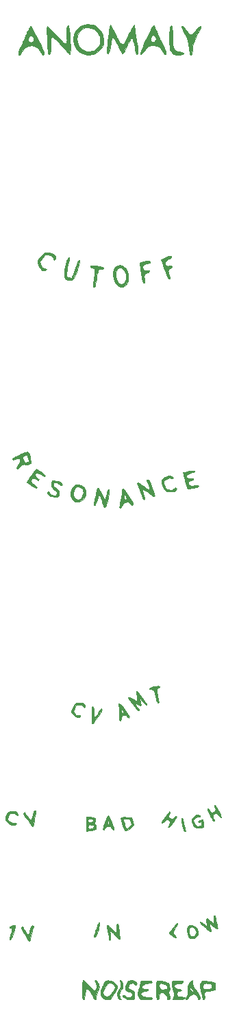
<source format=gbr>
G04 #@! TF.GenerationSoftware,KiCad,Pcbnew,5.1.10-88a1d61d58~88~ubuntu20.04.1*
G04 #@! TF.CreationDate,2021-04-30T11:17:43-07:00*
G04 #@! TF.ProjectId,reaper_panel,72656170-6572-45f7-9061-6e656c2e6b69,rev?*
G04 #@! TF.SameCoordinates,Original*
G04 #@! TF.FileFunction,Legend,Top*
G04 #@! TF.FilePolarity,Positive*
%FSLAX46Y46*%
G04 Gerber Fmt 4.6, Leading zero omitted, Abs format (unit mm)*
G04 Created by KiCad (PCBNEW 5.1.10-88a1d61d58~88~ubuntu20.04.1) date 2021-04-30 11:17:43*
%MOMM*%
%LPD*%
G01*
G04 APERTURE LIST*
%ADD10C,0.010000*%
G04 APERTURE END LIST*
D10*
G36*
X-13399874Y112388775D02*
G01*
X-13344181Y112289392D01*
X-13270140Y112141703D01*
X-13185416Y111960397D01*
X-13175459Y111938334D01*
X-13075464Y111724135D01*
X-12954528Y111477830D01*
X-12821346Y111215877D01*
X-12684608Y110954735D01*
X-12553009Y110710862D01*
X-12435241Y110500717D01*
X-12339996Y110340758D01*
X-12297552Y110276112D01*
X-12161572Y110134552D01*
X-12012602Y110068345D01*
X-11862644Y110079298D01*
X-11723699Y110169215D01*
X-11706687Y110187226D01*
X-11666215Y110250569D01*
X-11598296Y110376803D01*
X-11510190Y110551593D01*
X-11409159Y110760605D01*
X-11323594Y110943500D01*
X-11136177Y111338831D01*
X-10961934Y111684134D01*
X-10805045Y111971684D01*
X-10669690Y112193754D01*
X-10578240Y112320906D01*
X-10494558Y112424249D01*
X-10470965Y112234208D01*
X-10455662Y112107501D01*
X-10434372Y111926778D01*
X-10410627Y111722153D01*
X-10399000Y111620834D01*
X-10374276Y111433528D01*
X-10337013Y111187778D01*
X-10291196Y110908178D01*
X-10240809Y110619325D01*
X-10206974Y110435500D01*
X-10145660Y110077836D01*
X-10099893Y109742599D01*
X-10070588Y109441888D01*
X-10058660Y109187798D01*
X-10065025Y108992427D01*
X-10088696Y108872630D01*
X-10139250Y108811687D01*
X-10203896Y108826166D01*
X-10267186Y108912142D01*
X-10270274Y108918764D01*
X-10295477Y108998107D01*
X-10331615Y109143776D01*
X-10374842Y109338732D01*
X-10421309Y109565935D01*
X-10449494Y109712514D01*
X-10517194Y110057029D01*
X-10577417Y110325047D01*
X-10632686Y110524143D01*
X-10685528Y110661894D01*
X-10738466Y110745876D01*
X-10794024Y110783665D01*
X-10807406Y110786614D01*
X-10863798Y110784940D01*
X-10918150Y110756465D01*
X-10976665Y110691903D01*
X-11045549Y110581970D01*
X-11131006Y110417383D01*
X-11239240Y110188855D01*
X-11309487Y110035274D01*
X-11443188Y109748952D01*
X-11573291Y109485420D01*
X-11694294Y109254614D01*
X-11800693Y109066474D01*
X-11886982Y108930938D01*
X-11947659Y108857944D01*
X-11967027Y108848000D01*
X-11996320Y108884049D01*
X-12057621Y108985044D01*
X-12144963Y109140259D01*
X-12252380Y109338967D01*
X-12373904Y109570442D01*
X-12436407Y109691820D01*
X-12569075Y109946973D01*
X-12696881Y110185249D01*
X-12812296Y110393182D01*
X-12907791Y110557309D01*
X-12975838Y110664164D01*
X-12992686Y110686653D01*
X-13101340Y110796703D01*
X-13191164Y110836783D01*
X-13264348Y110804159D01*
X-13323081Y110696095D01*
X-13369551Y110509857D01*
X-13405949Y110242710D01*
X-13413971Y110160334D01*
X-13449794Y109852896D01*
X-13497595Y109568804D01*
X-13554284Y109318444D01*
X-13616770Y109112199D01*
X-13681963Y108960457D01*
X-13746771Y108873601D01*
X-13801191Y108859141D01*
X-13831339Y108891188D01*
X-13850967Y108968059D01*
X-13859942Y109095803D01*
X-13858133Y109280463D01*
X-13845408Y109528085D01*
X-13821637Y109844715D01*
X-13786686Y110236398D01*
X-13766669Y110444979D01*
X-13714409Y110949047D01*
X-13662986Y111383462D01*
X-13612819Y111745769D01*
X-13564324Y112033513D01*
X-13517920Y112244241D01*
X-13474025Y112375498D01*
X-13433056Y112424830D01*
X-13429552Y112425167D01*
X-13399874Y112388775D01*
G37*
X-13399874Y112388775D02*
X-13344181Y112289392D01*
X-13270140Y112141703D01*
X-13185416Y111960397D01*
X-13175459Y111938334D01*
X-13075464Y111724135D01*
X-12954528Y111477830D01*
X-12821346Y111215877D01*
X-12684608Y110954735D01*
X-12553009Y110710862D01*
X-12435241Y110500717D01*
X-12339996Y110340758D01*
X-12297552Y110276112D01*
X-12161572Y110134552D01*
X-12012602Y110068345D01*
X-11862644Y110079298D01*
X-11723699Y110169215D01*
X-11706687Y110187226D01*
X-11666215Y110250569D01*
X-11598296Y110376803D01*
X-11510190Y110551593D01*
X-11409159Y110760605D01*
X-11323594Y110943500D01*
X-11136177Y111338831D01*
X-10961934Y111684134D01*
X-10805045Y111971684D01*
X-10669690Y112193754D01*
X-10578240Y112320906D01*
X-10494558Y112424249D01*
X-10470965Y112234208D01*
X-10455662Y112107501D01*
X-10434372Y111926778D01*
X-10410627Y111722153D01*
X-10399000Y111620834D01*
X-10374276Y111433528D01*
X-10337013Y111187778D01*
X-10291196Y110908178D01*
X-10240809Y110619325D01*
X-10206974Y110435500D01*
X-10145660Y110077836D01*
X-10099893Y109742599D01*
X-10070588Y109441888D01*
X-10058660Y109187798D01*
X-10065025Y108992427D01*
X-10088696Y108872630D01*
X-10139250Y108811687D01*
X-10203896Y108826166D01*
X-10267186Y108912142D01*
X-10270274Y108918764D01*
X-10295477Y108998107D01*
X-10331615Y109143776D01*
X-10374842Y109338732D01*
X-10421309Y109565935D01*
X-10449494Y109712514D01*
X-10517194Y110057029D01*
X-10577417Y110325047D01*
X-10632686Y110524143D01*
X-10685528Y110661894D01*
X-10738466Y110745876D01*
X-10794024Y110783665D01*
X-10807406Y110786614D01*
X-10863798Y110784940D01*
X-10918150Y110756465D01*
X-10976665Y110691903D01*
X-11045549Y110581970D01*
X-11131006Y110417383D01*
X-11239240Y110188855D01*
X-11309487Y110035274D01*
X-11443188Y109748952D01*
X-11573291Y109485420D01*
X-11694294Y109254614D01*
X-11800693Y109066474D01*
X-11886982Y108930938D01*
X-11947659Y108857944D01*
X-11967027Y108848000D01*
X-11996320Y108884049D01*
X-12057621Y108985044D01*
X-12144963Y109140259D01*
X-12252380Y109338967D01*
X-12373904Y109570442D01*
X-12436407Y109691820D01*
X-12569075Y109946973D01*
X-12696881Y110185249D01*
X-12812296Y110393182D01*
X-12907791Y110557309D01*
X-12975838Y110664164D01*
X-12992686Y110686653D01*
X-13101340Y110796703D01*
X-13191164Y110836783D01*
X-13264348Y110804159D01*
X-13323081Y110696095D01*
X-13369551Y110509857D01*
X-13405949Y110242710D01*
X-13413971Y110160334D01*
X-13449794Y109852896D01*
X-13497595Y109568804D01*
X-13554284Y109318444D01*
X-13616770Y109112199D01*
X-13681963Y108960457D01*
X-13746771Y108873601D01*
X-13801191Y108859141D01*
X-13831339Y108891188D01*
X-13850967Y108968059D01*
X-13859942Y109095803D01*
X-13858133Y109280463D01*
X-13845408Y109528085D01*
X-13821637Y109844715D01*
X-13786686Y110236398D01*
X-13766669Y110444979D01*
X-13714409Y110949047D01*
X-13662986Y111383462D01*
X-13612819Y111745769D01*
X-13564324Y112033513D01*
X-13517920Y112244241D01*
X-13474025Y112375498D01*
X-13433056Y112424830D01*
X-13429552Y112425167D01*
X-13399874Y112388775D01*
G36*
X-8077232Y112334673D02*
G01*
X-8049921Y112284062D01*
X-7996795Y112170942D01*
X-7924916Y112010829D01*
X-7841346Y111819238D01*
X-7819780Y111769000D01*
X-7725876Y111556295D01*
X-7604707Y111291841D01*
X-7467393Y110999353D01*
X-7325053Y110702548D01*
X-7204488Y110456667D01*
X-7021692Y110084231D01*
X-6876164Y109777331D01*
X-6764346Y109527331D01*
X-6682675Y109325595D01*
X-6627592Y109163488D01*
X-6595536Y109032374D01*
X-6584842Y108953834D01*
X-6582043Y108842574D01*
X-6605354Y108789849D01*
X-6657259Y108772086D01*
X-6735717Y108792255D01*
X-6827222Y108880012D01*
X-6873835Y108941419D01*
X-6971359Y109088474D01*
X-7063492Y109243925D01*
X-7091499Y109296509D01*
X-7253986Y109528576D01*
X-7474368Y109716131D01*
X-7734383Y109850687D01*
X-8015773Y109923756D01*
X-8300276Y109926852D01*
X-8406407Y109907676D01*
X-8695105Y109802809D01*
X-8930036Y109636119D01*
X-9121521Y109399875D01*
X-9152415Y109348948D01*
X-9251479Y109191344D01*
X-9357032Y109043077D01*
X-9439983Y108943250D01*
X-9550970Y108849106D01*
X-9644657Y108808884D01*
X-9706831Y108825600D01*
X-9724334Y108882919D01*
X-9705343Y108992903D01*
X-9649318Y109174542D01*
X-9557676Y109424059D01*
X-9431836Y109737680D01*
X-9273218Y110111628D01*
X-9197591Y110284798D01*
X-9026253Y110666628D01*
X-8500019Y110666628D01*
X-8461985Y110513626D01*
X-8385125Y110417406D01*
X-8271058Y110354926D01*
X-8158000Y110329667D01*
X-8042268Y110355959D01*
X-7930876Y110417406D01*
X-7839375Y110538675D01*
X-7822554Y110699628D01*
X-7876991Y110891944D01*
X-7974270Y111057786D01*
X-8088280Y111148372D01*
X-8209745Y111161584D01*
X-8329390Y111095304D01*
X-8399963Y111011323D01*
X-8479534Y110840081D01*
X-8500019Y110666628D01*
X-9026253Y110666628D01*
X-9008829Y110705456D01*
X-8828825Y111090452D01*
X-8660621Y111434218D01*
X-8507260Y111731188D01*
X-8371785Y111975793D01*
X-8257239Y112162465D01*
X-8166665Y112285637D01*
X-8103107Y112339741D01*
X-8077232Y112334673D01*
G37*
X-8077232Y112334673D02*
X-8049921Y112284062D01*
X-7996795Y112170942D01*
X-7924916Y112010829D01*
X-7841346Y111819238D01*
X-7819780Y111769000D01*
X-7725876Y111556295D01*
X-7604707Y111291841D01*
X-7467393Y110999353D01*
X-7325053Y110702548D01*
X-7204488Y110456667D01*
X-7021692Y110084231D01*
X-6876164Y109777331D01*
X-6764346Y109527331D01*
X-6682675Y109325595D01*
X-6627592Y109163488D01*
X-6595536Y109032374D01*
X-6584842Y108953834D01*
X-6582043Y108842574D01*
X-6605354Y108789849D01*
X-6657259Y108772086D01*
X-6735717Y108792255D01*
X-6827222Y108880012D01*
X-6873835Y108941419D01*
X-6971359Y109088474D01*
X-7063492Y109243925D01*
X-7091499Y109296509D01*
X-7253986Y109528576D01*
X-7474368Y109716131D01*
X-7734383Y109850687D01*
X-8015773Y109923756D01*
X-8300276Y109926852D01*
X-8406407Y109907676D01*
X-8695105Y109802809D01*
X-8930036Y109636119D01*
X-9121521Y109399875D01*
X-9152415Y109348948D01*
X-9251479Y109191344D01*
X-9357032Y109043077D01*
X-9439983Y108943250D01*
X-9550970Y108849106D01*
X-9644657Y108808884D01*
X-9706831Y108825600D01*
X-9724334Y108882919D01*
X-9705343Y108992903D01*
X-9649318Y109174542D01*
X-9557676Y109424059D01*
X-9431836Y109737680D01*
X-9273218Y110111628D01*
X-9197591Y110284798D01*
X-9026253Y110666628D01*
X-8500019Y110666628D01*
X-8461985Y110513626D01*
X-8385125Y110417406D01*
X-8271058Y110354926D01*
X-8158000Y110329667D01*
X-8042268Y110355959D01*
X-7930876Y110417406D01*
X-7839375Y110538675D01*
X-7822554Y110699628D01*
X-7876991Y110891944D01*
X-7974270Y111057786D01*
X-8088280Y111148372D01*
X-8209745Y111161584D01*
X-8329390Y111095304D01*
X-8399963Y111011323D01*
X-8479534Y110840081D01*
X-8500019Y110666628D01*
X-9026253Y110666628D01*
X-9008829Y110705456D01*
X-8828825Y111090452D01*
X-8660621Y111434218D01*
X-8507260Y111731188D01*
X-8371785Y111975793D01*
X-8257239Y112162465D01*
X-8166665Y112285637D01*
X-8103107Y112339741D01*
X-8077232Y112334673D01*
G36*
X-18660828Y112323110D02*
G01*
X-18621013Y112247339D01*
X-18585236Y112118845D01*
X-18552209Y111930786D01*
X-18520647Y111676321D01*
X-18489264Y111348609D01*
X-18467834Y111086431D01*
X-18437746Y110650857D01*
X-18416984Y110244504D01*
X-18405424Y109874585D01*
X-18402946Y109548311D01*
X-18409426Y109272897D01*
X-18424743Y109055554D01*
X-18448775Y108903496D01*
X-18481400Y108823935D01*
X-18506285Y108814275D01*
X-18551677Y108849451D01*
X-18639661Y108936360D01*
X-18757941Y109062272D01*
X-18894219Y109214457D01*
X-18906940Y109229000D01*
X-19144056Y109496722D01*
X-19385652Y109762443D01*
X-19623776Y110018019D01*
X-19850473Y110255309D01*
X-20057790Y110466169D01*
X-20237775Y110642456D01*
X-20382474Y110776029D01*
X-20483932Y110858744D01*
X-20519675Y110880142D01*
X-20617321Y110911808D01*
X-20683387Y110896269D01*
X-20744206Y110843277D01*
X-20776426Y110806892D01*
X-20800174Y110763121D01*
X-20816820Y110699296D01*
X-20827735Y110602748D01*
X-20834291Y110460811D01*
X-20837857Y110260816D01*
X-20839807Y109990096D01*
X-20839966Y109958473D01*
X-20844166Y109624883D01*
X-20853493Y109366064D01*
X-20868599Y109172238D01*
X-20890139Y109033629D01*
X-20905658Y108975235D01*
X-20967170Y108839181D01*
X-21035229Y108774492D01*
X-21101143Y108784945D01*
X-21153702Y108867504D01*
X-21165750Y108936426D01*
X-21179777Y109078167D01*
X-21195203Y109280919D01*
X-21211444Y109532873D01*
X-21227919Y109822221D01*
X-21244046Y110137155D01*
X-21259242Y110465866D01*
X-21272927Y110796545D01*
X-21284519Y111117385D01*
X-21293435Y111416576D01*
X-21299093Y111682310D01*
X-21300853Y111853667D01*
X-21297762Y112058140D01*
X-21287470Y112206191D01*
X-21270995Y112286693D01*
X-21260167Y112298167D01*
X-21221876Y112268378D01*
X-21133218Y112183936D01*
X-21001441Y112052225D01*
X-20833794Y111880632D01*
X-20637526Y111676541D01*
X-20419884Y111447339D01*
X-20297551Y111317357D01*
X-20067118Y111072758D01*
X-19850506Y110844705D01*
X-19655737Y110641497D01*
X-19490832Y110471436D01*
X-19363812Y110342824D01*
X-19282700Y110263960D01*
X-19262698Y110246426D01*
X-19124767Y110175694D01*
X-18998839Y110180840D01*
X-18899564Y110259746D01*
X-18874733Y110302479D01*
X-18851763Y110369093D01*
X-18839039Y110460675D01*
X-18836213Y110592196D01*
X-18842936Y110778626D01*
X-18857981Y111022146D01*
X-18876012Y111388851D01*
X-18877305Y111706092D01*
X-18862590Y111967476D01*
X-18832597Y112166608D01*
X-18788057Y112297093D01*
X-18729700Y112352539D01*
X-18705967Y112352999D01*
X-18660828Y112323110D01*
G37*
X-18660828Y112323110D02*
X-18621013Y112247339D01*
X-18585236Y112118845D01*
X-18552209Y111930786D01*
X-18520647Y111676321D01*
X-18489264Y111348609D01*
X-18467834Y111086431D01*
X-18437746Y110650857D01*
X-18416984Y110244504D01*
X-18405424Y109874585D01*
X-18402946Y109548311D01*
X-18409426Y109272897D01*
X-18424743Y109055554D01*
X-18448775Y108903496D01*
X-18481400Y108823935D01*
X-18506285Y108814275D01*
X-18551677Y108849451D01*
X-18639661Y108936360D01*
X-18757941Y109062272D01*
X-18894219Y109214457D01*
X-18906940Y109229000D01*
X-19144056Y109496722D01*
X-19385652Y109762443D01*
X-19623776Y110018019D01*
X-19850473Y110255309D01*
X-20057790Y110466169D01*
X-20237775Y110642456D01*
X-20382474Y110776029D01*
X-20483932Y110858744D01*
X-20519675Y110880142D01*
X-20617321Y110911808D01*
X-20683387Y110896269D01*
X-20744206Y110843277D01*
X-20776426Y110806892D01*
X-20800174Y110763121D01*
X-20816820Y110699296D01*
X-20827735Y110602748D01*
X-20834291Y110460811D01*
X-20837857Y110260816D01*
X-20839807Y109990096D01*
X-20839966Y109958473D01*
X-20844166Y109624883D01*
X-20853493Y109366064D01*
X-20868599Y109172238D01*
X-20890139Y109033629D01*
X-20905658Y108975235D01*
X-20967170Y108839181D01*
X-21035229Y108774492D01*
X-21101143Y108784945D01*
X-21153702Y108867504D01*
X-21165750Y108936426D01*
X-21179777Y109078167D01*
X-21195203Y109280919D01*
X-21211444Y109532873D01*
X-21227919Y109822221D01*
X-21244046Y110137155D01*
X-21259242Y110465866D01*
X-21272927Y110796545D01*
X-21284519Y111117385D01*
X-21293435Y111416576D01*
X-21299093Y111682310D01*
X-21300853Y111853667D01*
X-21297762Y112058140D01*
X-21287470Y112206191D01*
X-21270995Y112286693D01*
X-21260167Y112298167D01*
X-21221876Y112268378D01*
X-21133218Y112183936D01*
X-21001441Y112052225D01*
X-20833794Y111880632D01*
X-20637526Y111676541D01*
X-20419884Y111447339D01*
X-20297551Y111317357D01*
X-20067118Y111072758D01*
X-19850506Y110844705D01*
X-19655737Y110641497D01*
X-19490832Y110471436D01*
X-19363812Y110342824D01*
X-19282700Y110263960D01*
X-19262698Y110246426D01*
X-19124767Y110175694D01*
X-18998839Y110180840D01*
X-18899564Y110259746D01*
X-18874733Y110302479D01*
X-18851763Y110369093D01*
X-18839039Y110460675D01*
X-18836213Y110592196D01*
X-18842936Y110778626D01*
X-18857981Y111022146D01*
X-18876012Y111388851D01*
X-18877305Y111706092D01*
X-18862590Y111967476D01*
X-18832597Y112166608D01*
X-18788057Y112297093D01*
X-18729700Y112352539D01*
X-18705967Y112352999D01*
X-18660828Y112323110D01*
G36*
X-5863361Y112278224D02*
G01*
X-5840903Y112201569D01*
X-5823190Y112074990D01*
X-5809066Y111891064D01*
X-5797373Y111642368D01*
X-5786958Y111321480D01*
X-5780012Y111058170D01*
X-5769439Y110673510D01*
X-5757748Y110362776D01*
X-5743202Y110115231D01*
X-5724060Y109920136D01*
X-5698584Y109766753D01*
X-5665033Y109644344D01*
X-5621669Y109542171D01*
X-5566752Y109449495D01*
X-5505756Y109364999D01*
X-5335014Y109208200D01*
X-5115014Y109119616D01*
X-4931444Y109098747D01*
X-4728200Y109081606D01*
X-4569312Y109042716D01*
X-4461737Y108988866D01*
X-4412434Y108926845D01*
X-4428360Y108863443D01*
X-4516474Y108805447D01*
X-4602000Y108777324D01*
X-4824900Y108738059D01*
X-5070775Y108724586D01*
X-5310421Y108736148D01*
X-5514634Y108771987D01*
X-5604805Y108803358D01*
X-5775588Y108918982D01*
X-5933255Y109094753D01*
X-6057717Y109306437D01*
X-6092070Y109391093D01*
X-6110579Y109472117D01*
X-6124949Y109603305D01*
X-6135484Y109791824D01*
X-6142488Y110044839D01*
X-6146265Y110369517D01*
X-6147167Y110689500D01*
X-6145352Y111096879D01*
X-6139280Y111428119D01*
X-6128016Y111691683D01*
X-6110622Y111896033D01*
X-6086162Y112049632D01*
X-6053698Y112160942D01*
X-6012294Y112238427D01*
X-5970763Y112282869D01*
X-5927135Y112311451D01*
X-5891719Y112312377D01*
X-5863361Y112278224D01*
G37*
X-5863361Y112278224D02*
X-5840903Y112201569D01*
X-5823190Y112074990D01*
X-5809066Y111891064D01*
X-5797373Y111642368D01*
X-5786958Y111321480D01*
X-5780012Y111058170D01*
X-5769439Y110673510D01*
X-5757748Y110362776D01*
X-5743202Y110115231D01*
X-5724060Y109920136D01*
X-5698584Y109766753D01*
X-5665033Y109644344D01*
X-5621669Y109542171D01*
X-5566752Y109449495D01*
X-5505756Y109364999D01*
X-5335014Y109208200D01*
X-5115014Y109119616D01*
X-4931444Y109098747D01*
X-4728200Y109081606D01*
X-4569312Y109042716D01*
X-4461737Y108988866D01*
X-4412434Y108926845D01*
X-4428360Y108863443D01*
X-4516474Y108805447D01*
X-4602000Y108777324D01*
X-4824900Y108738059D01*
X-5070775Y108724586D01*
X-5310421Y108736148D01*
X-5514634Y108771987D01*
X-5604805Y108803358D01*
X-5775588Y108918982D01*
X-5933255Y109094753D01*
X-6057717Y109306437D01*
X-6092070Y109391093D01*
X-6110579Y109472117D01*
X-6124949Y109603305D01*
X-6135484Y109791824D01*
X-6142488Y110044839D01*
X-6146265Y110369517D01*
X-6147167Y110689500D01*
X-6145352Y111096879D01*
X-6139280Y111428119D01*
X-6128016Y111691683D01*
X-6110622Y111896033D01*
X-6086162Y112049632D01*
X-6053698Y112160942D01*
X-6012294Y112238427D01*
X-5970763Y112282869D01*
X-5927135Y112311451D01*
X-5891719Y112312377D01*
X-5863361Y112278224D01*
G36*
X-15915389Y112473441D02*
G01*
X-15616443Y112409267D01*
X-15268650Y112260838D01*
X-14962578Y112043493D01*
X-14704020Y111764983D01*
X-14498769Y111433059D01*
X-14352616Y111055470D01*
X-14271354Y110639967D01*
X-14267776Y110604760D01*
X-14273187Y110308649D01*
X-14335955Y109997068D01*
X-14447537Y109707704D01*
X-14488053Y109632906D01*
X-14690609Y109365074D01*
X-14957142Y109131283D01*
X-15270022Y108943008D01*
X-15611620Y108811729D01*
X-15820334Y108765521D01*
X-16020268Y108737139D01*
X-16174507Y108727600D01*
X-16320103Y108737823D01*
X-16494109Y108768726D01*
X-16565877Y108784009D01*
X-16876493Y108877347D01*
X-17144120Y109019526D01*
X-17334324Y109165595D01*
X-17583884Y109432247D01*
X-17778902Y109746520D01*
X-17916669Y110093756D01*
X-17994477Y110459297D01*
X-18004904Y110713538D01*
X-17598334Y110713538D01*
X-17559192Y110357933D01*
X-17447065Y110024723D01*
X-17269900Y109725819D01*
X-17035644Y109473130D01*
X-16752244Y109278567D01*
X-16592384Y109205954D01*
X-16422151Y109167313D01*
X-16201776Y109153828D01*
X-15961472Y109163986D01*
X-15731455Y109196274D01*
X-15541938Y109249179D01*
X-15516564Y109259826D01*
X-15284471Y109398417D01*
X-15062192Y109592455D01*
X-14878416Y109814849D01*
X-14811202Y109925801D01*
X-14755141Y110043178D01*
X-14721464Y110152516D01*
X-14704883Y110282127D01*
X-14700107Y110460327D01*
X-14700154Y110520167D01*
X-14706623Y110738816D01*
X-14727042Y110901784D01*
X-14765961Y111037537D01*
X-14793350Y111103157D01*
X-14988327Y111444253D01*
X-15232064Y111717016D01*
X-15523298Y111920302D01*
X-15838326Y112046764D01*
X-16156237Y112096034D01*
X-16467411Y112068778D01*
X-16761222Y111973045D01*
X-17027042Y111816887D01*
X-17254244Y111608355D01*
X-17432199Y111355497D01*
X-17550281Y111066366D01*
X-17597860Y110749012D01*
X-17598334Y110713538D01*
X-18004904Y110713538D01*
X-18009619Y110828487D01*
X-17959386Y111186668D01*
X-17841071Y111519183D01*
X-17787615Y111619095D01*
X-17616215Y111848678D01*
X-17385830Y112067017D01*
X-17121475Y112252253D01*
X-16972788Y112331110D01*
X-16645635Y112441693D01*
X-16284878Y112489615D01*
X-15915389Y112473441D01*
G37*
X-15915389Y112473441D02*
X-15616443Y112409267D01*
X-15268650Y112260838D01*
X-14962578Y112043493D01*
X-14704020Y111764983D01*
X-14498769Y111433059D01*
X-14352616Y111055470D01*
X-14271354Y110639967D01*
X-14267776Y110604760D01*
X-14273187Y110308649D01*
X-14335955Y109997068D01*
X-14447537Y109707704D01*
X-14488053Y109632906D01*
X-14690609Y109365074D01*
X-14957142Y109131283D01*
X-15270022Y108943008D01*
X-15611620Y108811729D01*
X-15820334Y108765521D01*
X-16020268Y108737139D01*
X-16174507Y108727600D01*
X-16320103Y108737823D01*
X-16494109Y108768726D01*
X-16565877Y108784009D01*
X-16876493Y108877347D01*
X-17144120Y109019526D01*
X-17334324Y109165595D01*
X-17583884Y109432247D01*
X-17778902Y109746520D01*
X-17916669Y110093756D01*
X-17994477Y110459297D01*
X-18004904Y110713538D01*
X-17598334Y110713538D01*
X-17559192Y110357933D01*
X-17447065Y110024723D01*
X-17269900Y109725819D01*
X-17035644Y109473130D01*
X-16752244Y109278567D01*
X-16592384Y109205954D01*
X-16422151Y109167313D01*
X-16201776Y109153828D01*
X-15961472Y109163986D01*
X-15731455Y109196274D01*
X-15541938Y109249179D01*
X-15516564Y109259826D01*
X-15284471Y109398417D01*
X-15062192Y109592455D01*
X-14878416Y109814849D01*
X-14811202Y109925801D01*
X-14755141Y110043178D01*
X-14721464Y110152516D01*
X-14704883Y110282127D01*
X-14700107Y110460327D01*
X-14700154Y110520167D01*
X-14706623Y110738816D01*
X-14727042Y110901784D01*
X-14765961Y111037537D01*
X-14793350Y111103157D01*
X-14988327Y111444253D01*
X-15232064Y111717016D01*
X-15523298Y111920302D01*
X-15838326Y112046764D01*
X-16156237Y112096034D01*
X-16467411Y112068778D01*
X-16761222Y111973045D01*
X-17027042Y111816887D01*
X-17254244Y111608355D01*
X-17432199Y111355497D01*
X-17550281Y111066366D01*
X-17597860Y110749012D01*
X-17598334Y110713538D01*
X-18004904Y110713538D01*
X-18009619Y110828487D01*
X-17959386Y111186668D01*
X-17841071Y111519183D01*
X-17787615Y111619095D01*
X-17616215Y111848678D01*
X-17385830Y112067017D01*
X-17121475Y112252253D01*
X-16972788Y112331110D01*
X-16645635Y112441693D01*
X-16284878Y112489615D01*
X-15915389Y112473441D01*
G36*
X-4471498Y112230336D02*
G01*
X-4353223Y112126484D01*
X-4215075Y111970790D01*
X-4063432Y111768166D01*
X-4016187Y111698849D01*
X-3867284Y111494711D01*
X-3735794Y111360182D01*
X-3609534Y111285545D01*
X-3476319Y111261085D01*
X-3467125Y111261000D01*
X-3399475Y111266662D01*
X-3334384Y111289402D01*
X-3262345Y111337856D01*
X-3173853Y111420661D01*
X-3059398Y111546451D01*
X-2909475Y111723862D01*
X-2768029Y111896000D01*
X-2609997Y112074222D01*
X-2478280Y112192983D01*
X-2377939Y112251000D01*
X-2314036Y112246989D01*
X-2291633Y112179668D01*
X-2315793Y112047755D01*
X-2328744Y112007335D01*
X-2375975Y111897326D01*
X-2457292Y111736710D01*
X-2561568Y111546465D01*
X-2677677Y111347569D01*
X-2685960Y111333864D01*
X-2915199Y110921010D01*
X-3083648Y110531857D01*
X-3199630Y110141203D01*
X-3271471Y109723846D01*
X-3293673Y109494222D01*
X-3323978Y109189639D01*
X-3362833Y108953885D01*
X-3408905Y108789862D01*
X-3460861Y108700468D01*
X-3517370Y108688603D01*
X-3577099Y108757166D01*
X-3605180Y108816250D01*
X-3630205Y108910483D01*
X-3657072Y109068001D01*
X-3682698Y109267564D01*
X-3704000Y109487936D01*
X-3705591Y109507957D01*
X-3773613Y110031156D01*
X-3895940Y110507540D01*
X-4079694Y110960594D01*
X-4234261Y111251643D01*
X-4386109Y111527111D01*
X-4507412Y111773461D01*
X-4593033Y111979018D01*
X-4637838Y112132105D01*
X-4643329Y112181750D01*
X-4622927Y112262879D01*
X-4563525Y112277438D01*
X-4471498Y112230336D01*
G37*
X-4471498Y112230336D02*
X-4353223Y112126484D01*
X-4215075Y111970790D01*
X-4063432Y111768166D01*
X-4016187Y111698849D01*
X-3867284Y111494711D01*
X-3735794Y111360182D01*
X-3609534Y111285545D01*
X-3476319Y111261085D01*
X-3467125Y111261000D01*
X-3399475Y111266662D01*
X-3334384Y111289402D01*
X-3262345Y111337856D01*
X-3173853Y111420661D01*
X-3059398Y111546451D01*
X-2909475Y111723862D01*
X-2768029Y111896000D01*
X-2609997Y112074222D01*
X-2478280Y112192983D01*
X-2377939Y112251000D01*
X-2314036Y112246989D01*
X-2291633Y112179668D01*
X-2315793Y112047755D01*
X-2328744Y112007335D01*
X-2375975Y111897326D01*
X-2457292Y111736710D01*
X-2561568Y111546465D01*
X-2677677Y111347569D01*
X-2685960Y111333864D01*
X-2915199Y110921010D01*
X-3083648Y110531857D01*
X-3199630Y110141203D01*
X-3271471Y109723846D01*
X-3293673Y109494222D01*
X-3323978Y109189639D01*
X-3362833Y108953885D01*
X-3408905Y108789862D01*
X-3460861Y108700468D01*
X-3517370Y108688603D01*
X-3577099Y108757166D01*
X-3605180Y108816250D01*
X-3630205Y108910483D01*
X-3657072Y109068001D01*
X-3682698Y109267564D01*
X-3704000Y109487936D01*
X-3705591Y109507957D01*
X-3773613Y110031156D01*
X-3895940Y110507540D01*
X-4079694Y110960594D01*
X-4234261Y111251643D01*
X-4386109Y111527111D01*
X-4507412Y111773461D01*
X-4593033Y111979018D01*
X-4637838Y112132105D01*
X-4643329Y112181750D01*
X-4622927Y112262879D01*
X-4563525Y112277438D01*
X-4471498Y112230336D01*
G36*
X-23296320Y112268329D02*
G01*
X-23267692Y112238137D01*
X-23227511Y112180156D01*
X-23172352Y112088119D01*
X-23098786Y111955756D01*
X-23003387Y111776802D01*
X-22882727Y111544987D01*
X-22733380Y111254043D01*
X-22551917Y110897704D01*
X-22414085Y110626000D01*
X-22209152Y110218044D01*
X-22042690Y109878497D01*
X-21912126Y109601712D01*
X-21814892Y109382044D01*
X-21748417Y109213847D01*
X-21710130Y109091474D01*
X-21704797Y109068038D01*
X-21679952Y108882843D01*
X-21693562Y108769305D01*
X-21740974Y108726211D01*
X-21817535Y108752348D01*
X-21918592Y108846502D01*
X-22039492Y109007460D01*
X-22147325Y109183429D01*
X-22314538Y109434437D01*
X-22497102Y109615903D01*
X-22712626Y109742925D01*
X-22865934Y109799547D01*
X-23171054Y109858176D01*
X-23464039Y109837663D01*
X-23660996Y109780193D01*
X-23941514Y109637676D01*
X-24164397Y109437872D01*
X-24331386Y109189225D01*
X-24438675Y109010764D01*
X-24553753Y108856769D01*
X-24663187Y108742568D01*
X-24753542Y108683490D01*
X-24778857Y108678667D01*
X-24823469Y108717606D01*
X-24837334Y108820207D01*
X-24830391Y108911606D01*
X-24807238Y109022103D01*
X-24764390Y109160905D01*
X-24698360Y109337222D01*
X-24605663Y109560261D01*
X-24482812Y109839230D01*
X-24326322Y110183337D01*
X-24297954Y110245000D01*
X-24174731Y110513339D01*
X-24134031Y110602476D01*
X-23607525Y110602476D01*
X-23586873Y110463071D01*
X-23556750Y110406521D01*
X-23423629Y110299634D01*
X-23265565Y110262357D01*
X-23106563Y110296173D01*
X-22998146Y110372040D01*
X-22932351Y110493928D01*
X-22925997Y110653460D01*
X-22978254Y110828818D01*
X-23018344Y110903341D01*
X-23134677Y111045165D01*
X-23254161Y111102812D01*
X-23373497Y111076244D01*
X-23489383Y110965425D01*
X-23527108Y110909049D01*
X-23586949Y110762226D01*
X-23607525Y110602476D01*
X-24134031Y110602476D01*
X-24053997Y110777754D01*
X-23943721Y111020682D01*
X-23851875Y111224555D01*
X-23786427Y111371810D01*
X-23779348Y111388000D01*
X-23664431Y111644479D01*
X-23556717Y111871352D01*
X-23461800Y112057865D01*
X-23385277Y112193262D01*
X-23332742Y112266788D01*
X-23316824Y112277000D01*
X-23296320Y112268329D01*
G37*
X-23296320Y112268329D02*
X-23267692Y112238137D01*
X-23227511Y112180156D01*
X-23172352Y112088119D01*
X-23098786Y111955756D01*
X-23003387Y111776802D01*
X-22882727Y111544987D01*
X-22733380Y111254043D01*
X-22551917Y110897704D01*
X-22414085Y110626000D01*
X-22209152Y110218044D01*
X-22042690Y109878497D01*
X-21912126Y109601712D01*
X-21814892Y109382044D01*
X-21748417Y109213847D01*
X-21710130Y109091474D01*
X-21704797Y109068038D01*
X-21679952Y108882843D01*
X-21693562Y108769305D01*
X-21740974Y108726211D01*
X-21817535Y108752348D01*
X-21918592Y108846502D01*
X-22039492Y109007460D01*
X-22147325Y109183429D01*
X-22314538Y109434437D01*
X-22497102Y109615903D01*
X-22712626Y109742925D01*
X-22865934Y109799547D01*
X-23171054Y109858176D01*
X-23464039Y109837663D01*
X-23660996Y109780193D01*
X-23941514Y109637676D01*
X-24164397Y109437872D01*
X-24331386Y109189225D01*
X-24438675Y109010764D01*
X-24553753Y108856769D01*
X-24663187Y108742568D01*
X-24753542Y108683490D01*
X-24778857Y108678667D01*
X-24823469Y108717606D01*
X-24837334Y108820207D01*
X-24830391Y108911606D01*
X-24807238Y109022103D01*
X-24764390Y109160905D01*
X-24698360Y109337222D01*
X-24605663Y109560261D01*
X-24482812Y109839230D01*
X-24326322Y110183337D01*
X-24297954Y110245000D01*
X-24174731Y110513339D01*
X-24134031Y110602476D01*
X-23607525Y110602476D01*
X-23586873Y110463071D01*
X-23556750Y110406521D01*
X-23423629Y110299634D01*
X-23265565Y110262357D01*
X-23106563Y110296173D01*
X-22998146Y110372040D01*
X-22932351Y110493928D01*
X-22925997Y110653460D01*
X-22978254Y110828818D01*
X-23018344Y110903341D01*
X-23134677Y111045165D01*
X-23254161Y111102812D01*
X-23373497Y111076244D01*
X-23489383Y110965425D01*
X-23527108Y110909049D01*
X-23586949Y110762226D01*
X-23607525Y110602476D01*
X-24134031Y110602476D01*
X-24053997Y110777754D01*
X-23943721Y111020682D01*
X-23851875Y111224555D01*
X-23786427Y111371810D01*
X-23779348Y111388000D01*
X-23664431Y111644479D01*
X-23556717Y111871352D01*
X-23461800Y112057865D01*
X-23385277Y112193262D01*
X-23332742Y112266788D01*
X-23316824Y112277000D01*
X-23296320Y112268329D01*
G36*
X-21030718Y84347041D02*
G01*
X-20763893Y84275146D01*
X-20510928Y84152469D01*
X-20311792Y84002187D01*
X-20229307Y83912430D01*
X-20200619Y83828742D01*
X-20208750Y83718374D01*
X-20249275Y83570029D01*
X-20312944Y83467755D01*
X-20387913Y83424729D01*
X-20453526Y83446085D01*
X-20499530Y83524423D01*
X-20519319Y83637757D01*
X-20519334Y83640801D01*
X-20548449Y83764176D01*
X-20641184Y83867647D01*
X-20805621Y83958254D01*
X-20942667Y84009575D01*
X-21136534Y84072228D01*
X-21272749Y84104351D01*
X-21373801Y84102714D01*
X-21462183Y84064087D01*
X-21560385Y83985243D01*
X-21641960Y83909173D01*
X-21789423Y83756168D01*
X-21938475Y83579941D01*
X-22042715Y83438858D01*
X-22208183Y83191067D01*
X-22099877Y82883836D01*
X-22026727Y82685541D01*
X-21964344Y82553208D01*
X-21898482Y82471912D01*
X-21814891Y82426728D01*
X-21699324Y82402731D01*
X-21633075Y82394867D01*
X-21480359Y82370774D01*
X-21398490Y82336623D01*
X-21374981Y82299555D01*
X-21393691Y82202772D01*
X-21482429Y82132264D01*
X-21628501Y82096262D01*
X-21693027Y82093334D01*
X-21816248Y82101135D01*
X-21906073Y82135838D01*
X-21997635Y82214392D01*
X-22042785Y82262073D01*
X-22253819Y82529579D01*
X-22382623Y82788775D01*
X-22430455Y83045419D01*
X-22398574Y83305270D01*
X-22317294Y83517757D01*
X-22194220Y83719417D01*
X-22028972Y83921751D01*
X-21842062Y84104237D01*
X-21653997Y84246351D01*
X-21519541Y84316031D01*
X-21289802Y84362541D01*
X-21030718Y84347041D01*
G37*
X-21030718Y84347041D02*
X-20763893Y84275146D01*
X-20510928Y84152469D01*
X-20311792Y84002187D01*
X-20229307Y83912430D01*
X-20200619Y83828742D01*
X-20208750Y83718374D01*
X-20249275Y83570029D01*
X-20312944Y83467755D01*
X-20387913Y83424729D01*
X-20453526Y83446085D01*
X-20499530Y83524423D01*
X-20519319Y83637757D01*
X-20519334Y83640801D01*
X-20548449Y83764176D01*
X-20641184Y83867647D01*
X-20805621Y83958254D01*
X-20942667Y84009575D01*
X-21136534Y84072228D01*
X-21272749Y84104351D01*
X-21373801Y84102714D01*
X-21462183Y84064087D01*
X-21560385Y83985243D01*
X-21641960Y83909173D01*
X-21789423Y83756168D01*
X-21938475Y83579941D01*
X-22042715Y83438858D01*
X-22208183Y83191067D01*
X-22099877Y82883836D01*
X-22026727Y82685541D01*
X-21964344Y82553208D01*
X-21898482Y82471912D01*
X-21814891Y82426728D01*
X-21699324Y82402731D01*
X-21633075Y82394867D01*
X-21480359Y82370774D01*
X-21398490Y82336623D01*
X-21374981Y82299555D01*
X-21393691Y82202772D01*
X-21482429Y82132264D01*
X-21628501Y82096262D01*
X-21693027Y82093334D01*
X-21816248Y82101135D01*
X-21906073Y82135838D01*
X-21997635Y82214392D01*
X-22042785Y82262073D01*
X-22253819Y82529579D01*
X-22382623Y82788775D01*
X-22430455Y83045419D01*
X-22398574Y83305270D01*
X-22317294Y83517757D01*
X-22194220Y83719417D01*
X-22028972Y83921751D01*
X-21842062Y84104237D01*
X-21653997Y84246351D01*
X-21519541Y84316031D01*
X-21289802Y84362541D01*
X-21030718Y84347041D01*
G36*
X-5942962Y83912342D02*
G01*
X-5917430Y83860259D01*
X-5896502Y83800177D01*
X-5890793Y83753069D01*
X-5914764Y83710389D01*
X-5981442Y83661763D01*
X-6103857Y83596817D01*
X-6225904Y83537886D01*
X-6463713Y83410611D01*
X-6622240Y83288718D01*
X-6705864Y83164577D01*
X-6718964Y83030557D01*
X-6665918Y82879029D01*
X-6635155Y82824720D01*
X-6518939Y82700119D01*
X-6370774Y82653794D01*
X-6205097Y82681599D01*
X-6025837Y82725606D01*
X-5895820Y82718145D01*
X-5823815Y82660154D01*
X-5816436Y82639977D01*
X-5820816Y82563999D01*
X-5890011Y82498856D01*
X-5919922Y82481227D01*
X-6106193Y82373149D01*
X-6230825Y82280667D01*
X-6299978Y82185830D01*
X-6319814Y82070689D01*
X-6296494Y81917292D01*
X-6236179Y81707689D01*
X-6211743Y81631014D01*
X-6157040Y81455814D01*
X-6113989Y81308409D01*
X-6088329Y81208984D01*
X-6083667Y81180627D01*
X-6118536Y81125396D01*
X-6195539Y81084103D01*
X-6238051Y81077334D01*
X-6263971Y81112939D01*
X-6314854Y81207606D01*
X-6381086Y81343113D01*
X-6402427Y81388824D01*
X-6491160Y81591889D01*
X-6599023Y81856239D01*
X-6718666Y82162740D01*
X-6842737Y82492259D01*
X-6963884Y82825660D01*
X-7059612Y83099391D01*
X-7179399Y83449282D01*
X-7086616Y83509839D01*
X-6960647Y83580513D01*
X-6795284Y83657266D01*
X-6607749Y83734036D01*
X-6415262Y83804763D01*
X-6235046Y83863386D01*
X-6084320Y83903844D01*
X-5980305Y83920076D01*
X-5942962Y83912342D01*
G37*
X-5942962Y83912342D02*
X-5917430Y83860259D01*
X-5896502Y83800177D01*
X-5890793Y83753069D01*
X-5914764Y83710389D01*
X-5981442Y83661763D01*
X-6103857Y83596817D01*
X-6225904Y83537886D01*
X-6463713Y83410611D01*
X-6622240Y83288718D01*
X-6705864Y83164577D01*
X-6718964Y83030557D01*
X-6665918Y82879029D01*
X-6635155Y82824720D01*
X-6518939Y82700119D01*
X-6370774Y82653794D01*
X-6205097Y82681599D01*
X-6025837Y82725606D01*
X-5895820Y82718145D01*
X-5823815Y82660154D01*
X-5816436Y82639977D01*
X-5820816Y82563999D01*
X-5890011Y82498856D01*
X-5919922Y82481227D01*
X-6106193Y82373149D01*
X-6230825Y82280667D01*
X-6299978Y82185830D01*
X-6319814Y82070689D01*
X-6296494Y81917292D01*
X-6236179Y81707689D01*
X-6211743Y81631014D01*
X-6157040Y81455814D01*
X-6113989Y81308409D01*
X-6088329Y81208984D01*
X-6083667Y81180627D01*
X-6118536Y81125396D01*
X-6195539Y81084103D01*
X-6238051Y81077334D01*
X-6263971Y81112939D01*
X-6314854Y81207606D01*
X-6381086Y81343113D01*
X-6402427Y81388824D01*
X-6491160Y81591889D01*
X-6599023Y81856239D01*
X-6718666Y82162740D01*
X-6842737Y82492259D01*
X-6963884Y82825660D01*
X-7059612Y83099391D01*
X-7179399Y83449282D01*
X-7086616Y83509839D01*
X-6960647Y83580513D01*
X-6795284Y83657266D01*
X-6607749Y83734036D01*
X-6415262Y83804763D01*
X-6235046Y83863386D01*
X-6084320Y83903844D01*
X-5980305Y83920076D01*
X-5942962Y83912342D01*
G36*
X-18547777Y83676200D02*
G01*
X-18535027Y83626440D01*
X-18540353Y83535951D01*
X-18564401Y83394523D01*
X-18607818Y83191950D01*
X-18671251Y82918023D01*
X-18675151Y82901456D01*
X-18758470Y82526383D01*
X-18822929Y82191121D01*
X-18867545Y81903543D01*
X-18891336Y81671521D01*
X-18893319Y81502927D01*
X-18872512Y81405634D01*
X-18863407Y81393146D01*
X-18790759Y81350865D01*
X-18668564Y81305072D01*
X-18526849Y81264154D01*
X-18395639Y81236498D01*
X-18304957Y81230489D01*
X-18291800Y81233479D01*
X-18237167Y81289216D01*
X-18163256Y81416933D01*
X-18073953Y81607172D01*
X-17973140Y81850476D01*
X-17864701Y82137388D01*
X-17752522Y82458450D01*
X-17640485Y82804205D01*
X-17621376Y82865917D01*
X-17556142Y83074358D01*
X-17507604Y83214820D01*
X-17468778Y83300612D01*
X-17432679Y83345044D01*
X-17392322Y83361425D01*
X-17360323Y83363334D01*
X-17293806Y83357530D01*
X-17267733Y83324766D01*
X-17271926Y83242008D01*
X-17280800Y83183417D01*
X-17337455Y82892858D01*
X-17416095Y82583417D01*
X-17511584Y82268301D01*
X-17618784Y81960716D01*
X-17732557Y81673871D01*
X-17847765Y81420972D01*
X-17959272Y81215226D01*
X-18061940Y81069840D01*
X-18125860Y81011016D01*
X-18301808Y80941746D01*
X-18517760Y80928480D01*
X-18748359Y80972576D01*
X-18910565Y81047868D01*
X-19042262Y81150896D01*
X-19055276Y81165492D01*
X-19115821Y81249668D01*
X-19149068Y81339358D01*
X-19162693Y81463959D01*
X-19164667Y81584375D01*
X-19150202Y81851794D01*
X-19109994Y82171948D01*
X-19048821Y82518598D01*
X-18971461Y82865506D01*
X-18882694Y83186432D01*
X-18859950Y83257500D01*
X-18793241Y83451765D01*
X-18741701Y83578625D01*
X-18697724Y83652219D01*
X-18653701Y83686690D01*
X-18624917Y83694361D01*
X-18577956Y83695438D01*
X-18547777Y83676200D01*
G37*
X-18547777Y83676200D02*
X-18535027Y83626440D01*
X-18540353Y83535951D01*
X-18564401Y83394523D01*
X-18607818Y83191950D01*
X-18671251Y82918023D01*
X-18675151Y82901456D01*
X-18758470Y82526383D01*
X-18822929Y82191121D01*
X-18867545Y81903543D01*
X-18891336Y81671521D01*
X-18893319Y81502927D01*
X-18872512Y81405634D01*
X-18863407Y81393146D01*
X-18790759Y81350865D01*
X-18668564Y81305072D01*
X-18526849Y81264154D01*
X-18395639Y81236498D01*
X-18304957Y81230489D01*
X-18291800Y81233479D01*
X-18237167Y81289216D01*
X-18163256Y81416933D01*
X-18073953Y81607172D01*
X-17973140Y81850476D01*
X-17864701Y82137388D01*
X-17752522Y82458450D01*
X-17640485Y82804205D01*
X-17621376Y82865917D01*
X-17556142Y83074358D01*
X-17507604Y83214820D01*
X-17468778Y83300612D01*
X-17432679Y83345044D01*
X-17392322Y83361425D01*
X-17360323Y83363334D01*
X-17293806Y83357530D01*
X-17267733Y83324766D01*
X-17271926Y83242008D01*
X-17280800Y83183417D01*
X-17337455Y82892858D01*
X-17416095Y82583417D01*
X-17511584Y82268301D01*
X-17618784Y81960716D01*
X-17732557Y81673871D01*
X-17847765Y81420972D01*
X-17959272Y81215226D01*
X-18061940Y81069840D01*
X-18125860Y81011016D01*
X-18301808Y80941746D01*
X-18517760Y80928480D01*
X-18748359Y80972576D01*
X-18910565Y81047868D01*
X-19042262Y81150896D01*
X-19055276Y81165492D01*
X-19115821Y81249668D01*
X-19149068Y81339358D01*
X-19162693Y81463959D01*
X-19164667Y81584375D01*
X-19150202Y81851794D01*
X-19109994Y82171948D01*
X-19048821Y82518598D01*
X-18971461Y82865506D01*
X-18882694Y83186432D01*
X-18859950Y83257500D01*
X-18793241Y83451765D01*
X-18741701Y83578625D01*
X-18697724Y83652219D01*
X-18653701Y83686690D01*
X-18624917Y83694361D01*
X-18577956Y83695438D01*
X-18547777Y83676200D01*
G36*
X-8610013Y83293852D02*
G01*
X-8567696Y83269955D01*
X-8549584Y83249095D01*
X-8509311Y83179133D01*
X-8512604Y83123908D01*
X-8568664Y83077040D01*
X-8686694Y83032153D01*
X-8875895Y82982868D01*
X-8962334Y82963016D01*
X-9195735Y82884260D01*
X-9359148Y82771690D01*
X-9449074Y82630442D01*
X-9462018Y82465652D01*
X-9408400Y82308028D01*
X-9355551Y82224666D01*
X-9288725Y82173218D01*
X-9187594Y82146287D01*
X-9031828Y82136472D01*
X-8934893Y82135667D01*
X-8787477Y82134279D01*
X-8706472Y82124747D01*
X-8673623Y82099022D01*
X-8670674Y82049052D01*
X-8673772Y82020515D01*
X-8692545Y81950708D01*
X-8742741Y81902350D01*
X-8845080Y81859992D01*
X-8920000Y81836904D01*
X-9064938Y81786088D01*
X-9154308Y81727429D01*
X-9216338Y81640957D01*
X-9227582Y81619297D01*
X-9266995Y81524552D01*
X-9282393Y81428339D01*
X-9276010Y81300414D01*
X-9260170Y81178491D01*
X-9228359Y80931423D01*
X-9216257Y80756917D01*
X-9224547Y80645033D01*
X-9253911Y80585831D01*
X-9302048Y80569334D01*
X-9386563Y80609056D01*
X-9432692Y80685750D01*
X-9454344Y80766383D01*
X-9485859Y80916036D01*
X-9524785Y81119965D01*
X-9568669Y81363424D01*
X-9615058Y81631668D01*
X-9661502Y81909950D01*
X-9705547Y82183527D01*
X-9744741Y82437652D01*
X-9776632Y82657580D01*
X-9798768Y82828566D01*
X-9808696Y82935865D01*
X-9809000Y82948477D01*
X-9804653Y83040735D01*
X-9778129Y83095486D01*
X-9709210Y83132954D01*
X-9586750Y83170759D01*
X-9438123Y83205640D01*
X-9241778Y83241351D01*
X-9034345Y83271413D01*
X-8983500Y83277461D01*
X-8799599Y83296407D01*
X-8681208Y83302270D01*
X-8610013Y83293852D01*
G37*
X-8610013Y83293852D02*
X-8567696Y83269955D01*
X-8549584Y83249095D01*
X-8509311Y83179133D01*
X-8512604Y83123908D01*
X-8568664Y83077040D01*
X-8686694Y83032153D01*
X-8875895Y82982868D01*
X-8962334Y82963016D01*
X-9195735Y82884260D01*
X-9359148Y82771690D01*
X-9449074Y82630442D01*
X-9462018Y82465652D01*
X-9408400Y82308028D01*
X-9355551Y82224666D01*
X-9288725Y82173218D01*
X-9187594Y82146287D01*
X-9031828Y82136472D01*
X-8934893Y82135667D01*
X-8787477Y82134279D01*
X-8706472Y82124747D01*
X-8673623Y82099022D01*
X-8670674Y82049052D01*
X-8673772Y82020515D01*
X-8692545Y81950708D01*
X-8742741Y81902350D01*
X-8845080Y81859992D01*
X-8920000Y81836904D01*
X-9064938Y81786088D01*
X-9154308Y81727429D01*
X-9216338Y81640957D01*
X-9227582Y81619297D01*
X-9266995Y81524552D01*
X-9282393Y81428339D01*
X-9276010Y81300414D01*
X-9260170Y81178491D01*
X-9228359Y80931423D01*
X-9216257Y80756917D01*
X-9224547Y80645033D01*
X-9253911Y80585831D01*
X-9302048Y80569334D01*
X-9386563Y80609056D01*
X-9432692Y80685750D01*
X-9454344Y80766383D01*
X-9485859Y80916036D01*
X-9524785Y81119965D01*
X-9568669Y81363424D01*
X-9615058Y81631668D01*
X-9661502Y81909950D01*
X-9705547Y82183527D01*
X-9744741Y82437652D01*
X-9776632Y82657580D01*
X-9798768Y82828566D01*
X-9808696Y82935865D01*
X-9809000Y82948477D01*
X-9804653Y83040735D01*
X-9778129Y83095486D01*
X-9709210Y83132954D01*
X-9586750Y83170759D01*
X-9438123Y83205640D01*
X-9241778Y83241351D01*
X-9034345Y83271413D01*
X-8983500Y83277461D01*
X-8799599Y83296407D01*
X-8681208Y83302270D01*
X-8610013Y83293852D01*
G36*
X-12015829Y82755060D02*
G01*
X-11822025Y82664972D01*
X-11640869Y82502026D01*
X-11629315Y82489011D01*
X-11457038Y82242414D01*
X-11330511Y81957081D01*
X-11250399Y81648663D01*
X-11217367Y81332811D01*
X-11232083Y81025175D01*
X-11295211Y80741407D01*
X-11407418Y80497157D01*
X-11537730Y80336190D01*
X-11748021Y80185006D01*
X-11970942Y80117351D01*
X-12208092Y80133006D01*
X-12426225Y80213721D01*
X-12647104Y80369937D01*
X-12829950Y80595186D01*
X-12970207Y80880734D01*
X-13063320Y81217847D01*
X-13099905Y81505328D01*
X-13098670Y81649859D01*
X-12814667Y81649859D01*
X-12790959Y81342938D01*
X-12724273Y81068896D01*
X-12621265Y80835253D01*
X-12488592Y80649530D01*
X-12332912Y80519247D01*
X-12160879Y80451923D01*
X-11979152Y80455079D01*
X-11816446Y80522161D01*
X-11678827Y80652844D01*
X-11582892Y80840389D01*
X-11527502Y81068615D01*
X-11511520Y81321343D01*
X-11533808Y81582395D01*
X-11593230Y81835591D01*
X-11688649Y82064752D01*
X-11818926Y82253698D01*
X-11945917Y82364007D01*
X-12139455Y82450943D01*
X-12323461Y82459982D01*
X-12489712Y82397883D01*
X-12629986Y82271405D01*
X-12736060Y82087307D01*
X-12799711Y81852350D01*
X-12814667Y81649859D01*
X-13098670Y81649859D01*
X-13096899Y81856846D01*
X-13038199Y82159632D01*
X-12927263Y82408521D01*
X-12767553Y82598348D01*
X-12562529Y82723947D01*
X-12315649Y82780152D01*
X-12244201Y82782762D01*
X-12015829Y82755060D01*
G37*
X-12015829Y82755060D02*
X-11822025Y82664972D01*
X-11640869Y82502026D01*
X-11629315Y82489011D01*
X-11457038Y82242414D01*
X-11330511Y81957081D01*
X-11250399Y81648663D01*
X-11217367Y81332811D01*
X-11232083Y81025175D01*
X-11295211Y80741407D01*
X-11407418Y80497157D01*
X-11537730Y80336190D01*
X-11748021Y80185006D01*
X-11970942Y80117351D01*
X-12208092Y80133006D01*
X-12426225Y80213721D01*
X-12647104Y80369937D01*
X-12829950Y80595186D01*
X-12970207Y80880734D01*
X-13063320Y81217847D01*
X-13099905Y81505328D01*
X-13098670Y81649859D01*
X-12814667Y81649859D01*
X-12790959Y81342938D01*
X-12724273Y81068896D01*
X-12621265Y80835253D01*
X-12488592Y80649530D01*
X-12332912Y80519247D01*
X-12160879Y80451923D01*
X-11979152Y80455079D01*
X-11816446Y80522161D01*
X-11678827Y80652844D01*
X-11582892Y80840389D01*
X-11527502Y81068615D01*
X-11511520Y81321343D01*
X-11533808Y81582395D01*
X-11593230Y81835591D01*
X-11688649Y82064752D01*
X-11818926Y82253698D01*
X-11945917Y82364007D01*
X-12139455Y82450943D01*
X-12323461Y82459982D01*
X-12489712Y82397883D01*
X-12629986Y82271405D01*
X-12736060Y82087307D01*
X-12799711Y81852350D01*
X-12814667Y81649859D01*
X-13098670Y81649859D01*
X-13096899Y81856846D01*
X-13038199Y82159632D01*
X-12927263Y82408521D01*
X-12767553Y82598348D01*
X-12562529Y82723947D01*
X-12315649Y82780152D01*
X-12244201Y82782762D01*
X-12015829Y82755060D01*
G36*
X-15597154Y82725852D02*
G01*
X-15397149Y82712749D01*
X-15173093Y82689238D01*
X-14939772Y82656645D01*
X-14711974Y82616293D01*
X-14504485Y82569509D01*
X-14472713Y82561124D01*
X-14355916Y82520533D01*
X-14311206Y82477771D01*
X-14313963Y82447121D01*
X-14336195Y82367214D01*
X-14338667Y82343871D01*
X-14376921Y82322463D01*
X-14475482Y82308345D01*
X-14568477Y82305000D01*
X-14694855Y82298318D01*
X-14797500Y82272356D01*
X-14880978Y82218239D01*
X-14949857Y82127092D01*
X-15008702Y81990042D01*
X-15062081Y81798214D01*
X-15114560Y81542732D01*
X-15170706Y81214724D01*
X-15189320Y81098500D01*
X-15241595Y80772304D01*
X-15284102Y80520891D01*
X-15319713Y80335326D01*
X-15351298Y80206672D01*
X-15381726Y80125997D01*
X-15413869Y80084363D01*
X-15450596Y80072835D01*
X-15494777Y80082479D01*
X-15513417Y80089556D01*
X-15540765Y80113805D01*
X-15557092Y80166521D01*
X-15561922Y80256900D01*
X-15554782Y80394136D01*
X-15535197Y80587425D01*
X-15502693Y80845961D01*
X-15457446Y81174335D01*
X-15410815Y81521627D01*
X-15381822Y81795662D01*
X-15372706Y82006440D01*
X-15385704Y82163960D01*
X-15423055Y82278218D01*
X-15486999Y82359215D01*
X-15579774Y82416949D01*
X-15703617Y82461418D01*
X-15748434Y82474010D01*
X-15875778Y82517153D01*
X-15928654Y82560184D01*
X-15928351Y82589743D01*
X-15906981Y82668678D01*
X-15905000Y82689463D01*
X-15865866Y82715533D01*
X-15758322Y82727221D01*
X-15597154Y82725852D01*
G37*
X-15597154Y82725852D02*
X-15397149Y82712749D01*
X-15173093Y82689238D01*
X-14939772Y82656645D01*
X-14711974Y82616293D01*
X-14504485Y82569509D01*
X-14472713Y82561124D01*
X-14355916Y82520533D01*
X-14311206Y82477771D01*
X-14313963Y82447121D01*
X-14336195Y82367214D01*
X-14338667Y82343871D01*
X-14376921Y82322463D01*
X-14475482Y82308345D01*
X-14568477Y82305000D01*
X-14694855Y82298318D01*
X-14797500Y82272356D01*
X-14880978Y82218239D01*
X-14949857Y82127092D01*
X-15008702Y81990042D01*
X-15062081Y81798214D01*
X-15114560Y81542732D01*
X-15170706Y81214724D01*
X-15189320Y81098500D01*
X-15241595Y80772304D01*
X-15284102Y80520891D01*
X-15319713Y80335326D01*
X-15351298Y80206672D01*
X-15381726Y80125997D01*
X-15413869Y80084363D01*
X-15450596Y80072835D01*
X-15494777Y80082479D01*
X-15513417Y80089556D01*
X-15540765Y80113805D01*
X-15557092Y80166521D01*
X-15561922Y80256900D01*
X-15554782Y80394136D01*
X-15535197Y80587425D01*
X-15502693Y80845961D01*
X-15457446Y81174335D01*
X-15410815Y81521627D01*
X-15381822Y81795662D01*
X-15372706Y82006440D01*
X-15385704Y82163960D01*
X-15423055Y82278218D01*
X-15486999Y82359215D01*
X-15579774Y82416949D01*
X-15703617Y82461418D01*
X-15748434Y82474010D01*
X-15875778Y82517153D01*
X-15928654Y82560184D01*
X-15928351Y82589743D01*
X-15906981Y82668678D01*
X-15905000Y82689463D01*
X-15865866Y82715533D01*
X-15758322Y82727221D01*
X-15597154Y82725852D01*
G36*
X-23619244Y59718931D02*
G01*
X-23536849Y59589451D01*
X-23458312Y59397661D01*
X-23387530Y59154695D01*
X-23328400Y58871686D01*
X-23288835Y58596027D01*
X-23261937Y58360887D01*
X-23540831Y58242356D01*
X-23696628Y58180236D01*
X-23802996Y58151696D01*
X-23886100Y58152188D01*
X-23953847Y58170579D01*
X-24145718Y58212250D01*
X-24322363Y58205539D01*
X-24416395Y58173719D01*
X-24482784Y58118139D01*
X-24576175Y58015791D01*
X-24668947Y57898552D01*
X-24794942Y57749603D01*
X-24898905Y57677590D01*
X-24987239Y57679700D01*
X-25049688Y57731329D01*
X-25067176Y57771698D01*
X-25055886Y57830452D01*
X-25009454Y57921625D01*
X-24921517Y58059247D01*
X-24859657Y58150355D01*
X-24730284Y58349679D01*
X-24648409Y58505144D01*
X-24604829Y58635766D01*
X-24594452Y58698337D01*
X-24585632Y58819598D01*
X-24602026Y58886490D01*
X-24654449Y58928076D01*
X-24685482Y58943024D01*
X-24753100Y58964904D01*
X-24831664Y58965413D01*
X-24942500Y58941514D01*
X-25106930Y58890170D01*
X-25144036Y58877722D01*
X-25311639Y58822373D01*
X-25417730Y58793185D01*
X-25480715Y58788360D01*
X-25519002Y58806100D01*
X-25546493Y58838425D01*
X-25579006Y58904245D01*
X-25548191Y58958894D01*
X-25518209Y58984822D01*
X-25447496Y59027889D01*
X-25411911Y59046038D01*
X-24329153Y59046038D01*
X-24300270Y58946519D01*
X-24217785Y58796567D01*
X-24087508Y58606074D01*
X-24012428Y58506649D01*
X-23928355Y58398240D01*
X-23738129Y58479780D01*
X-23625189Y58529601D01*
X-23550287Y58565294D01*
X-23534731Y58574492D01*
X-23532396Y58625703D01*
X-23551362Y58733410D01*
X-23585201Y58874111D01*
X-23627482Y59024306D01*
X-23671775Y59160494D01*
X-23711649Y59259174D01*
X-23730630Y59290436D01*
X-23830096Y59345841D01*
X-23961636Y59347741D01*
X-24101148Y59305979D01*
X-24224533Y59230395D01*
X-24307687Y59130833D01*
X-24329153Y59046038D01*
X-25411911Y59046038D01*
X-25316499Y59094698D01*
X-25139011Y59179251D01*
X-24928821Y59275549D01*
X-24699721Y59377593D01*
X-24465503Y59479384D01*
X-24239958Y59574925D01*
X-24036876Y59658217D01*
X-23870049Y59723261D01*
X-23753269Y59764058D01*
X-23701598Y59774969D01*
X-23619244Y59718931D01*
G37*
X-23619244Y59718931D02*
X-23536849Y59589451D01*
X-23458312Y59397661D01*
X-23387530Y59154695D01*
X-23328400Y58871686D01*
X-23288835Y58596027D01*
X-23261937Y58360887D01*
X-23540831Y58242356D01*
X-23696628Y58180236D01*
X-23802996Y58151696D01*
X-23886100Y58152188D01*
X-23953847Y58170579D01*
X-24145718Y58212250D01*
X-24322363Y58205539D01*
X-24416395Y58173719D01*
X-24482784Y58118139D01*
X-24576175Y58015791D01*
X-24668947Y57898552D01*
X-24794942Y57749603D01*
X-24898905Y57677590D01*
X-24987239Y57679700D01*
X-25049688Y57731329D01*
X-25067176Y57771698D01*
X-25055886Y57830452D01*
X-25009454Y57921625D01*
X-24921517Y58059247D01*
X-24859657Y58150355D01*
X-24730284Y58349679D01*
X-24648409Y58505144D01*
X-24604829Y58635766D01*
X-24594452Y58698337D01*
X-24585632Y58819598D01*
X-24602026Y58886490D01*
X-24654449Y58928076D01*
X-24685482Y58943024D01*
X-24753100Y58964904D01*
X-24831664Y58965413D01*
X-24942500Y58941514D01*
X-25106930Y58890170D01*
X-25144036Y58877722D01*
X-25311639Y58822373D01*
X-25417730Y58793185D01*
X-25480715Y58788360D01*
X-25519002Y58806100D01*
X-25546493Y58838425D01*
X-25579006Y58904245D01*
X-25548191Y58958894D01*
X-25518209Y58984822D01*
X-25447496Y59027889D01*
X-25411911Y59046038D01*
X-24329153Y59046038D01*
X-24300270Y58946519D01*
X-24217785Y58796567D01*
X-24087508Y58606074D01*
X-24012428Y58506649D01*
X-23928355Y58398240D01*
X-23738129Y58479780D01*
X-23625189Y58529601D01*
X-23550287Y58565294D01*
X-23534731Y58574492D01*
X-23532396Y58625703D01*
X-23551362Y58733410D01*
X-23585201Y58874111D01*
X-23627482Y59024306D01*
X-23671775Y59160494D01*
X-23711649Y59259174D01*
X-23730630Y59290436D01*
X-23830096Y59345841D01*
X-23961636Y59347741D01*
X-24101148Y59305979D01*
X-24224533Y59230395D01*
X-24307687Y59130833D01*
X-24329153Y59046038D01*
X-25411911Y59046038D01*
X-25316499Y59094698D01*
X-25139011Y59179251D01*
X-24928821Y59275549D01*
X-24699721Y59377593D01*
X-24465503Y59479384D01*
X-24239958Y59574925D01*
X-24036876Y59658217D01*
X-23870049Y59723261D01*
X-23753269Y59764058D01*
X-23701598Y59774969D01*
X-23619244Y59718931D01*
G36*
X-22529536Y57600103D02*
G01*
X-22405406Y57533798D01*
X-22251035Y57436833D01*
X-22081560Y57320287D01*
X-21912116Y57195241D01*
X-21757838Y57072775D01*
X-21633862Y56963969D01*
X-21555323Y56879904D01*
X-21535334Y56839187D01*
X-21557517Y56773146D01*
X-21627237Y56759480D01*
X-21749251Y56799230D01*
X-21928316Y56893435D01*
X-22011588Y56943285D01*
X-22240042Y57071722D01*
X-22416619Y57142504D01*
X-22549981Y57157169D01*
X-22648790Y57117254D01*
X-22697100Y57064914D01*
X-22749805Y56963236D01*
X-22749630Y56867994D01*
X-22690830Y56763104D01*
X-22567658Y56632480D01*
X-22530167Y56597607D01*
X-22406069Y56482423D01*
X-22334937Y56407864D01*
X-22306994Y56357707D01*
X-22312466Y56315728D01*
X-22335730Y56274921D01*
X-22369977Y56249984D01*
X-22432563Y56259590D01*
X-22540605Y56308234D01*
X-22617766Y56349004D01*
X-22817539Y56442113D01*
X-22971139Y56475776D01*
X-23091860Y56450815D01*
X-23178955Y56383689D01*
X-23261367Y56254557D01*
X-23264193Y56122750D01*
X-23186299Y55982611D01*
X-23076016Y55870212D01*
X-22877611Y55695436D01*
X-22734708Y55568098D01*
X-22639547Y55479362D01*
X-22584372Y55420392D01*
X-22561424Y55382353D01*
X-22562945Y55356408D01*
X-22581177Y55333723D01*
X-22593876Y55321104D01*
X-22641510Y55285919D01*
X-22698135Y55288536D01*
X-22790961Y55332646D01*
X-22826709Y55352687D01*
X-22942711Y55423404D01*
X-23103651Y55527587D01*
X-23285780Y55649201D01*
X-23465346Y55772209D01*
X-23618601Y55880577D01*
X-23711796Y55950272D01*
X-23754388Y55989693D01*
X-23764300Y56031781D01*
X-23737392Y56098661D01*
X-23669524Y56212456D01*
X-23659795Y56228121D01*
X-23550664Y56396725D01*
X-23418989Y56589348D01*
X-23273603Y56794257D01*
X-23123341Y56999719D01*
X-22977037Y57194000D01*
X-22843525Y57365368D01*
X-22731639Y57502090D01*
X-22650213Y57592433D01*
X-22608290Y57624667D01*
X-22529536Y57600103D01*
G37*
X-22529536Y57600103D02*
X-22405406Y57533798D01*
X-22251035Y57436833D01*
X-22081560Y57320287D01*
X-21912116Y57195241D01*
X-21757838Y57072775D01*
X-21633862Y56963969D01*
X-21555323Y56879904D01*
X-21535334Y56839187D01*
X-21557517Y56773146D01*
X-21627237Y56759480D01*
X-21749251Y56799230D01*
X-21928316Y56893435D01*
X-22011588Y56943285D01*
X-22240042Y57071722D01*
X-22416619Y57142504D01*
X-22549981Y57157169D01*
X-22648790Y57117254D01*
X-22697100Y57064914D01*
X-22749805Y56963236D01*
X-22749630Y56867994D01*
X-22690830Y56763104D01*
X-22567658Y56632480D01*
X-22530167Y56597607D01*
X-22406069Y56482423D01*
X-22334937Y56407864D01*
X-22306994Y56357707D01*
X-22312466Y56315728D01*
X-22335730Y56274921D01*
X-22369977Y56249984D01*
X-22432563Y56259590D01*
X-22540605Y56308234D01*
X-22617766Y56349004D01*
X-22817539Y56442113D01*
X-22971139Y56475776D01*
X-23091860Y56450815D01*
X-23178955Y56383689D01*
X-23261367Y56254557D01*
X-23264193Y56122750D01*
X-23186299Y55982611D01*
X-23076016Y55870212D01*
X-22877611Y55695436D01*
X-22734708Y55568098D01*
X-22639547Y55479362D01*
X-22584372Y55420392D01*
X-22561424Y55382353D01*
X-22562945Y55356408D01*
X-22581177Y55333723D01*
X-22593876Y55321104D01*
X-22641510Y55285919D01*
X-22698135Y55288536D01*
X-22790961Y55332646D01*
X-22826709Y55352687D01*
X-22942711Y55423404D01*
X-23103651Y55527587D01*
X-23285780Y55649201D01*
X-23465346Y55772209D01*
X-23618601Y55880577D01*
X-23711796Y55950272D01*
X-23754388Y55989693D01*
X-23764300Y56031781D01*
X-23737392Y56098661D01*
X-23669524Y56212456D01*
X-23659795Y56228121D01*
X-23550664Y56396725D01*
X-23418989Y56589348D01*
X-23273603Y56794257D01*
X-23123341Y56999719D01*
X-22977037Y57194000D01*
X-22843525Y57365368D01*
X-22731639Y57502090D01*
X-22650213Y57592433D01*
X-22608290Y57624667D01*
X-22529536Y57600103D01*
G36*
X-3100888Y57435961D02*
G01*
X-3066097Y57399857D01*
X-3062447Y57391195D01*
X-3049833Y57315055D01*
X-3090783Y57261198D01*
X-3198208Y57217123D01*
X-3259705Y57200195D01*
X-3540877Y57124364D01*
X-3748877Y57058200D01*
X-3893816Y56996134D01*
X-3985808Y56932600D01*
X-4034965Y56862032D01*
X-4051399Y56778861D01*
X-4051667Y56764213D01*
X-4021839Y56667442D01*
X-3949829Y56570116D01*
X-3947329Y56567739D01*
X-3886485Y56517656D01*
X-3822343Y56491243D01*
X-3730431Y56484424D01*
X-3586276Y56493126D01*
X-3529270Y56498147D01*
X-3368057Y56510970D01*
X-3271924Y56511003D01*
X-3221825Y56494990D01*
X-3198712Y56459672D01*
X-3193082Y56440663D01*
X-3185192Y56383300D01*
X-3207023Y56340792D01*
X-3273317Y56302899D01*
X-3398817Y56259381D01*
X-3496493Y56229908D01*
X-3686051Y56150501D01*
X-3795218Y56047188D01*
X-3825392Y55917958D01*
X-3795530Y55799175D01*
X-3728427Y55683615D01*
X-3632179Y55609314D01*
X-3493577Y55572475D01*
X-3299407Y55569302D01*
X-3072114Y55591342D01*
X-2856150Y55615698D01*
X-2710659Y55622596D01*
X-2622946Y55610439D01*
X-2580316Y55577629D01*
X-2570000Y55528158D01*
X-2585767Y55478738D01*
X-2640592Y55435756D01*
X-2745765Y55394786D01*
X-2912577Y55351400D01*
X-3145171Y55302578D01*
X-3408845Y55250254D01*
X-3601482Y55213230D01*
X-3735371Y55191820D01*
X-3822804Y55186338D01*
X-3876073Y55197097D01*
X-3907467Y55224412D01*
X-3929280Y55268594D01*
X-3950914Y55323129D01*
X-3995812Y55445894D01*
X-4054681Y55628611D01*
X-4122318Y55852671D01*
X-4193516Y56099460D01*
X-4263071Y56350367D01*
X-4325777Y56586781D01*
X-4376431Y56790089D01*
X-4409828Y56941680D01*
X-4419062Y56997130D01*
X-4443721Y57195094D01*
X-4258278Y57245030D01*
X-4013136Y57304459D01*
X-3729616Y57363219D01*
X-3453341Y57412265D01*
X-3306001Y57433791D01*
X-3173355Y57445961D01*
X-3100888Y57435961D01*
G37*
X-3100888Y57435961D02*
X-3066097Y57399857D01*
X-3062447Y57391195D01*
X-3049833Y57315055D01*
X-3090783Y57261198D01*
X-3198208Y57217123D01*
X-3259705Y57200195D01*
X-3540877Y57124364D01*
X-3748877Y57058200D01*
X-3893816Y56996134D01*
X-3985808Y56932600D01*
X-4034965Y56862032D01*
X-4051399Y56778861D01*
X-4051667Y56764213D01*
X-4021839Y56667442D01*
X-3949829Y56570116D01*
X-3947329Y56567739D01*
X-3886485Y56517656D01*
X-3822343Y56491243D01*
X-3730431Y56484424D01*
X-3586276Y56493126D01*
X-3529270Y56498147D01*
X-3368057Y56510970D01*
X-3271924Y56511003D01*
X-3221825Y56494990D01*
X-3198712Y56459672D01*
X-3193082Y56440663D01*
X-3185192Y56383300D01*
X-3207023Y56340792D01*
X-3273317Y56302899D01*
X-3398817Y56259381D01*
X-3496493Y56229908D01*
X-3686051Y56150501D01*
X-3795218Y56047188D01*
X-3825392Y55917958D01*
X-3795530Y55799175D01*
X-3728427Y55683615D01*
X-3632179Y55609314D01*
X-3493577Y55572475D01*
X-3299407Y55569302D01*
X-3072114Y55591342D01*
X-2856150Y55615698D01*
X-2710659Y55622596D01*
X-2622946Y55610439D01*
X-2580316Y55577629D01*
X-2570000Y55528158D01*
X-2585767Y55478738D01*
X-2640592Y55435756D01*
X-2745765Y55394786D01*
X-2912577Y55351400D01*
X-3145171Y55302578D01*
X-3408845Y55250254D01*
X-3601482Y55213230D01*
X-3735371Y55191820D01*
X-3822804Y55186338D01*
X-3876073Y55197097D01*
X-3907467Y55224412D01*
X-3929280Y55268594D01*
X-3950914Y55323129D01*
X-3995812Y55445894D01*
X-4054681Y55628611D01*
X-4122318Y55852671D01*
X-4193516Y56099460D01*
X-4263071Y56350367D01*
X-4325777Y56586781D01*
X-4376431Y56790089D01*
X-4409828Y56941680D01*
X-4419062Y56997130D01*
X-4443721Y57195094D01*
X-4258278Y57245030D01*
X-4013136Y57304459D01*
X-3729616Y57363219D01*
X-3453341Y57412265D01*
X-3306001Y57433791D01*
X-3173355Y57445961D01*
X-3100888Y57435961D01*
G36*
X-6056183Y56799562D02*
G01*
X-5908791Y56749616D01*
X-5786962Y56681150D01*
X-5713805Y56605747D01*
X-5702667Y56567075D01*
X-5732954Y56479791D01*
X-5818075Y56450697D01*
X-5949422Y56481917D01*
X-5984582Y56497526D01*
X-6080041Y56537581D01*
X-6155197Y56544001D01*
X-6248103Y56515398D01*
X-6317989Y56485370D01*
X-6526083Y56380692D01*
X-6698595Y56269466D01*
X-6822218Y56162028D01*
X-6883646Y56068716D01*
X-6888000Y56042548D01*
X-6873840Y55954644D01*
X-6836897Y55813977D01*
X-6785481Y55646533D01*
X-6727900Y55478302D01*
X-6672463Y55335272D01*
X-6638695Y55262771D01*
X-6576007Y55202421D01*
X-6450417Y55149557D01*
X-6297932Y55109312D01*
X-6081037Y55064197D01*
X-5925566Y55046017D01*
X-5811924Y55057111D01*
X-5720521Y55099818D01*
X-5631764Y55176479D01*
X-5618000Y55190500D01*
X-5505292Y55294365D01*
X-5423788Y55332816D01*
X-5356945Y55310358D01*
X-5318972Y55271920D01*
X-5288699Y55213475D01*
X-5302398Y55140363D01*
X-5340284Y55062738D01*
X-5408009Y54961914D01*
X-5475670Y54897633D01*
X-5485745Y54892526D01*
X-5582519Y54871751D01*
X-5737813Y54857344D01*
X-5925684Y54849834D01*
X-6120185Y54849753D01*
X-6295374Y54857630D01*
X-6422334Y54873380D01*
X-6622623Y54955880D01*
X-6802296Y55112019D01*
X-6952346Y55331567D01*
X-7062619Y55600505D01*
X-7125305Y55858795D01*
X-7135334Y56065114D01*
X-7089742Y56236042D01*
X-6985562Y56388158D01*
X-6908047Y56464616D01*
X-6689446Y56634190D01*
X-6473181Y56753581D01*
X-6276931Y56813856D01*
X-6206030Y56819404D01*
X-6056183Y56799562D01*
G37*
X-6056183Y56799562D02*
X-5908791Y56749616D01*
X-5786962Y56681150D01*
X-5713805Y56605747D01*
X-5702667Y56567075D01*
X-5732954Y56479791D01*
X-5818075Y56450697D01*
X-5949422Y56481917D01*
X-5984582Y56497526D01*
X-6080041Y56537581D01*
X-6155197Y56544001D01*
X-6248103Y56515398D01*
X-6317989Y56485370D01*
X-6526083Y56380692D01*
X-6698595Y56269466D01*
X-6822218Y56162028D01*
X-6883646Y56068716D01*
X-6888000Y56042548D01*
X-6873840Y55954644D01*
X-6836897Y55813977D01*
X-6785481Y55646533D01*
X-6727900Y55478302D01*
X-6672463Y55335272D01*
X-6638695Y55262771D01*
X-6576007Y55202421D01*
X-6450417Y55149557D01*
X-6297932Y55109312D01*
X-6081037Y55064197D01*
X-5925566Y55046017D01*
X-5811924Y55057111D01*
X-5720521Y55099818D01*
X-5631764Y55176479D01*
X-5618000Y55190500D01*
X-5505292Y55294365D01*
X-5423788Y55332816D01*
X-5356945Y55310358D01*
X-5318972Y55271920D01*
X-5288699Y55213475D01*
X-5302398Y55140363D01*
X-5340284Y55062738D01*
X-5408009Y54961914D01*
X-5475670Y54897633D01*
X-5485745Y54892526D01*
X-5582519Y54871751D01*
X-5737813Y54857344D01*
X-5925684Y54849834D01*
X-6120185Y54849753D01*
X-6295374Y54857630D01*
X-6422334Y54873380D01*
X-6622623Y54955880D01*
X-6802296Y55112019D01*
X-6952346Y55331567D01*
X-7062619Y55600505D01*
X-7125305Y55858795D01*
X-7135334Y56065114D01*
X-7089742Y56236042D01*
X-6985562Y56388158D01*
X-6908047Y56464616D01*
X-6689446Y56634190D01*
X-6473181Y56753581D01*
X-6276931Y56813856D01*
X-6206030Y56819404D01*
X-6056183Y56799562D01*
G36*
X-20504396Y56209057D02*
G01*
X-20396017Y56192154D01*
X-20237399Y56167446D01*
X-20061963Y56140139D01*
X-20053667Y56138849D01*
X-19880088Y56107406D01*
X-19761769Y56070221D01*
X-19669592Y56014569D01*
X-19577417Y55930707D01*
X-19468412Y55800446D01*
X-19420937Y55694488D01*
X-19436401Y55622182D01*
X-19516213Y55592876D01*
X-19526469Y55592667D01*
X-19633810Y55628401D01*
X-19704065Y55714276D01*
X-19794553Y55807969D01*
X-19937917Y55892491D01*
X-20102572Y55952775D01*
X-20248189Y55973877D01*
X-20361053Y55936290D01*
X-20446544Y55842266D01*
X-20490184Y55719047D01*
X-20477495Y55593873D01*
X-20464563Y55566747D01*
X-20408361Y55497831D01*
X-20305734Y55396237D01*
X-20176804Y55281632D01*
X-20148840Y55258223D01*
X-20013791Y55140525D01*
X-19897853Y55028951D01*
X-19822812Y54944677D01*
X-19815344Y54934063D01*
X-19768497Y54794634D01*
X-19771355Y54616823D01*
X-19820953Y54428538D01*
X-19882197Y54304959D01*
X-19945436Y54221093D01*
X-20019936Y54172042D01*
X-20121635Y54156193D01*
X-20266473Y54171934D01*
X-20470389Y54217653D01*
X-20547949Y54237623D01*
X-20802165Y54313171D01*
X-20985184Y54390004D01*
X-21110305Y54474797D01*
X-21178367Y54553934D01*
X-21228220Y54674835D01*
X-21223304Y54782065D01*
X-21167460Y54851911D01*
X-21128071Y54864642D01*
X-21060956Y54854226D01*
X-21007018Y54788823D01*
X-20971155Y54709620D01*
X-20920669Y54607706D01*
X-20852551Y54539162D01*
X-20740591Y54481855D01*
X-20667747Y54453395D01*
X-20486323Y54392349D01*
X-20358581Y54370858D01*
X-20263002Y54389576D01*
X-20178067Y54449158D01*
X-20157576Y54468910D01*
X-20069182Y54584907D01*
X-20048315Y54697274D01*
X-20097965Y54816050D01*
X-20221121Y54951276D01*
X-20328171Y55041807D01*
X-20469416Y55160521D01*
X-20593874Y55276286D01*
X-20678312Y55367262D01*
X-20688005Y55380070D01*
X-20758725Y55550303D01*
X-20765959Y55766667D01*
X-20709432Y56018968D01*
X-20705479Y56030727D01*
X-20661270Y56148677D01*
X-20620496Y56204232D01*
X-20562117Y56216049D01*
X-20504396Y56209057D01*
G37*
X-20504396Y56209057D02*
X-20396017Y56192154D01*
X-20237399Y56167446D01*
X-20061963Y56140139D01*
X-20053667Y56138849D01*
X-19880088Y56107406D01*
X-19761769Y56070221D01*
X-19669592Y56014569D01*
X-19577417Y55930707D01*
X-19468412Y55800446D01*
X-19420937Y55694488D01*
X-19436401Y55622182D01*
X-19516213Y55592876D01*
X-19526469Y55592667D01*
X-19633810Y55628401D01*
X-19704065Y55714276D01*
X-19794553Y55807969D01*
X-19937917Y55892491D01*
X-20102572Y55952775D01*
X-20248189Y55973877D01*
X-20361053Y55936290D01*
X-20446544Y55842266D01*
X-20490184Y55719047D01*
X-20477495Y55593873D01*
X-20464563Y55566747D01*
X-20408361Y55497831D01*
X-20305734Y55396237D01*
X-20176804Y55281632D01*
X-20148840Y55258223D01*
X-20013791Y55140525D01*
X-19897853Y55028951D01*
X-19822812Y54944677D01*
X-19815344Y54934063D01*
X-19768497Y54794634D01*
X-19771355Y54616823D01*
X-19820953Y54428538D01*
X-19882197Y54304959D01*
X-19945436Y54221093D01*
X-20019936Y54172042D01*
X-20121635Y54156193D01*
X-20266473Y54171934D01*
X-20470389Y54217653D01*
X-20547949Y54237623D01*
X-20802165Y54313171D01*
X-20985184Y54390004D01*
X-21110305Y54474797D01*
X-21178367Y54553934D01*
X-21228220Y54674835D01*
X-21223304Y54782065D01*
X-21167460Y54851911D01*
X-21128071Y54864642D01*
X-21060956Y54854226D01*
X-21007018Y54788823D01*
X-20971155Y54709620D01*
X-20920669Y54607706D01*
X-20852551Y54539162D01*
X-20740591Y54481855D01*
X-20667747Y54453395D01*
X-20486323Y54392349D01*
X-20358581Y54370858D01*
X-20263002Y54389576D01*
X-20178067Y54449158D01*
X-20157576Y54468910D01*
X-20069182Y54584907D01*
X-20048315Y54697274D01*
X-20097965Y54816050D01*
X-20221121Y54951276D01*
X-20328171Y55041807D01*
X-20469416Y55160521D01*
X-20593874Y55276286D01*
X-20678312Y55367262D01*
X-20688005Y55380070D01*
X-20758725Y55550303D01*
X-20765959Y55766667D01*
X-20709432Y56018968D01*
X-20705479Y56030727D01*
X-20661270Y56148677D01*
X-20620496Y56204232D01*
X-20562117Y56216049D01*
X-20504396Y56209057D01*
G36*
X-8788233Y56330554D02*
G01*
X-8743011Y56273435D01*
X-8674892Y56150782D01*
X-8589778Y55976680D01*
X-8493568Y55765213D01*
X-8392166Y55530467D01*
X-8291471Y55286525D01*
X-8197385Y55047473D01*
X-8115810Y54827395D01*
X-8052646Y54640376D01*
X-8013795Y54500501D01*
X-8007218Y54466474D01*
X-7997564Y54350089D01*
X-8017594Y54285014D01*
X-8073813Y54272463D01*
X-8172726Y54313648D01*
X-8320839Y54409783D01*
X-8524656Y54562082D01*
X-8526205Y54563280D01*
X-8794891Y54766894D01*
X-9028456Y54935488D01*
X-9220353Y55064760D01*
X-9364036Y55150408D01*
X-9452958Y55188129D01*
X-9475665Y55187206D01*
X-9505942Y55140756D01*
X-9506438Y55050028D01*
X-9475570Y54905188D01*
X-9411752Y54696400D01*
X-9382830Y54610739D01*
X-9301330Y54345903D01*
X-9255268Y54132483D01*
X-9245368Y53977283D01*
X-9272350Y53887104D01*
X-9304037Y53867501D01*
X-9370291Y53892981D01*
X-9424761Y53971767D01*
X-9460817Y54057208D01*
X-9518449Y54201501D01*
X-9589598Y54384187D01*
X-9663122Y54576667D01*
X-9754307Y54817239D01*
X-9853524Y55078261D01*
X-9946651Y55322615D01*
X-9999648Y55461238D01*
X-10077827Y55679008D01*
X-10118368Y55830052D01*
X-10122189Y55923027D01*
X-10090205Y55966587D01*
X-10053746Y55972596D01*
X-10001106Y55948846D01*
X-9893958Y55884392D01*
X-9746356Y55788204D01*
X-9572356Y55669249D01*
X-9512667Y55627325D01*
X-9263300Y55451175D01*
X-9073599Y55317968D01*
X-8934141Y55221707D01*
X-8835504Y55156393D01*
X-8768265Y55116030D01*
X-8723000Y55094620D01*
X-8690288Y55086165D01*
X-8660706Y55084667D01*
X-8660093Y55084667D01*
X-8606763Y55100887D01*
X-8585943Y55155578D01*
X-8598925Y55257791D01*
X-8647000Y55416573D01*
X-8731461Y55640973D01*
X-8743999Y55672483D01*
X-8836886Y55908864D01*
X-8898862Y56079113D01*
X-8932586Y56194822D01*
X-8940719Y56267584D01*
X-8925923Y56308993D01*
X-8894712Y56329224D01*
X-8814964Y56339017D01*
X-8788233Y56330554D01*
G37*
X-8788233Y56330554D02*
X-8743011Y56273435D01*
X-8674892Y56150782D01*
X-8589778Y55976680D01*
X-8493568Y55765213D01*
X-8392166Y55530467D01*
X-8291471Y55286525D01*
X-8197385Y55047473D01*
X-8115810Y54827395D01*
X-8052646Y54640376D01*
X-8013795Y54500501D01*
X-8007218Y54466474D01*
X-7997564Y54350089D01*
X-8017594Y54285014D01*
X-8073813Y54272463D01*
X-8172726Y54313648D01*
X-8320839Y54409783D01*
X-8524656Y54562082D01*
X-8526205Y54563280D01*
X-8794891Y54766894D01*
X-9028456Y54935488D01*
X-9220353Y55064760D01*
X-9364036Y55150408D01*
X-9452958Y55188129D01*
X-9475665Y55187206D01*
X-9505942Y55140756D01*
X-9506438Y55050028D01*
X-9475570Y54905188D01*
X-9411752Y54696400D01*
X-9382830Y54610739D01*
X-9301330Y54345903D01*
X-9255268Y54132483D01*
X-9245368Y53977283D01*
X-9272350Y53887104D01*
X-9304037Y53867501D01*
X-9370291Y53892981D01*
X-9424761Y53971767D01*
X-9460817Y54057208D01*
X-9518449Y54201501D01*
X-9589598Y54384187D01*
X-9663122Y54576667D01*
X-9754307Y54817239D01*
X-9853524Y55078261D01*
X-9946651Y55322615D01*
X-9999648Y55461238D01*
X-10077827Y55679008D01*
X-10118368Y55830052D01*
X-10122189Y55923027D01*
X-10090205Y55966587D01*
X-10053746Y55972596D01*
X-10001106Y55948846D01*
X-9893958Y55884392D01*
X-9746356Y55788204D01*
X-9572356Y55669249D01*
X-9512667Y55627325D01*
X-9263300Y55451175D01*
X-9073599Y55317968D01*
X-8934141Y55221707D01*
X-8835504Y55156393D01*
X-8768265Y55116030D01*
X-8723000Y55094620D01*
X-8690288Y55086165D01*
X-8660706Y55084667D01*
X-8660093Y55084667D01*
X-8606763Y55100887D01*
X-8585943Y55155578D01*
X-8598925Y55257791D01*
X-8647000Y55416573D01*
X-8731461Y55640973D01*
X-8743999Y55672483D01*
X-8836886Y55908864D01*
X-8898862Y56079113D01*
X-8932586Y56194822D01*
X-8940719Y56267584D01*
X-8925923Y56308993D01*
X-8894712Y56329224D01*
X-8814964Y56339017D01*
X-8788233Y56330554D01*
G36*
X-17385660Y55712420D02*
G01*
X-17112346Y55665945D01*
X-16891343Y55556512D01*
X-16711976Y55377745D01*
X-16637591Y55265532D01*
X-16575512Y55148640D01*
X-16539671Y55040819D01*
X-16523303Y54911054D01*
X-16519645Y54728330D01*
X-16519652Y54724834D01*
X-16525171Y54532526D01*
X-16545204Y54391150D01*
X-16586625Y54267314D01*
X-16633988Y54169432D01*
X-16801843Y53926555D01*
X-17013866Y53742328D01*
X-17257003Y53623319D01*
X-17518204Y53576098D01*
X-17762468Y53601513D01*
X-17970244Y53693920D01*
X-18137505Y53851643D01*
X-18259774Y54063384D01*
X-18332574Y54317845D01*
X-18351427Y54603729D01*
X-18342436Y54673259D01*
X-18054246Y54673259D01*
X-18047566Y54403508D01*
X-17986021Y54180518D01*
X-17877415Y54010832D01*
X-17729553Y53900989D01*
X-17550241Y53857534D01*
X-17347283Y53887007D01*
X-17196167Y53954056D01*
X-17024393Y54092691D01*
X-16900097Y54276861D01*
X-16823828Y54490018D01*
X-16796136Y54715611D01*
X-16817573Y54937090D01*
X-16888688Y55137904D01*
X-17010032Y55301503D01*
X-17148205Y55396659D01*
X-17364478Y55460963D01*
X-17564139Y55446997D01*
X-17739808Y55360653D01*
X-17884105Y55207823D01*
X-17989652Y54994398D01*
X-18049068Y54726270D01*
X-18054246Y54673259D01*
X-18342436Y54673259D01*
X-18311856Y54909735D01*
X-18300176Y54958356D01*
X-18199513Y55251771D01*
X-18064115Y55469967D01*
X-17889133Y55616941D01*
X-17669720Y55696691D01*
X-17401028Y55713213D01*
X-17385660Y55712420D01*
G37*
X-17385660Y55712420D02*
X-17112346Y55665945D01*
X-16891343Y55556512D01*
X-16711976Y55377745D01*
X-16637591Y55265532D01*
X-16575512Y55148640D01*
X-16539671Y55040819D01*
X-16523303Y54911054D01*
X-16519645Y54728330D01*
X-16519652Y54724834D01*
X-16525171Y54532526D01*
X-16545204Y54391150D01*
X-16586625Y54267314D01*
X-16633988Y54169432D01*
X-16801843Y53926555D01*
X-17013866Y53742328D01*
X-17257003Y53623319D01*
X-17518204Y53576098D01*
X-17762468Y53601513D01*
X-17970244Y53693920D01*
X-18137505Y53851643D01*
X-18259774Y54063384D01*
X-18332574Y54317845D01*
X-18351427Y54603729D01*
X-18342436Y54673259D01*
X-18054246Y54673259D01*
X-18047566Y54403508D01*
X-17986021Y54180518D01*
X-17877415Y54010832D01*
X-17729553Y53900989D01*
X-17550241Y53857534D01*
X-17347283Y53887007D01*
X-17196167Y53954056D01*
X-17024393Y54092691D01*
X-16900097Y54276861D01*
X-16823828Y54490018D01*
X-16796136Y54715611D01*
X-16817573Y54937090D01*
X-16888688Y55137904D01*
X-17010032Y55301503D01*
X-17148205Y55396659D01*
X-17364478Y55460963D01*
X-17564139Y55446997D01*
X-17739808Y55360653D01*
X-17884105Y55207823D01*
X-17989652Y54994398D01*
X-18049068Y54726270D01*
X-18054246Y54673259D01*
X-18342436Y54673259D01*
X-18311856Y54909735D01*
X-18300176Y54958356D01*
X-18199513Y55251771D01*
X-18064115Y55469967D01*
X-17889133Y55616941D01*
X-17669720Y55696691D01*
X-17401028Y55713213D01*
X-17385660Y55712420D01*
G36*
X-14996064Y55315193D02*
G01*
X-14967683Y55307035D01*
X-14922266Y55276410D01*
X-14863060Y55200225D01*
X-14785358Y55070566D01*
X-14684454Y54879519D01*
X-14555644Y54619168D01*
X-14542144Y54591285D01*
X-14419066Y54343450D01*
X-14312591Y54142420D01*
X-14227538Y53996638D01*
X-14168727Y53914548D01*
X-14147225Y53899334D01*
X-14080971Y53935122D01*
X-14019179Y54044795D01*
X-13960487Y54231821D01*
X-13903529Y54499664D01*
X-13897289Y54534334D01*
X-13857067Y54757405D01*
X-13826266Y54910272D01*
X-13800009Y55006183D01*
X-13773422Y55058385D01*
X-13741628Y55080125D01*
X-13699751Y55084651D01*
X-13694735Y55084667D01*
X-13655481Y55080569D01*
X-13631308Y55058149D01*
X-13620005Y55002217D01*
X-13619361Y54897581D01*
X-13627162Y54729053D01*
X-13631559Y54650750D01*
X-13687479Y54184498D01*
X-13797776Y53707816D01*
X-13952796Y53260183D01*
X-13995958Y53160632D01*
X-14086319Y52988583D01*
X-14164299Y52899511D01*
X-14230989Y52892806D01*
X-14287479Y52967859D01*
X-14297382Y52991923D01*
X-14328686Y53095331D01*
X-14338667Y53160750D01*
X-14352407Y53236584D01*
X-14389062Y53370899D01*
X-14441783Y53542916D01*
X-14503724Y53731853D01*
X-14568036Y53916930D01*
X-14627871Y54077364D01*
X-14676383Y54192377D01*
X-14683180Y54206250D01*
X-14762042Y54316875D01*
X-14845490Y54364066D01*
X-14917981Y54342921D01*
X-14951581Y54290917D01*
X-14976504Y54217620D01*
X-15017323Y54087018D01*
X-15066572Y53923183D01*
X-15083813Y53864521D01*
X-15144346Y53675473D01*
X-15213988Y53485755D01*
X-15283669Y53317727D01*
X-15344314Y53193749D01*
X-15374978Y53146921D01*
X-15416724Y53149829D01*
X-15454441Y53162033D01*
X-15496610Y53187951D01*
X-15516323Y53234475D01*
X-15512563Y53315841D01*
X-15484313Y53446283D01*
X-15430555Y53640037D01*
X-15416937Y53686670D01*
X-15366445Y53874574D01*
X-15308845Y54113842D01*
X-15251562Y54372428D01*
X-15206096Y54596837D01*
X-15155651Y54860853D01*
X-15118151Y55052807D01*
X-15089916Y55183659D01*
X-15067268Y55264365D01*
X-15046530Y55305885D01*
X-15024021Y55319174D01*
X-14996064Y55315193D01*
G37*
X-14996064Y55315193D02*
X-14967683Y55307035D01*
X-14922266Y55276410D01*
X-14863060Y55200225D01*
X-14785358Y55070566D01*
X-14684454Y54879519D01*
X-14555644Y54619168D01*
X-14542144Y54591285D01*
X-14419066Y54343450D01*
X-14312591Y54142420D01*
X-14227538Y53996638D01*
X-14168727Y53914548D01*
X-14147225Y53899334D01*
X-14080971Y53935122D01*
X-14019179Y54044795D01*
X-13960487Y54231821D01*
X-13903529Y54499664D01*
X-13897289Y54534334D01*
X-13857067Y54757405D01*
X-13826266Y54910272D01*
X-13800009Y55006183D01*
X-13773422Y55058385D01*
X-13741628Y55080125D01*
X-13699751Y55084651D01*
X-13694735Y55084667D01*
X-13655481Y55080569D01*
X-13631308Y55058149D01*
X-13620005Y55002217D01*
X-13619361Y54897581D01*
X-13627162Y54729053D01*
X-13631559Y54650750D01*
X-13687479Y54184498D01*
X-13797776Y53707816D01*
X-13952796Y53260183D01*
X-13995958Y53160632D01*
X-14086319Y52988583D01*
X-14164299Y52899511D01*
X-14230989Y52892806D01*
X-14287479Y52967859D01*
X-14297382Y52991923D01*
X-14328686Y53095331D01*
X-14338667Y53160750D01*
X-14352407Y53236584D01*
X-14389062Y53370899D01*
X-14441783Y53542916D01*
X-14503724Y53731853D01*
X-14568036Y53916930D01*
X-14627871Y54077364D01*
X-14676383Y54192377D01*
X-14683180Y54206250D01*
X-14762042Y54316875D01*
X-14845490Y54364066D01*
X-14917981Y54342921D01*
X-14951581Y54290917D01*
X-14976504Y54217620D01*
X-15017323Y54087018D01*
X-15066572Y53923183D01*
X-15083813Y53864521D01*
X-15144346Y53675473D01*
X-15213988Y53485755D01*
X-15283669Y53317727D01*
X-15344314Y53193749D01*
X-15374978Y53146921D01*
X-15416724Y53149829D01*
X-15454441Y53162033D01*
X-15496610Y53187951D01*
X-15516323Y53234475D01*
X-15512563Y53315841D01*
X-15484313Y53446283D01*
X-15430555Y53640037D01*
X-15416937Y53686670D01*
X-15366445Y53874574D01*
X-15308845Y54113842D01*
X-15251562Y54372428D01*
X-15206096Y54596837D01*
X-15155651Y54860853D01*
X-15118151Y55052807D01*
X-15089916Y55183659D01*
X-15067268Y55264365D01*
X-15046530Y55305885D01*
X-15024021Y55319174D01*
X-14996064Y55315193D01*
G36*
X-11891227Y55183542D02*
G01*
X-11809368Y55121332D01*
X-11697231Y54995093D01*
X-11549063Y54802530D01*
X-11387976Y54581491D01*
X-11191638Y54298861D01*
X-11019308Y54031319D01*
X-10876352Y53788654D01*
X-10768136Y53580657D01*
X-10700026Y53417116D01*
X-10677389Y53307822D01*
X-10679671Y53289270D01*
X-10727785Y53199374D01*
X-10801505Y53184661D01*
X-10891360Y53243255D01*
X-10972018Y53347180D01*
X-11102766Y53508454D01*
X-11248071Y53590864D01*
X-11419832Y53597907D01*
X-11619532Y53537480D01*
X-11814896Y53427354D01*
X-11948825Y53277043D01*
X-12033654Y53088517D01*
X-12088046Y52961054D01*
X-12150062Y52866760D01*
X-12180420Y52840598D01*
X-12262269Y52803936D01*
X-12302545Y52819624D01*
X-12325748Y52876762D01*
X-12326575Y52948753D01*
X-12309298Y53081765D01*
X-12277135Y53254880D01*
X-12245921Y53395346D01*
X-12171175Y53743121D01*
X-12111641Y54099732D01*
X-12103198Y54168255D01*
X-11798667Y54168255D01*
X-11777468Y54010071D01*
X-11721348Y53901930D01*
X-11641526Y53853979D01*
X-11549217Y53876368D01*
X-11510800Y53907800D01*
X-11464522Y54010226D01*
X-11477866Y54150527D01*
X-11548120Y54307087D01*
X-11636401Y54417907D01*
X-11709822Y54447204D01*
X-11763849Y54397491D01*
X-11793951Y54271278D01*
X-11798667Y54168255D01*
X-12103198Y54168255D01*
X-12063246Y54492496D01*
X-12030908Y54837990D01*
X-12012649Y55008948D01*
X-11987116Y55125056D01*
X-11948560Y55184019D01*
X-11891227Y55183542D01*
G37*
X-11891227Y55183542D02*
X-11809368Y55121332D01*
X-11697231Y54995093D01*
X-11549063Y54802530D01*
X-11387976Y54581491D01*
X-11191638Y54298861D01*
X-11019308Y54031319D01*
X-10876352Y53788654D01*
X-10768136Y53580657D01*
X-10700026Y53417116D01*
X-10677389Y53307822D01*
X-10679671Y53289270D01*
X-10727785Y53199374D01*
X-10801505Y53184661D01*
X-10891360Y53243255D01*
X-10972018Y53347180D01*
X-11102766Y53508454D01*
X-11248071Y53590864D01*
X-11419832Y53597907D01*
X-11619532Y53537480D01*
X-11814896Y53427354D01*
X-11948825Y53277043D01*
X-12033654Y53088517D01*
X-12088046Y52961054D01*
X-12150062Y52866760D01*
X-12180420Y52840598D01*
X-12262269Y52803936D01*
X-12302545Y52819624D01*
X-12325748Y52876762D01*
X-12326575Y52948753D01*
X-12309298Y53081765D01*
X-12277135Y53254880D01*
X-12245921Y53395346D01*
X-12171175Y53743121D01*
X-12111641Y54099732D01*
X-12103198Y54168255D01*
X-11798667Y54168255D01*
X-11777468Y54010071D01*
X-11721348Y53901930D01*
X-11641526Y53853979D01*
X-11549217Y53876368D01*
X-11510800Y53907800D01*
X-11464522Y54010226D01*
X-11477866Y54150527D01*
X-11548120Y54307087D01*
X-11636401Y54417907D01*
X-11709822Y54447204D01*
X-11763849Y54397491D01*
X-11793951Y54271278D01*
X-11798667Y54168255D01*
X-12103198Y54168255D01*
X-12063246Y54492496D01*
X-12030908Y54837990D01*
X-12012649Y55008948D01*
X-11987116Y55125056D01*
X-11948560Y55184019D01*
X-11891227Y55183542D01*
G36*
X-7415819Y30853923D02*
G01*
X-7350296Y30808842D01*
X-7342567Y30789792D01*
X-7361351Y30715759D01*
X-7439429Y30652581D01*
X-7551717Y30618090D01*
X-7587003Y30616000D01*
X-7660736Y30576860D01*
X-7711885Y30469033D01*
X-7734192Y30306909D01*
X-7734667Y30276330D01*
X-7725094Y30168082D01*
X-7698963Y29999845D01*
X-7660154Y29793791D01*
X-7612550Y29572093D01*
X-7607667Y29550833D01*
X-7547015Y29281488D01*
X-7507200Y29083558D01*
X-7487544Y28946573D01*
X-7487366Y28860062D01*
X-7505989Y28813552D01*
X-7542731Y28796574D01*
X-7558661Y28795667D01*
X-7602591Y28813260D01*
X-7645119Y28874847D01*
X-7692998Y28993642D01*
X-7747957Y29166084D01*
X-7801219Y29347720D01*
X-7847328Y29512851D01*
X-7878806Y29634410D01*
X-7885367Y29663500D01*
X-7930553Y29846556D01*
X-7988987Y30032779D01*
X-8052207Y30199353D01*
X-8111754Y30323458D01*
X-8149308Y30375301D01*
X-8235291Y30418799D01*
X-8363774Y30449108D01*
X-8411712Y30454303D01*
X-8542882Y30474360D01*
X-8605634Y30514476D01*
X-8615328Y30539348D01*
X-8603761Y30584011D01*
X-8541591Y30625685D01*
X-8415311Y30671997D01*
X-8340526Y30694485D01*
X-8002739Y30785998D01*
X-7738431Y30842846D01*
X-7543994Y30865373D01*
X-7415819Y30853923D01*
G37*
X-7415819Y30853923D02*
X-7350296Y30808842D01*
X-7342567Y30789792D01*
X-7361351Y30715759D01*
X-7439429Y30652581D01*
X-7551717Y30618090D01*
X-7587003Y30616000D01*
X-7660736Y30576860D01*
X-7711885Y30469033D01*
X-7734192Y30306909D01*
X-7734667Y30276330D01*
X-7725094Y30168082D01*
X-7698963Y29999845D01*
X-7660154Y29793791D01*
X-7612550Y29572093D01*
X-7607667Y29550833D01*
X-7547015Y29281488D01*
X-7507200Y29083558D01*
X-7487544Y28946573D01*
X-7487366Y28860062D01*
X-7505989Y28813552D01*
X-7542731Y28796574D01*
X-7558661Y28795667D01*
X-7602591Y28813260D01*
X-7645119Y28874847D01*
X-7692998Y28993642D01*
X-7747957Y29166084D01*
X-7801219Y29347720D01*
X-7847328Y29512851D01*
X-7878806Y29634410D01*
X-7885367Y29663500D01*
X-7930553Y29846556D01*
X-7988987Y30032779D01*
X-8052207Y30199353D01*
X-8111754Y30323458D01*
X-8149308Y30375301D01*
X-8235291Y30418799D01*
X-8363774Y30449108D01*
X-8411712Y30454303D01*
X-8542882Y30474360D01*
X-8605634Y30514476D01*
X-8615328Y30539348D01*
X-8603761Y30584011D01*
X-8541591Y30625685D01*
X-8415311Y30671997D01*
X-8340526Y30694485D01*
X-8002739Y30785998D01*
X-7738431Y30842846D01*
X-7543994Y30865373D01*
X-7415819Y30853923D01*
G36*
X-10138911Y30208422D02*
G01*
X-10096008Y30163857D01*
X-10014110Y30063439D01*
X-9901964Y29919087D01*
X-9768312Y29742724D01*
X-9621899Y29546269D01*
X-9471470Y29341642D01*
X-9325767Y29140765D01*
X-9193537Y28955558D01*
X-9083522Y28797942D01*
X-9004467Y28679837D01*
X-8965116Y28613164D01*
X-8962334Y28604445D01*
X-8984897Y28542284D01*
X-9049901Y28548323D01*
X-9153315Y28619987D01*
X-9291110Y28754701D01*
X-9410711Y28890917D01*
X-9574352Y29083393D01*
X-9692923Y29214884D01*
X-9772873Y29291593D01*
X-9820649Y29319724D01*
X-9842433Y29306244D01*
X-9837706Y29251818D01*
X-9814022Y29138723D01*
X-9776223Y28989546D01*
X-9768350Y28960804D01*
X-9710319Y28728794D01*
X-9685734Y28570310D01*
X-9694271Y28481237D01*
X-9728815Y28457000D01*
X-9784370Y28476664D01*
X-9894022Y28529345D01*
X-10038630Y28605579D01*
X-10116620Y28648760D01*
X-10270090Y28731469D01*
X-10397005Y28793200D01*
X-10478798Y28825238D01*
X-10497051Y28827372D01*
X-10488126Y28790932D01*
X-10435461Y28700785D01*
X-10347424Y28569955D01*
X-10232383Y28411467D01*
X-10215080Y28388451D01*
X-10092933Y28223277D01*
X-9992129Y28080549D01*
X-9922504Y27974664D01*
X-9893895Y27920020D01*
X-9893667Y27918035D01*
X-9927431Y27865259D01*
X-9955139Y27849803D01*
X-10019167Y27867750D01*
X-10120786Y27949325D01*
X-10214603Y28046358D01*
X-10348409Y28199728D01*
X-10507246Y28388895D01*
X-10677507Y28596885D01*
X-10845580Y28806728D01*
X-10997857Y29001451D01*
X-11120729Y29164084D01*
X-11194523Y29268382D01*
X-11262696Y29388471D01*
X-11273883Y29459169D01*
X-11225573Y29480546D01*
X-11115256Y29452673D01*
X-10940419Y29375617D01*
X-10755943Y29280505D01*
X-10579133Y29188622D01*
X-10425215Y29114085D01*
X-10311854Y29065108D01*
X-10259285Y29049667D01*
X-10187466Y29068934D01*
X-10145971Y29132668D01*
X-10133920Y29249766D01*
X-10150438Y29429128D01*
X-10194646Y29679652D01*
X-10196326Y29688036D01*
X-10236534Y29896636D01*
X-10258441Y30037318D01*
X-10263062Y30124596D01*
X-10251413Y30172984D01*
X-10231678Y30193073D01*
X-10161860Y30213997D01*
X-10138911Y30208422D01*
G37*
X-10138911Y30208422D02*
X-10096008Y30163857D01*
X-10014110Y30063439D01*
X-9901964Y29919087D01*
X-9768312Y29742724D01*
X-9621899Y29546269D01*
X-9471470Y29341642D01*
X-9325767Y29140765D01*
X-9193537Y28955558D01*
X-9083522Y28797942D01*
X-9004467Y28679837D01*
X-8965116Y28613164D01*
X-8962334Y28604445D01*
X-8984897Y28542284D01*
X-9049901Y28548323D01*
X-9153315Y28619987D01*
X-9291110Y28754701D01*
X-9410711Y28890917D01*
X-9574352Y29083393D01*
X-9692923Y29214884D01*
X-9772873Y29291593D01*
X-9820649Y29319724D01*
X-9842433Y29306244D01*
X-9837706Y29251818D01*
X-9814022Y29138723D01*
X-9776223Y28989546D01*
X-9768350Y28960804D01*
X-9710319Y28728794D01*
X-9685734Y28570310D01*
X-9694271Y28481237D01*
X-9728815Y28457000D01*
X-9784370Y28476664D01*
X-9894022Y28529345D01*
X-10038630Y28605579D01*
X-10116620Y28648760D01*
X-10270090Y28731469D01*
X-10397005Y28793200D01*
X-10478798Y28825238D01*
X-10497051Y28827372D01*
X-10488126Y28790932D01*
X-10435461Y28700785D01*
X-10347424Y28569955D01*
X-10232383Y28411467D01*
X-10215080Y28388451D01*
X-10092933Y28223277D01*
X-9992129Y28080549D01*
X-9922504Y27974664D01*
X-9893895Y27920020D01*
X-9893667Y27918035D01*
X-9927431Y27865259D01*
X-9955139Y27849803D01*
X-10019167Y27867750D01*
X-10120786Y27949325D01*
X-10214603Y28046358D01*
X-10348409Y28199728D01*
X-10507246Y28388895D01*
X-10677507Y28596885D01*
X-10845580Y28806728D01*
X-10997857Y29001451D01*
X-11120729Y29164084D01*
X-11194523Y29268382D01*
X-11262696Y29388471D01*
X-11273883Y29459169D01*
X-11225573Y29480546D01*
X-11115256Y29452673D01*
X-10940419Y29375617D01*
X-10755943Y29280505D01*
X-10579133Y29188622D01*
X-10425215Y29114085D01*
X-10311854Y29065108D01*
X-10259285Y29049667D01*
X-10187466Y29068934D01*
X-10145971Y29132668D01*
X-10133920Y29249766D01*
X-10150438Y29429128D01*
X-10194646Y29679652D01*
X-10196326Y29688036D01*
X-10236534Y29896636D01*
X-10258441Y30037318D01*
X-10263062Y30124596D01*
X-10251413Y30172984D01*
X-10231678Y30193073D01*
X-10161860Y30213997D01*
X-10138911Y30208422D01*
G36*
X-17082598Y28791685D02*
G01*
X-16925567Y28778895D01*
X-16818467Y28751598D01*
X-16743985Y28704670D01*
X-16684807Y28632990D01*
X-16667479Y28605941D01*
X-16595129Y28446377D01*
X-16593403Y28320074D01*
X-16641349Y28249056D01*
X-16703782Y28224947D01*
X-16768349Y28268063D01*
X-16823037Y28345719D01*
X-16836334Y28392383D01*
X-16876205Y28450638D01*
X-16986679Y28497418D01*
X-17154044Y28528982D01*
X-17364590Y28541589D01*
X-17383430Y28541667D01*
X-17663892Y28541667D01*
X-17861168Y28144535D01*
X-18058443Y27747402D01*
X-17856800Y27498951D01*
X-17655156Y27250500D01*
X-17415078Y27261469D01*
X-17278344Y27264530D01*
X-17206071Y27253723D01*
X-17178428Y27223125D01*
X-17175000Y27189786D01*
X-17212802Y27096706D01*
X-17308205Y27019675D01*
X-17434210Y26978034D01*
X-17474402Y26975334D01*
X-17575370Y26999942D01*
X-17700091Y27062002D01*
X-17750732Y27095661D01*
X-17872723Y27195737D01*
X-18012203Y27326152D01*
X-18100490Y27417357D01*
X-18200730Y27531652D01*
X-18252768Y27613218D01*
X-18268085Y27689380D01*
X-18258162Y27787462D01*
X-18257567Y27791199D01*
X-18219301Y27929056D01*
X-18148245Y28104199D01*
X-18056552Y28293296D01*
X-17956376Y28473017D01*
X-17859871Y28620033D01*
X-17779191Y28711011D01*
X-17777845Y28712081D01*
X-17707902Y28754817D01*
X-17617318Y28780314D01*
X-17484188Y28792433D01*
X-17306875Y28795089D01*
X-17082598Y28791685D01*
G37*
X-17082598Y28791685D02*
X-16925567Y28778895D01*
X-16818467Y28751598D01*
X-16743985Y28704670D01*
X-16684807Y28632990D01*
X-16667479Y28605941D01*
X-16595129Y28446377D01*
X-16593403Y28320074D01*
X-16641349Y28249056D01*
X-16703782Y28224947D01*
X-16768349Y28268063D01*
X-16823037Y28345719D01*
X-16836334Y28392383D01*
X-16876205Y28450638D01*
X-16986679Y28497418D01*
X-17154044Y28528982D01*
X-17364590Y28541589D01*
X-17383430Y28541667D01*
X-17663892Y28541667D01*
X-17861168Y28144535D01*
X-18058443Y27747402D01*
X-17856800Y27498951D01*
X-17655156Y27250500D01*
X-17415078Y27261469D01*
X-17278344Y27264530D01*
X-17206071Y27253723D01*
X-17178428Y27223125D01*
X-17175000Y27189786D01*
X-17212802Y27096706D01*
X-17308205Y27019675D01*
X-17434210Y26978034D01*
X-17474402Y26975334D01*
X-17575370Y26999942D01*
X-17700091Y27062002D01*
X-17750732Y27095661D01*
X-17872723Y27195737D01*
X-18012203Y27326152D01*
X-18100490Y27417357D01*
X-18200730Y27531652D01*
X-18252768Y27613218D01*
X-18268085Y27689380D01*
X-18258162Y27787462D01*
X-18257567Y27791199D01*
X-18219301Y27929056D01*
X-18148245Y28104199D01*
X-18056552Y28293296D01*
X-17956376Y28473017D01*
X-17859871Y28620033D01*
X-17779191Y28711011D01*
X-17777845Y28712081D01*
X-17707902Y28754817D01*
X-17617318Y28780314D01*
X-17484188Y28792433D01*
X-17306875Y28795089D01*
X-17082598Y28791685D01*
G36*
X-12326695Y28717266D02*
G01*
X-12244489Y28652902D01*
X-12129247Y28527800D01*
X-11976618Y28339942D01*
X-11782250Y28087309D01*
X-11582368Y27822000D01*
X-11390238Y27560222D01*
X-11251557Y27357973D01*
X-11163798Y27211261D01*
X-11124432Y27116092D01*
X-11121619Y27094249D01*
X-11140899Y26984471D01*
X-11193009Y26950598D01*
X-11268254Y26995320D01*
X-11307652Y27042593D01*
X-11418600Y27185925D01*
X-11507168Y27268852D01*
X-11593722Y27304053D01*
X-11698627Y27304207D01*
X-11723076Y27301219D01*
X-11900004Y27249497D01*
X-12022239Y27143647D01*
X-12098170Y26974321D01*
X-12122440Y26856095D01*
X-12155310Y26700388D01*
X-12197463Y26619585D01*
X-12227257Y26603346D01*
X-12298797Y26625393D01*
X-12322507Y26659218D01*
X-12333032Y26727402D01*
X-12341603Y26860421D01*
X-12347281Y27038449D01*
X-12349145Y27222213D01*
X-12353789Y27487152D01*
X-12366119Y27786341D01*
X-12373342Y27902316D01*
X-12133411Y27902316D01*
X-12125141Y27782193D01*
X-12119612Y27757155D01*
X-12069274Y27643838D01*
X-11997403Y27573004D01*
X-11922840Y27550402D01*
X-11864425Y27581786D01*
X-11841000Y27672103D01*
X-11862136Y27761663D01*
X-11914254Y27869726D01*
X-11980422Y27969288D01*
X-12043708Y28033346D01*
X-12073834Y28043425D01*
X-12114716Y27999356D01*
X-12133411Y27902316D01*
X-12373342Y27902316D01*
X-12383939Y28072457D01*
X-12394484Y28198645D01*
X-12412187Y28407700D01*
X-12418611Y28566108D01*
X-12409404Y28671851D01*
X-12380216Y28722909D01*
X-12326695Y28717266D01*
G37*
X-12326695Y28717266D02*
X-12244489Y28652902D01*
X-12129247Y28527800D01*
X-11976618Y28339942D01*
X-11782250Y28087309D01*
X-11582368Y27822000D01*
X-11390238Y27560222D01*
X-11251557Y27357973D01*
X-11163798Y27211261D01*
X-11124432Y27116092D01*
X-11121619Y27094249D01*
X-11140899Y26984471D01*
X-11193009Y26950598D01*
X-11268254Y26995320D01*
X-11307652Y27042593D01*
X-11418600Y27185925D01*
X-11507168Y27268852D01*
X-11593722Y27304053D01*
X-11698627Y27304207D01*
X-11723076Y27301219D01*
X-11900004Y27249497D01*
X-12022239Y27143647D01*
X-12098170Y26974321D01*
X-12122440Y26856095D01*
X-12155310Y26700388D01*
X-12197463Y26619585D01*
X-12227257Y26603346D01*
X-12298797Y26625393D01*
X-12322507Y26659218D01*
X-12333032Y26727402D01*
X-12341603Y26860421D01*
X-12347281Y27038449D01*
X-12349145Y27222213D01*
X-12353789Y27487152D01*
X-12366119Y27786341D01*
X-12373342Y27902316D01*
X-12133411Y27902316D01*
X-12125141Y27782193D01*
X-12119612Y27757155D01*
X-12069274Y27643838D01*
X-11997403Y27573004D01*
X-11922840Y27550402D01*
X-11864425Y27581786D01*
X-11841000Y27672103D01*
X-11862136Y27761663D01*
X-11914254Y27869726D01*
X-11980422Y27969288D01*
X-12043708Y28033346D01*
X-12073834Y28043425D01*
X-12114716Y27999356D01*
X-12133411Y27902316D01*
X-12373342Y27902316D01*
X-12383939Y28072457D01*
X-12394484Y28198645D01*
X-12412187Y28407700D01*
X-12418611Y28566108D01*
X-12409404Y28671851D01*
X-12380216Y28722909D01*
X-12326695Y28717266D01*
G36*
X-15611033Y28321227D02*
G01*
X-15578396Y28287052D01*
X-15553785Y28215696D01*
X-15534534Y28095380D01*
X-15517972Y27914323D01*
X-15501434Y27660746D01*
X-15500956Y27652667D01*
X-15485447Y27415008D01*
X-15470068Y27249562D01*
X-15452295Y27143919D01*
X-15429602Y27085668D01*
X-15399464Y27062398D01*
X-15380360Y27060000D01*
X-15323073Y27080987D01*
X-15248863Y27148842D01*
X-15151767Y27270908D01*
X-15025823Y27454526D01*
X-14899040Y27652667D01*
X-14791608Y27815694D01*
X-14693608Y27949577D01*
X-14616902Y28038978D01*
X-14577391Y28068521D01*
X-14522702Y28049198D01*
X-14508097Y27972130D01*
X-14531897Y27853222D01*
X-14592425Y27708379D01*
X-14620878Y27656386D01*
X-14755808Y27434183D01*
X-14906776Y27202159D01*
X-15065523Y26971304D01*
X-15223789Y26752608D01*
X-15373313Y26557061D01*
X-15505836Y26395652D01*
X-15613098Y26279373D01*
X-15686839Y26219213D01*
X-15705460Y26213320D01*
X-15722381Y26233888D01*
X-15734905Y26300623D01*
X-15743344Y26421058D01*
X-15748007Y26602726D01*
X-15749205Y26853161D01*
X-15747247Y27179896D01*
X-15746873Y27218737D01*
X-15744042Y27504095D01*
X-15741471Y27762467D01*
X-15739285Y27981393D01*
X-15737608Y28148415D01*
X-15736565Y28251074D01*
X-15736290Y28277084D01*
X-15700538Y28320625D01*
X-15654364Y28330000D01*
X-15611033Y28321227D01*
G37*
X-15611033Y28321227D02*
X-15578396Y28287052D01*
X-15553785Y28215696D01*
X-15534534Y28095380D01*
X-15517972Y27914323D01*
X-15501434Y27660746D01*
X-15500956Y27652667D01*
X-15485447Y27415008D01*
X-15470068Y27249562D01*
X-15452295Y27143919D01*
X-15429602Y27085668D01*
X-15399464Y27062398D01*
X-15380360Y27060000D01*
X-15323073Y27080987D01*
X-15248863Y27148842D01*
X-15151767Y27270908D01*
X-15025823Y27454526D01*
X-14899040Y27652667D01*
X-14791608Y27815694D01*
X-14693608Y27949577D01*
X-14616902Y28038978D01*
X-14577391Y28068521D01*
X-14522702Y28049198D01*
X-14508097Y27972130D01*
X-14531897Y27853222D01*
X-14592425Y27708379D01*
X-14620878Y27656386D01*
X-14755808Y27434183D01*
X-14906776Y27202159D01*
X-15065523Y26971304D01*
X-15223789Y26752608D01*
X-15373313Y26557061D01*
X-15505836Y26395652D01*
X-15613098Y26279373D01*
X-15686839Y26219213D01*
X-15705460Y26213320D01*
X-15722381Y26233888D01*
X-15734905Y26300623D01*
X-15743344Y26421058D01*
X-15748007Y26602726D01*
X-15749205Y26853161D01*
X-15747247Y27179896D01*
X-15746873Y27218737D01*
X-15744042Y27504095D01*
X-15741471Y27762467D01*
X-15739285Y27981393D01*
X-15737608Y28148415D01*
X-15736565Y28251074D01*
X-15736290Y28277084D01*
X-15700538Y28320625D01*
X-15654364Y28330000D01*
X-15611033Y28321227D01*
G36*
X-528659Y16164898D02*
G01*
X-445324Y16087976D01*
X-383290Y16000634D01*
X-310278Y15876630D01*
X-219340Y15709936D01*
X-118875Y15517454D01*
X-17280Y15316085D01*
X77045Y15122729D01*
X155703Y14954287D01*
X210295Y14827661D01*
X232118Y14762167D01*
X225226Y14686524D01*
X178464Y14673004D01*
X102891Y14716090D01*
X9565Y14810268D01*
X-64910Y14910334D01*
X-156382Y15038979D01*
X-228500Y15111490D01*
X-303684Y15145377D01*
X-379912Y15156345D01*
X-502087Y15152094D01*
X-599126Y15103360D01*
X-665662Y15043185D01*
X-747068Y14947789D01*
X-782673Y14855907D01*
X-773103Y14745452D01*
X-718987Y14594334D01*
X-680863Y14508476D01*
X-621787Y14370169D01*
X-600013Y14287584D01*
X-612047Y14242253D01*
X-627947Y14228842D01*
X-676094Y14202655D01*
X-714894Y14204824D01*
X-758030Y14247400D01*
X-819187Y14342434D01*
X-885034Y14455250D01*
X-983320Y14631081D01*
X-1089219Y14830163D01*
X-1195143Y15037035D01*
X-1293505Y15236235D01*
X-1376716Y15412299D01*
X-1437188Y15549765D01*
X-1467332Y15633171D01*
X-1469334Y15645869D01*
X-1435127Y15711664D01*
X-1404729Y15730400D01*
X-1346342Y15716527D01*
X-1267103Y15633010D01*
X-1195293Y15528783D01*
X-1099317Y15398762D01*
X-1006921Y15307269D01*
X-953487Y15277016D01*
X-829820Y15281213D01*
X-688826Y15337175D01*
X-563052Y15428249D01*
X-497986Y15510120D01*
X-465198Y15582952D01*
X-462883Y15651497D01*
X-494434Y15745611D01*
X-534890Y15835026D01*
X-596086Y15998175D01*
X-610884Y16112522D01*
X-586127Y16170588D01*
X-528659Y16164898D01*
G37*
X-528659Y16164898D02*
X-445324Y16087976D01*
X-383290Y16000634D01*
X-310278Y15876630D01*
X-219340Y15709936D01*
X-118875Y15517454D01*
X-17280Y15316085D01*
X77045Y15122729D01*
X155703Y14954287D01*
X210295Y14827661D01*
X232118Y14762167D01*
X225226Y14686524D01*
X178464Y14673004D01*
X102891Y14716090D01*
X9565Y14810268D01*
X-64910Y14910334D01*
X-156382Y15038979D01*
X-228500Y15111490D01*
X-303684Y15145377D01*
X-379912Y15156345D01*
X-502087Y15152094D01*
X-599126Y15103360D01*
X-665662Y15043185D01*
X-747068Y14947789D01*
X-782673Y14855907D01*
X-773103Y14745452D01*
X-718987Y14594334D01*
X-680863Y14508476D01*
X-621787Y14370169D01*
X-600013Y14287584D01*
X-612047Y14242253D01*
X-627947Y14228842D01*
X-676094Y14202655D01*
X-714894Y14204824D01*
X-758030Y14247400D01*
X-819187Y14342434D01*
X-885034Y14455250D01*
X-983320Y14631081D01*
X-1089219Y14830163D01*
X-1195143Y15037035D01*
X-1293505Y15236235D01*
X-1376716Y15412299D01*
X-1437188Y15549765D01*
X-1467332Y15633171D01*
X-1469334Y15645869D01*
X-1435127Y15711664D01*
X-1404729Y15730400D01*
X-1346342Y15716527D01*
X-1267103Y15633010D01*
X-1195293Y15528783D01*
X-1099317Y15398762D01*
X-1006921Y15307269D01*
X-953487Y15277016D01*
X-829820Y15281213D01*
X-688826Y15337175D01*
X-563052Y15428249D01*
X-497986Y15510120D01*
X-465198Y15582952D01*
X-462883Y15651497D01*
X-494434Y15745611D01*
X-534890Y15835026D01*
X-596086Y15998175D01*
X-610884Y16112522D01*
X-586127Y16170588D01*
X-528659Y16164898D01*
G36*
X-25254989Y15438253D02*
G01*
X-25148344Y15388245D01*
X-25048819Y15297426D01*
X-24966478Y15184202D01*
X-24911386Y15066977D01*
X-24893605Y14964155D01*
X-24923200Y14894142D01*
X-24949601Y14879755D01*
X-25005929Y14898173D01*
X-25089486Y14963500D01*
X-25123141Y14997219D01*
X-25205050Y15073478D01*
X-25291171Y15117565D01*
X-25412168Y15141424D01*
X-25518874Y15151352D01*
X-25720616Y15160466D01*
X-25858249Y15142349D01*
X-25951180Y15083675D01*
X-26018817Y14971122D01*
X-26080566Y14791364D01*
X-26090114Y14759164D01*
X-26135769Y14601344D01*
X-26170645Y14476251D01*
X-26188950Y14404823D01*
X-26190356Y14396818D01*
X-26159902Y14360540D01*
X-26077339Y14287095D01*
X-25958290Y14190110D01*
X-25911252Y14153402D01*
X-25724233Y14022960D01*
X-25571274Y13952951D01*
X-25433196Y13937972D01*
X-25290821Y13972622D01*
X-25281834Y13976118D01*
X-25169562Y13996766D01*
X-25104852Y13965091D01*
X-25090913Y13900885D01*
X-25130950Y13823943D01*
X-25228171Y13754058D01*
X-25244670Y13746735D01*
X-25349265Y13706162D01*
X-25431790Y13690201D01*
X-25516164Y13702558D01*
X-25626304Y13746938D01*
X-25786126Y13827046D01*
X-25796069Y13832169D01*
X-25966520Y13927697D01*
X-26132407Y14033317D01*
X-26255500Y14124340D01*
X-26353789Y14213218D01*
X-26403358Y14288038D01*
X-26419770Y14384200D01*
X-26419550Y14497486D01*
X-26396682Y14670609D01*
X-26342201Y14867787D01*
X-26266855Y15060767D01*
X-26181395Y15221297D01*
X-26110567Y15309574D01*
X-26029066Y15349154D01*
X-25888682Y15386627D01*
X-25715181Y15418119D01*
X-25534330Y15439754D01*
X-25371893Y15447656D01*
X-25254989Y15438253D01*
G37*
X-25254989Y15438253D02*
X-25148344Y15388245D01*
X-25048819Y15297426D01*
X-24966478Y15184202D01*
X-24911386Y15066977D01*
X-24893605Y14964155D01*
X-24923200Y14894142D01*
X-24949601Y14879755D01*
X-25005929Y14898173D01*
X-25089486Y14963500D01*
X-25123141Y14997219D01*
X-25205050Y15073478D01*
X-25291171Y15117565D01*
X-25412168Y15141424D01*
X-25518874Y15151352D01*
X-25720616Y15160466D01*
X-25858249Y15142349D01*
X-25951180Y15083675D01*
X-26018817Y14971122D01*
X-26080566Y14791364D01*
X-26090114Y14759164D01*
X-26135769Y14601344D01*
X-26170645Y14476251D01*
X-26188950Y14404823D01*
X-26190356Y14396818D01*
X-26159902Y14360540D01*
X-26077339Y14287095D01*
X-25958290Y14190110D01*
X-25911252Y14153402D01*
X-25724233Y14022960D01*
X-25571274Y13952951D01*
X-25433196Y13937972D01*
X-25290821Y13972622D01*
X-25281834Y13976118D01*
X-25169562Y13996766D01*
X-25104852Y13965091D01*
X-25090913Y13900885D01*
X-25130950Y13823943D01*
X-25228171Y13754058D01*
X-25244670Y13746735D01*
X-25349265Y13706162D01*
X-25431790Y13690201D01*
X-25516164Y13702558D01*
X-25626304Y13746938D01*
X-25786126Y13827046D01*
X-25796069Y13832169D01*
X-25966520Y13927697D01*
X-26132407Y14033317D01*
X-26255500Y14124340D01*
X-26353789Y14213218D01*
X-26403358Y14288038D01*
X-26419770Y14384200D01*
X-26419550Y14497486D01*
X-26396682Y14670609D01*
X-26342201Y14867787D01*
X-26266855Y15060767D01*
X-26181395Y15221297D01*
X-26110567Y15309574D01*
X-26029066Y15349154D01*
X-25888682Y15386627D01*
X-25715181Y15418119D01*
X-25534330Y15439754D01*
X-25371893Y15447656D01*
X-25254989Y15438253D01*
G36*
X-22731462Y15484091D02*
G01*
X-22694547Y15420576D01*
X-22690196Y15302280D01*
X-22717047Y15119025D01*
X-22737511Y15019270D01*
X-22774845Y14835403D01*
X-22819001Y14600558D01*
X-22863974Y14347448D01*
X-22897392Y14148334D01*
X-22941733Y13893319D01*
X-22981003Y13712435D01*
X-23018464Y13595560D01*
X-23057379Y13532570D01*
X-23101010Y13513342D01*
X-23102026Y13513334D01*
X-23137157Y13547217D01*
X-23201958Y13637270D01*
X-23284186Y13766097D01*
X-23309472Y13808105D01*
X-23420226Y13981942D01*
X-23560181Y14184053D01*
X-23703885Y14378043D01*
X-23743387Y14428542D01*
X-23919423Y14653395D01*
X-24046553Y14824700D01*
X-24131413Y14952811D01*
X-24180640Y15048080D01*
X-24200869Y15120862D01*
X-24202334Y15144545D01*
X-24165841Y15238133D01*
X-24078713Y15289133D01*
X-24054727Y15291334D01*
X-24027595Y15258164D01*
X-23972771Y15173084D01*
X-23929511Y15101015D01*
X-23844383Y14970375D01*
X-23728372Y14810751D01*
X-23606578Y14656674D01*
X-23606445Y14656515D01*
X-23456242Y14495005D01*
X-23336129Y14411994D01*
X-23241634Y14408689D01*
X-23168286Y14486296D01*
X-23111615Y14646023D01*
X-23080948Y14798378D01*
X-23053453Y14927660D01*
X-23009880Y15096087D01*
X-22970211Y15232295D01*
X-22917938Y15383830D01*
X-22872238Y15468070D01*
X-22823326Y15500792D01*
X-22802304Y15503000D01*
X-22731462Y15484091D01*
G37*
X-22731462Y15484091D02*
X-22694547Y15420576D01*
X-22690196Y15302280D01*
X-22717047Y15119025D01*
X-22737511Y15019270D01*
X-22774845Y14835403D01*
X-22819001Y14600558D01*
X-22863974Y14347448D01*
X-22897392Y14148334D01*
X-22941733Y13893319D01*
X-22981003Y13712435D01*
X-23018464Y13595560D01*
X-23057379Y13532570D01*
X-23101010Y13513342D01*
X-23102026Y13513334D01*
X-23137157Y13547217D01*
X-23201958Y13637270D01*
X-23284186Y13766097D01*
X-23309472Y13808105D01*
X-23420226Y13981942D01*
X-23560181Y14184053D01*
X-23703885Y14378043D01*
X-23743387Y14428542D01*
X-23919423Y14653395D01*
X-24046553Y14824700D01*
X-24131413Y14952811D01*
X-24180640Y15048080D01*
X-24200869Y15120862D01*
X-24202334Y15144545D01*
X-24165841Y15238133D01*
X-24078713Y15289133D01*
X-24054727Y15291334D01*
X-24027595Y15258164D01*
X-23972771Y15173084D01*
X-23929511Y15101015D01*
X-23844383Y14970375D01*
X-23728372Y14810751D01*
X-23606578Y14656674D01*
X-23606445Y14656515D01*
X-23456242Y14495005D01*
X-23336129Y14411994D01*
X-23241634Y14408689D01*
X-23168286Y14486296D01*
X-23111615Y14646023D01*
X-23080948Y14798378D01*
X-23053453Y14927660D01*
X-23009880Y15096087D01*
X-22970211Y15232295D01*
X-22917938Y15383830D01*
X-22872238Y15468070D01*
X-22823326Y15500792D01*
X-22802304Y15503000D01*
X-22731462Y15484091D01*
G36*
X-6079045Y15354379D02*
G01*
X-6067726Y15285527D01*
X-6112384Y15163463D01*
X-6168463Y15058275D01*
X-6249548Y14893216D01*
X-6278712Y14775228D01*
X-6274848Y14743145D01*
X-6208462Y14636768D01*
X-6095010Y14535718D01*
X-5966993Y14464470D01*
X-5879336Y14445315D01*
X-5788471Y14452885D01*
X-5717572Y14485024D01*
X-5643406Y14557746D01*
X-5557821Y14666917D01*
X-5463969Y14766178D01*
X-5375132Y14818610D01*
X-5308050Y14818884D01*
X-5279461Y14761667D01*
X-5279334Y14755609D01*
X-5302710Y14692480D01*
X-5366552Y14575495D01*
X-5461433Y14419200D01*
X-5577923Y14238142D01*
X-5706596Y14046868D01*
X-5838023Y13859923D01*
X-5962776Y13691855D01*
X-5998471Y13646050D01*
X-6119441Y13507425D01*
X-6210544Y13439116D01*
X-6280260Y13435958D01*
X-6309251Y13456696D01*
X-6303888Y13504524D01*
X-6263609Y13604400D01*
X-6196884Y13735666D01*
X-6189092Y13749708D01*
X-6101452Y13929081D01*
X-6071883Y14064326D01*
X-6101908Y14174329D01*
X-6193046Y14277974D01*
X-6234381Y14312108D01*
X-6365600Y14389844D01*
X-6487222Y14399935D01*
X-6612390Y14339018D01*
X-6754247Y14203728D01*
X-6781912Y14171987D01*
X-6902704Y14043707D01*
X-6994036Y13973941D01*
X-7039185Y13964850D01*
X-7093422Y14012706D01*
X-7099661Y14036446D01*
X-7075783Y14105979D01*
X-7010537Y14225663D01*
X-6913491Y14382060D01*
X-6794214Y14561731D01*
X-6662275Y14751236D01*
X-6527243Y14937135D01*
X-6398686Y15105990D01*
X-6286173Y15244361D01*
X-6199273Y15338808D01*
X-6147554Y15375892D01*
X-6145917Y15376000D01*
X-6079045Y15354379D01*
G37*
X-6079045Y15354379D02*
X-6067726Y15285527D01*
X-6112384Y15163463D01*
X-6168463Y15058275D01*
X-6249548Y14893216D01*
X-6278712Y14775228D01*
X-6274848Y14743145D01*
X-6208462Y14636768D01*
X-6095010Y14535718D01*
X-5966993Y14464470D01*
X-5879336Y14445315D01*
X-5788471Y14452885D01*
X-5717572Y14485024D01*
X-5643406Y14557746D01*
X-5557821Y14666917D01*
X-5463969Y14766178D01*
X-5375132Y14818610D01*
X-5308050Y14818884D01*
X-5279461Y14761667D01*
X-5279334Y14755609D01*
X-5302710Y14692480D01*
X-5366552Y14575495D01*
X-5461433Y14419200D01*
X-5577923Y14238142D01*
X-5706596Y14046868D01*
X-5838023Y13859923D01*
X-5962776Y13691855D01*
X-5998471Y13646050D01*
X-6119441Y13507425D01*
X-6210544Y13439116D01*
X-6280260Y13435958D01*
X-6309251Y13456696D01*
X-6303888Y13504524D01*
X-6263609Y13604400D01*
X-6196884Y13735666D01*
X-6189092Y13749708D01*
X-6101452Y13929081D01*
X-6071883Y14064326D01*
X-6101908Y14174329D01*
X-6193046Y14277974D01*
X-6234381Y14312108D01*
X-6365600Y14389844D01*
X-6487222Y14399935D01*
X-6612390Y14339018D01*
X-6754247Y14203728D01*
X-6781912Y14171987D01*
X-6902704Y14043707D01*
X-6994036Y13973941D01*
X-7039185Y13964850D01*
X-7093422Y14012706D01*
X-7099661Y14036446D01*
X-7075783Y14105979D01*
X-7010537Y14225663D01*
X-6913491Y14382060D01*
X-6794214Y14561731D01*
X-6662275Y14751236D01*
X-6527243Y14937135D01*
X-6398686Y15105990D01*
X-6286173Y15244361D01*
X-6199273Y15338808D01*
X-6147554Y15375892D01*
X-6145917Y15376000D01*
X-6079045Y15354379D01*
G36*
X-2569131Y14973233D02*
G01*
X-2440865Y14933851D01*
X-2359156Y14869049D01*
X-2355824Y14863311D01*
X-2329522Y14771189D01*
X-2374048Y14723560D01*
X-2490462Y14719560D01*
X-2526240Y14724516D01*
X-2640370Y14731834D01*
X-2740507Y14703945D01*
X-2863621Y14630097D01*
X-2872935Y14623702D01*
X-2995861Y14532588D01*
X-3100133Y14444603D01*
X-3135167Y14409815D01*
X-3178243Y14355195D01*
X-3192318Y14301183D01*
X-3177756Y14220212D01*
X-3139303Y14097971D01*
X-3055855Y13914089D01*
X-2941074Y13751975D01*
X-2811189Y13629002D01*
X-2682426Y13562546D01*
X-2632809Y13555667D01*
X-2513661Y13568157D01*
X-2373162Y13598812D01*
X-2352662Y13604701D01*
X-2189000Y13653736D01*
X-2189000Y14146238D01*
X-2297590Y14104953D01*
X-2439564Y14069301D01*
X-2561115Y14070762D01*
X-2634986Y14108735D01*
X-2637470Y14112423D01*
X-2631773Y14174638D01*
X-2543934Y14243534D01*
X-2376086Y14317638D01*
X-2302730Y14343242D01*
X-2177602Y14382300D01*
X-2106521Y14392280D01*
X-2063780Y14372531D01*
X-2033863Y14336460D01*
X-2000467Y14239565D01*
X-1981679Y14061421D01*
X-1977334Y13872807D01*
X-1977334Y13486463D01*
X-2203305Y13415232D01*
X-2473058Y13355468D01*
X-2711427Y13353010D01*
X-2904094Y13407684D01*
X-2933589Y13424051D01*
X-3099422Y13558064D01*
X-3231734Y13743761D01*
X-3330273Y13962935D01*
X-3393974Y14153918D01*
X-3413344Y14295819D01*
X-3382510Y14414849D01*
X-3295596Y14537221D01*
X-3173250Y14663428D01*
X-3044640Y14783194D01*
X-2926556Y14883487D01*
X-2841380Y14945475D01*
X-2831415Y14951039D01*
X-2710474Y14981021D01*
X-2569131Y14973233D01*
G37*
X-2569131Y14973233D02*
X-2440865Y14933851D01*
X-2359156Y14869049D01*
X-2355824Y14863311D01*
X-2329522Y14771189D01*
X-2374048Y14723560D01*
X-2490462Y14719560D01*
X-2526240Y14724516D01*
X-2640370Y14731834D01*
X-2740507Y14703945D01*
X-2863621Y14630097D01*
X-2872935Y14623702D01*
X-2995861Y14532588D01*
X-3100133Y14444603D01*
X-3135167Y14409815D01*
X-3178243Y14355195D01*
X-3192318Y14301183D01*
X-3177756Y14220212D01*
X-3139303Y14097971D01*
X-3055855Y13914089D01*
X-2941074Y13751975D01*
X-2811189Y13629002D01*
X-2682426Y13562546D01*
X-2632809Y13555667D01*
X-2513661Y13568157D01*
X-2373162Y13598812D01*
X-2352662Y13604701D01*
X-2189000Y13653736D01*
X-2189000Y14146238D01*
X-2297590Y14104953D01*
X-2439564Y14069301D01*
X-2561115Y14070762D01*
X-2634986Y14108735D01*
X-2637470Y14112423D01*
X-2631773Y14174638D01*
X-2543934Y14243534D01*
X-2376086Y14317638D01*
X-2302730Y14343242D01*
X-2177602Y14382300D01*
X-2106521Y14392280D01*
X-2063780Y14372531D01*
X-2033863Y14336460D01*
X-2000467Y14239565D01*
X-1981679Y14061421D01*
X-1977334Y13872807D01*
X-1977334Y13486463D01*
X-2203305Y13415232D01*
X-2473058Y13355468D01*
X-2711427Y13353010D01*
X-2904094Y13407684D01*
X-2933589Y13424051D01*
X-3099422Y13558064D01*
X-3231734Y13743761D01*
X-3330273Y13962935D01*
X-3393974Y14153918D01*
X-3413344Y14295819D01*
X-3382510Y14414849D01*
X-3295596Y14537221D01*
X-3173250Y14663428D01*
X-3044640Y14783194D01*
X-2926556Y14883487D01*
X-2841380Y14945475D01*
X-2831415Y14951039D01*
X-2710474Y14981021D01*
X-2569131Y14973233D01*
G36*
X-13659110Y14847286D02*
G01*
X-13591376Y14749080D01*
X-13510215Y14570196D01*
X-13454835Y14431697D01*
X-13316611Y14076146D01*
X-13208267Y13791328D01*
X-13127762Y13569554D01*
X-13073058Y13403139D01*
X-13042116Y13284395D01*
X-13032896Y13205634D01*
X-13043358Y13159170D01*
X-13071465Y13137316D01*
X-13110140Y13132334D01*
X-13193462Y13173998D01*
X-13277720Y13296565D01*
X-13279612Y13300252D01*
X-13377766Y13449483D01*
X-13495284Y13529452D01*
X-13655951Y13555446D01*
X-13676962Y13555667D01*
X-13873082Y13534108D01*
X-14009508Y13463719D01*
X-14101025Y13335932D01*
X-14115775Y13301377D01*
X-14181484Y13187805D01*
X-14257419Y13132276D01*
X-14327145Y13141620D01*
X-14366241Y13197267D01*
X-14369497Y13235941D01*
X-14357335Y13304665D01*
X-14327101Y13411307D01*
X-14276146Y13563733D01*
X-14201816Y13769812D01*
X-14115544Y13999864D01*
X-13829444Y13999864D01*
X-13824321Y13889814D01*
X-13800659Y13836104D01*
X-13738500Y13816772D01*
X-13684243Y13818465D01*
X-13620042Y13851459D01*
X-13589684Y13940095D01*
X-13585366Y13979000D01*
X-13596497Y14116401D01*
X-13638283Y14211834D01*
X-13690069Y14270283D01*
X-13727731Y14261863D01*
X-13767167Y14214326D01*
X-13809267Y14120749D01*
X-13829444Y13999864D01*
X-14115544Y13999864D01*
X-14101462Y14037412D01*
X-13972431Y14374399D01*
X-13949410Y14434084D01*
X-13858566Y14658214D01*
X-13785023Y14801816D01*
X-13721098Y14864853D01*
X-13659110Y14847286D01*
G37*
X-13659110Y14847286D02*
X-13591376Y14749080D01*
X-13510215Y14570196D01*
X-13454835Y14431697D01*
X-13316611Y14076146D01*
X-13208267Y13791328D01*
X-13127762Y13569554D01*
X-13073058Y13403139D01*
X-13042116Y13284395D01*
X-13032896Y13205634D01*
X-13043358Y13159170D01*
X-13071465Y13137316D01*
X-13110140Y13132334D01*
X-13193462Y13173998D01*
X-13277720Y13296565D01*
X-13279612Y13300252D01*
X-13377766Y13449483D01*
X-13495284Y13529452D01*
X-13655951Y13555446D01*
X-13676962Y13555667D01*
X-13873082Y13534108D01*
X-14009508Y13463719D01*
X-14101025Y13335932D01*
X-14115775Y13301377D01*
X-14181484Y13187805D01*
X-14257419Y13132276D01*
X-14327145Y13141620D01*
X-14366241Y13197267D01*
X-14369497Y13235941D01*
X-14357335Y13304665D01*
X-14327101Y13411307D01*
X-14276146Y13563733D01*
X-14201816Y13769812D01*
X-14115544Y13999864D01*
X-13829444Y13999864D01*
X-13824321Y13889814D01*
X-13800659Y13836104D01*
X-13738500Y13816772D01*
X-13684243Y13818465D01*
X-13620042Y13851459D01*
X-13589684Y13940095D01*
X-13585366Y13979000D01*
X-13596497Y14116401D01*
X-13638283Y14211834D01*
X-13690069Y14270283D01*
X-13727731Y14261863D01*
X-13767167Y14214326D01*
X-13809267Y14120749D01*
X-13829444Y13999864D01*
X-14115544Y13999864D01*
X-14101462Y14037412D01*
X-13972431Y14374399D01*
X-13949410Y14434084D01*
X-13858566Y14658214D01*
X-13785023Y14801816D01*
X-13721098Y14864853D01*
X-13659110Y14847286D01*
G36*
X-11448576Y14689364D02*
G01*
X-11245042Y14675771D01*
X-11065002Y14656890D01*
X-10927665Y14634812D01*
X-10852242Y14611629D01*
X-10846634Y14607412D01*
X-10826260Y14560198D01*
X-10788070Y14449341D01*
X-10737927Y14292483D01*
X-10692930Y14145002D01*
X-10561150Y13704517D01*
X-10767159Y13522630D01*
X-10994491Y13334541D01*
X-11207363Y13182330D01*
X-11391827Y13075102D01*
X-11533932Y13021964D01*
X-11534120Y13021927D01*
X-11619751Y13011143D01*
X-11673665Y13033832D01*
X-11720245Y13107581D01*
X-11753187Y13179952D01*
X-11794907Y13288739D01*
X-11852622Y13458129D01*
X-11919497Y13667193D01*
X-11988702Y13895001D01*
X-12007140Y13957834D01*
X-12108371Y14305627D01*
X-11820710Y14305627D01*
X-11813706Y14256161D01*
X-11770360Y14053835D01*
X-11710421Y13847191D01*
X-11640583Y13652620D01*
X-11567541Y13486516D01*
X-11497990Y13365269D01*
X-11438624Y13305272D01*
X-11423871Y13301667D01*
X-11375234Y13325971D01*
X-11278417Y13390672D01*
X-11151494Y13483459D01*
X-11106139Y13518101D01*
X-10979027Y13616114D01*
X-10898444Y13689358D01*
X-10859474Y13758701D01*
X-10857204Y13845011D01*
X-10886717Y13969154D01*
X-10943099Y14151999D01*
X-10950910Y14177175D01*
X-10999185Y14313095D01*
X-11055339Y14401345D01*
X-11138075Y14452983D01*
X-11266097Y14479068D01*
X-11458109Y14490660D01*
X-11482467Y14491478D01*
X-11659873Y14489716D01*
X-11766775Y14464267D01*
X-11816085Y14405962D01*
X-11820710Y14305627D01*
X-12108371Y14305627D01*
X-12179646Y14550500D01*
X-12090300Y14624584D01*
X-12021357Y14664193D01*
X-11919775Y14686678D01*
X-11765102Y14695387D01*
X-11656394Y14695577D01*
X-11448576Y14689364D01*
G37*
X-11448576Y14689364D02*
X-11245042Y14675771D01*
X-11065002Y14656890D01*
X-10927665Y14634812D01*
X-10852242Y14611629D01*
X-10846634Y14607412D01*
X-10826260Y14560198D01*
X-10788070Y14449341D01*
X-10737927Y14292483D01*
X-10692930Y14145002D01*
X-10561150Y13704517D01*
X-10767159Y13522630D01*
X-10994491Y13334541D01*
X-11207363Y13182330D01*
X-11391827Y13075102D01*
X-11533932Y13021964D01*
X-11534120Y13021927D01*
X-11619751Y13011143D01*
X-11673665Y13033832D01*
X-11720245Y13107581D01*
X-11753187Y13179952D01*
X-11794907Y13288739D01*
X-11852622Y13458129D01*
X-11919497Y13667193D01*
X-11988702Y13895001D01*
X-12007140Y13957834D01*
X-12108371Y14305627D01*
X-11820710Y14305627D01*
X-11813706Y14256161D01*
X-11770360Y14053835D01*
X-11710421Y13847191D01*
X-11640583Y13652620D01*
X-11567541Y13486516D01*
X-11497990Y13365269D01*
X-11438624Y13305272D01*
X-11423871Y13301667D01*
X-11375234Y13325971D01*
X-11278417Y13390672D01*
X-11151494Y13483459D01*
X-11106139Y13518101D01*
X-10979027Y13616114D01*
X-10898444Y13689358D01*
X-10859474Y13758701D01*
X-10857204Y13845011D01*
X-10886717Y13969154D01*
X-10943099Y14151999D01*
X-10950910Y14177175D01*
X-10999185Y14313095D01*
X-11055339Y14401345D01*
X-11138075Y14452983D01*
X-11266097Y14479068D01*
X-11458109Y14490660D01*
X-11482467Y14491478D01*
X-11659873Y14489716D01*
X-11766775Y14464267D01*
X-11816085Y14405962D01*
X-11820710Y14305627D01*
X-12108371Y14305627D01*
X-12179646Y14550500D01*
X-12090300Y14624584D01*
X-12021357Y14664193D01*
X-11919775Y14686678D01*
X-11765102Y14695387D01*
X-11656394Y14695577D01*
X-11448576Y14689364D01*
G36*
X-15947246Y14692630D02*
G01*
X-15733900Y14652349D01*
X-15640417Y14630756D01*
X-15354667Y14562547D01*
X-15354667Y14333699D01*
X-15363954Y14188019D01*
X-15387688Y14067184D01*
X-15406064Y14022552D01*
X-15432497Y13953512D01*
X-15404011Y13886912D01*
X-15363731Y13840482D01*
X-15308124Y13763016D01*
X-15279422Y13663852D01*
X-15270174Y13514373D01*
X-15270000Y13480556D01*
X-15270000Y13220402D01*
X-15555750Y13129787D01*
X-15755108Y13077205D01*
X-15974533Y13035129D01*
X-16120780Y13017028D01*
X-16400060Y12994883D01*
X-16427697Y13196517D01*
X-16437531Y13311047D01*
X-16445535Y13482999D01*
X-16219539Y13482999D01*
X-16167281Y13345391D01*
X-16130355Y13297180D01*
X-16086846Y13261290D01*
X-16023060Y13248875D01*
X-15915681Y13258409D01*
X-15808706Y13276145D01*
X-15545167Y13323098D01*
X-15532504Y13518173D01*
X-15519842Y13713248D01*
X-15680671Y13739825D01*
X-15837145Y13758514D01*
X-15992312Y13766849D01*
X-15996109Y13766868D01*
X-16104567Y13757045D01*
X-16162940Y13712383D01*
X-16195406Y13639141D01*
X-16219539Y13482999D01*
X-16445535Y13482999D01*
X-16445822Y13489154D01*
X-16451887Y13709754D01*
X-16455041Y13951760D01*
X-16455334Y14048409D01*
X-16455334Y14283153D01*
X-16240227Y14283153D01*
X-16212402Y14129529D01*
X-16197294Y14098453D01*
X-16151655Y14042728D01*
X-16078884Y14027728D01*
X-15988113Y14037839D01*
X-15848073Y14066756D01*
X-15724023Y14102502D01*
X-15714302Y14106076D01*
X-15637084Y14150734D01*
X-15613583Y14223701D01*
X-15616566Y14285890D01*
X-15628806Y14363246D01*
X-15660599Y14408788D01*
X-15732898Y14436661D01*
X-15866655Y14461012D01*
X-15878781Y14462937D01*
X-16021754Y14482232D01*
X-16106478Y14480862D01*
X-16157548Y14455637D01*
X-16185698Y14423096D01*
X-16240227Y14283153D01*
X-16455334Y14283153D01*
X-16455334Y14698667D01*
X-16317750Y14706409D01*
X-16129956Y14709320D01*
X-15947246Y14692630D01*
G37*
X-15947246Y14692630D02*
X-15733900Y14652349D01*
X-15640417Y14630756D01*
X-15354667Y14562547D01*
X-15354667Y14333699D01*
X-15363954Y14188019D01*
X-15387688Y14067184D01*
X-15406064Y14022552D01*
X-15432497Y13953512D01*
X-15404011Y13886912D01*
X-15363731Y13840482D01*
X-15308124Y13763016D01*
X-15279422Y13663852D01*
X-15270174Y13514373D01*
X-15270000Y13480556D01*
X-15270000Y13220402D01*
X-15555750Y13129787D01*
X-15755108Y13077205D01*
X-15974533Y13035129D01*
X-16120780Y13017028D01*
X-16400060Y12994883D01*
X-16427697Y13196517D01*
X-16437531Y13311047D01*
X-16445535Y13482999D01*
X-16219539Y13482999D01*
X-16167281Y13345391D01*
X-16130355Y13297180D01*
X-16086846Y13261290D01*
X-16023060Y13248875D01*
X-15915681Y13258409D01*
X-15808706Y13276145D01*
X-15545167Y13323098D01*
X-15532504Y13518173D01*
X-15519842Y13713248D01*
X-15680671Y13739825D01*
X-15837145Y13758514D01*
X-15992312Y13766849D01*
X-15996109Y13766868D01*
X-16104567Y13757045D01*
X-16162940Y13712383D01*
X-16195406Y13639141D01*
X-16219539Y13482999D01*
X-16445535Y13482999D01*
X-16445822Y13489154D01*
X-16451887Y13709754D01*
X-16455041Y13951760D01*
X-16455334Y14048409D01*
X-16455334Y14283153D01*
X-16240227Y14283153D01*
X-16212402Y14129529D01*
X-16197294Y14098453D01*
X-16151655Y14042728D01*
X-16078884Y14027728D01*
X-15988113Y14037839D01*
X-15848073Y14066756D01*
X-15724023Y14102502D01*
X-15714302Y14106076D01*
X-15637084Y14150734D01*
X-15613583Y14223701D01*
X-15616566Y14285890D01*
X-15628806Y14363246D01*
X-15660599Y14408788D01*
X-15732898Y14436661D01*
X-15866655Y14461012D01*
X-15878781Y14462937D01*
X-16021754Y14482232D01*
X-16106478Y14480862D01*
X-16157548Y14455637D01*
X-16185698Y14423096D01*
X-16240227Y14283153D01*
X-16455334Y14283153D01*
X-16455334Y14698667D01*
X-16317750Y14706409D01*
X-16129956Y14709320D01*
X-15947246Y14692630D01*
G36*
X-4566024Y14532450D02*
G01*
X-4525190Y14425653D01*
X-4474610Y14265224D01*
X-4418183Y14065764D01*
X-4359812Y13841871D01*
X-4303396Y13608144D01*
X-4252837Y13379182D01*
X-4212035Y13169583D01*
X-4200309Y13100584D01*
X-4186286Y12987937D01*
X-4197578Y12935558D01*
X-4241353Y12921019D01*
X-4257820Y12920667D01*
X-4308290Y12935381D01*
X-4351264Y12990101D01*
X-4396069Y13100694D01*
X-4433348Y13219285D01*
X-4479491Y13387797D01*
X-4533928Y13607231D01*
X-4588880Y13845382D01*
X-4624573Y14011196D01*
X-4668935Y14237213D01*
X-4691666Y14393574D01*
X-4692072Y14492661D01*
X-4669460Y14546856D01*
X-4623135Y14568541D01*
X-4593210Y14571019D01*
X-4566024Y14532450D01*
G37*
X-4566024Y14532450D02*
X-4525190Y14425653D01*
X-4474610Y14265224D01*
X-4418183Y14065764D01*
X-4359812Y13841871D01*
X-4303396Y13608144D01*
X-4252837Y13379182D01*
X-4212035Y13169583D01*
X-4200309Y13100584D01*
X-4186286Y12987937D01*
X-4197578Y12935558D01*
X-4241353Y12921019D01*
X-4257820Y12920667D01*
X-4308290Y12935381D01*
X-4351264Y12990101D01*
X-4396069Y13100694D01*
X-4433348Y13219285D01*
X-4479491Y13387797D01*
X-4533928Y13607231D01*
X-4588880Y13845382D01*
X-4624573Y14011196D01*
X-4668935Y14237213D01*
X-4691666Y14393574D01*
X-4692072Y14492661D01*
X-4669460Y14546856D01*
X-4623135Y14568541D01*
X-4593210Y14571019D01*
X-4566024Y14532450D01*
G36*
X-545802Y2551083D02*
G01*
X-508299Y2481145D01*
X-485155Y2379667D01*
X-462275Y2260010D01*
X-426892Y2083333D01*
X-384223Y1875409D01*
X-348021Y1702334D01*
X-289824Y1425783D01*
X-248043Y1221228D01*
X-221651Y1077813D01*
X-209621Y984683D01*
X-210925Y930983D01*
X-224536Y905858D01*
X-249427Y898453D01*
X-271899Y898000D01*
X-338099Y924375D01*
X-448727Y995239D01*
X-585499Y1098201D01*
X-668194Y1166543D01*
X-814818Y1288686D01*
X-947448Y1393604D01*
X-1046439Y1466002D01*
X-1078379Y1485868D01*
X-1154674Y1509538D01*
X-1194823Y1476834D01*
X-1199228Y1382352D01*
X-1168292Y1220690D01*
X-1113026Y1021464D01*
X-1052288Y797177D01*
X-1029024Y647547D01*
X-1045425Y570269D01*
X-1103682Y563034D01*
X-1205985Y623535D01*
X-1354526Y749467D01*
X-1363500Y757711D01*
X-1483273Y864199D01*
X-1646500Y1004108D01*
X-1830399Y1158119D01*
X-1987917Y1287277D01*
X-2185958Y1454798D01*
X-2321665Y1585328D01*
X-2391524Y1675315D01*
X-2400667Y1704414D01*
X-2380182Y1770929D01*
X-2316221Y1778112D01*
X-2205027Y1724679D01*
X-2042843Y1609343D01*
X-1982015Y1561134D01*
X-1782462Y1404417D01*
X-1639245Y1305142D01*
X-1546400Y1263415D01*
X-1497963Y1279345D01*
X-1487967Y1353042D01*
X-1510450Y1484613D01*
X-1531279Y1569334D01*
X-1577331Y1788991D01*
X-1594761Y1972985D01*
X-1583487Y2107375D01*
X-1543429Y2178220D01*
X-1534881Y2182524D01*
X-1474265Y2165463D01*
X-1365248Y2093139D01*
X-1217230Y1972156D01*
X-1149506Y1911886D01*
X-956183Y1747076D01*
X-811703Y1649709D01*
X-713643Y1619846D01*
X-659579Y1657546D01*
X-647090Y1762872D01*
X-671156Y1923892D01*
X-693203Y2085878D01*
X-701122Y2270910D01*
X-699133Y2343013D01*
X-687008Y2476487D01*
X-664721Y2545148D01*
X-623861Y2568831D01*
X-602839Y2570167D01*
X-545802Y2551083D01*
G37*
X-545802Y2551083D02*
X-508299Y2481145D01*
X-485155Y2379667D01*
X-462275Y2260010D01*
X-426892Y2083333D01*
X-384223Y1875409D01*
X-348021Y1702334D01*
X-289824Y1425783D01*
X-248043Y1221228D01*
X-221651Y1077813D01*
X-209621Y984683D01*
X-210925Y930983D01*
X-224536Y905858D01*
X-249427Y898453D01*
X-271899Y898000D01*
X-338099Y924375D01*
X-448727Y995239D01*
X-585499Y1098201D01*
X-668194Y1166543D01*
X-814818Y1288686D01*
X-947448Y1393604D01*
X-1046439Y1466002D01*
X-1078379Y1485868D01*
X-1154674Y1509538D01*
X-1194823Y1476834D01*
X-1199228Y1382352D01*
X-1168292Y1220690D01*
X-1113026Y1021464D01*
X-1052288Y797177D01*
X-1029024Y647547D01*
X-1045425Y570269D01*
X-1103682Y563034D01*
X-1205985Y623535D01*
X-1354526Y749467D01*
X-1363500Y757711D01*
X-1483273Y864199D01*
X-1646500Y1004108D01*
X-1830399Y1158119D01*
X-1987917Y1287277D01*
X-2185958Y1454798D01*
X-2321665Y1585328D01*
X-2391524Y1675315D01*
X-2400667Y1704414D01*
X-2380182Y1770929D01*
X-2316221Y1778112D01*
X-2205027Y1724679D01*
X-2042843Y1609343D01*
X-1982015Y1561134D01*
X-1782462Y1404417D01*
X-1639245Y1305142D01*
X-1546400Y1263415D01*
X-1497963Y1279345D01*
X-1487967Y1353042D01*
X-1510450Y1484613D01*
X-1531279Y1569334D01*
X-1577331Y1788991D01*
X-1594761Y1972985D01*
X-1583487Y2107375D01*
X-1543429Y2178220D01*
X-1534881Y2182524D01*
X-1474265Y2165463D01*
X-1365248Y2093139D01*
X-1217230Y1972156D01*
X-1149506Y1911886D01*
X-956183Y1747076D01*
X-811703Y1649709D01*
X-713643Y1619846D01*
X-659579Y1657546D01*
X-647090Y1762872D01*
X-671156Y1923892D01*
X-693203Y2085878D01*
X-701122Y2270910D01*
X-699133Y2343013D01*
X-687008Y2476487D01*
X-664721Y2545148D01*
X-623861Y2568831D01*
X-602839Y2570167D01*
X-545802Y2551083D01*
G36*
X-14859832Y1695055D02*
G01*
X-14830518Y1677713D01*
X-14813238Y1666399D01*
X-14792466Y1634854D01*
X-14788585Y1567989D01*
X-14802873Y1452665D01*
X-14836612Y1275743D01*
X-14863696Y1148464D01*
X-14928298Y863865D01*
X-14986690Y640369D01*
X-15046150Y455497D01*
X-15113954Y286766D01*
X-15197378Y111695D01*
X-15202666Y101234D01*
X-15276456Y-29100D01*
X-15339235Y-96427D01*
X-15407749Y-117724D01*
X-15418880Y-118000D01*
X-15498163Y-108506D01*
X-15524000Y-90495D01*
X-15511214Y-43254D01*
X-15475750Y70715D01*
X-15421947Y237899D01*
X-15354147Y444787D01*
X-15289425Y639755D01*
X-15180851Y965172D01*
X-15095651Y1218713D01*
X-15029976Y1408672D01*
X-14979980Y1543343D01*
X-14941815Y1631023D01*
X-14911633Y1680005D01*
X-14885588Y1698584D01*
X-14859832Y1695055D01*
G37*
X-14859832Y1695055D02*
X-14830518Y1677713D01*
X-14813238Y1666399D01*
X-14792466Y1634854D01*
X-14788585Y1567989D01*
X-14802873Y1452665D01*
X-14836612Y1275743D01*
X-14863696Y1148464D01*
X-14928298Y863865D01*
X-14986690Y640369D01*
X-15046150Y455497D01*
X-15113954Y286766D01*
X-15197378Y111695D01*
X-15202666Y101234D01*
X-15276456Y-29100D01*
X-15339235Y-96427D01*
X-15407749Y-117724D01*
X-15418880Y-118000D01*
X-15498163Y-108506D01*
X-15524000Y-90495D01*
X-15511214Y-43254D01*
X-15475750Y70715D01*
X-15421947Y237899D01*
X-15354147Y444787D01*
X-15289425Y639755D01*
X-15180851Y965172D01*
X-15095651Y1218713D01*
X-15029976Y1408672D01*
X-14979980Y1543343D01*
X-14941815Y1631023D01*
X-14911633Y1680005D01*
X-14885588Y1698584D01*
X-14859832Y1695055D01*
G36*
X-5203841Y1598950D02*
G01*
X-5192645Y1588272D01*
X-5167215Y1534688D01*
X-5179321Y1450590D01*
X-5232817Y1327054D01*
X-5331557Y1155155D01*
X-5477293Y929126D01*
X-5606269Y723699D01*
X-5680846Y566715D01*
X-5701598Y442223D01*
X-5669099Y334272D01*
X-5583923Y226910D01*
X-5505181Y153883D01*
X-5385861Y38167D01*
X-5333757Y-44940D01*
X-5334175Y-89534D01*
X-5362299Y-136196D01*
X-5407917Y-150823D01*
X-5483568Y-129539D01*
X-5601790Y-68465D01*
X-5775121Y36275D01*
X-5808500Y57154D01*
X-5963039Y156038D01*
X-6093872Y243327D01*
X-6181580Y305904D01*
X-6203045Y323681D01*
X-6216872Y355989D01*
X-6202219Y409279D01*
X-6152910Y493637D01*
X-6062770Y619153D01*
X-5925623Y795914D01*
X-5874631Y860140D01*
X-5677591Y1107347D01*
X-5526566Y1295710D01*
X-5414718Y1432528D01*
X-5335211Y1525101D01*
X-5281208Y1580730D01*
X-5245869Y1606715D01*
X-5222360Y1610355D01*
X-5203841Y1598950D01*
G37*
X-5203841Y1598950D02*
X-5192645Y1588272D01*
X-5167215Y1534688D01*
X-5179321Y1450590D01*
X-5232817Y1327054D01*
X-5331557Y1155155D01*
X-5477293Y929126D01*
X-5606269Y723699D01*
X-5680846Y566715D01*
X-5701598Y442223D01*
X-5669099Y334272D01*
X-5583923Y226910D01*
X-5505181Y153883D01*
X-5385861Y38167D01*
X-5333757Y-44940D01*
X-5334175Y-89534D01*
X-5362299Y-136196D01*
X-5407917Y-150823D01*
X-5483568Y-129539D01*
X-5601790Y-68465D01*
X-5775121Y36275D01*
X-5808500Y57154D01*
X-5963039Y156038D01*
X-6093872Y243327D01*
X-6181580Y305904D01*
X-6203045Y323681D01*
X-6216872Y355989D01*
X-6202219Y409279D01*
X-6152910Y493637D01*
X-6062770Y619153D01*
X-5925623Y795914D01*
X-5874631Y860140D01*
X-5677591Y1107347D01*
X-5526566Y1295710D01*
X-5414718Y1432528D01*
X-5335211Y1525101D01*
X-5281208Y1580730D01*
X-5245869Y1606715D01*
X-5222360Y1610355D01*
X-5203841Y1598950D01*
G36*
X-3182753Y1296574D02*
G01*
X-2978419Y1184254D01*
X-2810276Y1016276D01*
X-2688551Y806407D01*
X-2623473Y568414D01*
X-2625268Y316063D01*
X-2630374Y285943D01*
X-2693794Y125875D01*
X-2811476Y-35595D01*
X-2958761Y-169210D01*
X-3065396Y-230139D01*
X-3229396Y-273986D01*
X-3408692Y-284566D01*
X-3569388Y-262261D01*
X-3658343Y-223467D01*
X-3740037Y-127859D01*
X-3818164Y31570D01*
X-3885468Y234055D01*
X-3934696Y458829D01*
X-3955114Y625921D01*
X-3954512Y705579D01*
X-3749068Y705579D01*
X-3722128Y483609D01*
X-3693507Y380856D01*
X-3599005Y162218D01*
X-3482460Y24704D01*
X-3341868Y-32823D01*
X-3175224Y-11501D01*
X-3076615Y30884D01*
X-2938110Y144593D01*
X-2858316Y300016D01*
X-2834865Y480238D01*
X-2865387Y668343D01*
X-2947513Y847413D01*
X-3078875Y1000533D01*
X-3225907Y1096902D01*
X-3398106Y1145294D01*
X-3542566Y1121101D01*
X-3653243Y1033581D01*
X-3724092Y891988D01*
X-3749068Y705579D01*
X-3954512Y705579D01*
X-3953081Y894508D01*
X-3899178Y1097370D01*
X-3791298Y1237279D01*
X-3627337Y1317006D01*
X-3413051Y1339470D01*
X-3182753Y1296574D01*
G37*
X-3182753Y1296574D02*
X-2978419Y1184254D01*
X-2810276Y1016276D01*
X-2688551Y806407D01*
X-2623473Y568414D01*
X-2625268Y316063D01*
X-2630374Y285943D01*
X-2693794Y125875D01*
X-2811476Y-35595D01*
X-2958761Y-169210D01*
X-3065396Y-230139D01*
X-3229396Y-273986D01*
X-3408692Y-284566D01*
X-3569388Y-262261D01*
X-3658343Y-223467D01*
X-3740037Y-127859D01*
X-3818164Y31570D01*
X-3885468Y234055D01*
X-3934696Y458829D01*
X-3955114Y625921D01*
X-3954512Y705579D01*
X-3749068Y705579D01*
X-3722128Y483609D01*
X-3693507Y380856D01*
X-3599005Y162218D01*
X-3482460Y24704D01*
X-3341868Y-32823D01*
X-3175224Y-11501D01*
X-3076615Y30884D01*
X-2938110Y144593D01*
X-2858316Y300016D01*
X-2834865Y480238D01*
X-2865387Y668343D01*
X-2947513Y847413D01*
X-3078875Y1000533D01*
X-3225907Y1096902D01*
X-3398106Y1145294D01*
X-3542566Y1121101D01*
X-3653243Y1033581D01*
X-3724092Y891988D01*
X-3749068Y705579D01*
X-3954512Y705579D01*
X-3953081Y894508D01*
X-3899178Y1097370D01*
X-3791298Y1237279D01*
X-3627337Y1317006D01*
X-3413051Y1339470D01*
X-3182753Y1296574D01*
G36*
X-25258554Y1356161D02*
G01*
X-25238876Y1282724D01*
X-25245252Y1223717D01*
X-25315304Y865383D01*
X-25393770Y530906D01*
X-25476166Y236791D01*
X-25558011Y-453D01*
X-25609617Y-118000D01*
X-25705841Y-283813D01*
X-25792905Y-383713D01*
X-25864910Y-413137D01*
X-25915962Y-367522D01*
X-25919901Y-358105D01*
X-25916407Y-294449D01*
X-25888348Y-170630D01*
X-25840642Y-5856D01*
X-25792016Y141447D01*
X-25725273Y347193D01*
X-25667923Y549027D01*
X-25627703Y718401D01*
X-25614537Y796464D01*
X-25588921Y1014415D01*
X-25752877Y1009124D01*
X-25859766Y1011800D01*
X-25906462Y1038369D01*
X-25916833Y1102611D01*
X-25916834Y1103784D01*
X-25904921Y1162094D01*
X-25857911Y1209724D01*
X-25758897Y1258968D01*
X-25641667Y1303873D01*
X-25451452Y1365017D01*
X-25326580Y1383020D01*
X-25258554Y1356161D01*
G37*
X-25258554Y1356161D02*
X-25238876Y1282724D01*
X-25245252Y1223717D01*
X-25315304Y865383D01*
X-25393770Y530906D01*
X-25476166Y236791D01*
X-25558011Y-453D01*
X-25609617Y-118000D01*
X-25705841Y-283813D01*
X-25792905Y-383713D01*
X-25864910Y-413137D01*
X-25915962Y-367522D01*
X-25919901Y-358105D01*
X-25916407Y-294449D01*
X-25888348Y-170630D01*
X-25840642Y-5856D01*
X-25792016Y141447D01*
X-25725273Y347193D01*
X-25667923Y549027D01*
X-25627703Y718401D01*
X-25614537Y796464D01*
X-25588921Y1014415D01*
X-25752877Y1009124D01*
X-25859766Y1011800D01*
X-25906462Y1038369D01*
X-25916833Y1102611D01*
X-25916834Y1103784D01*
X-25904921Y1162094D01*
X-25857911Y1209724D01*
X-25758897Y1258968D01*
X-25641667Y1303873D01*
X-25451452Y1365017D01*
X-25326580Y1383020D01*
X-25258554Y1356161D01*
G36*
X-12546901Y1511243D02*
G01*
X-12516395Y1474693D01*
X-12490513Y1400605D01*
X-12464627Y1274625D01*
X-12434112Y1082402D01*
X-12425612Y1025000D01*
X-12391457Y767489D01*
X-12359081Y479789D01*
X-12333328Y206804D01*
X-12323998Y83084D01*
X-12311644Y-117619D01*
X-12307438Y-248629D01*
X-12313014Y-324672D01*
X-12330005Y-360472D01*
X-12360045Y-370751D01*
X-12374386Y-371040D01*
X-12439253Y-337092D01*
X-12543284Y-241966D01*
X-12677636Y-94229D01*
X-12751167Y-6076D01*
X-12936684Y212403D01*
X-13107054Y395086D01*
X-13253381Y533477D01*
X-13366775Y619079D01*
X-13431591Y644000D01*
X-13492565Y608713D01*
X-13511779Y512450D01*
X-13489741Y382122D01*
X-13470480Y272267D01*
X-13456282Y109928D01*
X-13449808Y-72744D01*
X-13449667Y-102199D01*
X-13451943Y-275163D01*
X-13461349Y-381266D01*
X-13481756Y-438251D01*
X-13517035Y-463860D01*
X-13529382Y-467637D01*
X-13571796Y-469517D01*
X-13599544Y-437196D01*
X-13618917Y-354407D01*
X-13636204Y-204882D01*
X-13637946Y-186825D01*
X-13662798Y-3209D01*
X-13703717Y221670D01*
X-13753173Y447762D01*
X-13769897Y515088D01*
X-13829194Y779967D01*
X-13863325Y1010288D01*
X-13871742Y1194562D01*
X-13853897Y1321304D01*
X-13811128Y1378352D01*
X-13744581Y1361176D01*
X-13647477Y1278731D01*
X-13598199Y1224131D01*
X-13507845Y1126115D01*
X-13384618Y1003576D01*
X-13242993Y869572D01*
X-13097447Y737161D01*
X-12962454Y619401D01*
X-12852490Y529352D01*
X-12782029Y480072D01*
X-12767414Y474667D01*
X-12711787Y513902D01*
X-12682524Y626843D01*
X-12680856Y806346D01*
X-12690794Y919167D01*
X-12704717Y1096558D01*
X-12707666Y1265076D01*
X-12700280Y1376440D01*
X-12676319Y1482080D01*
X-12637311Y1523558D01*
X-12586657Y1524607D01*
X-12546901Y1511243D01*
G37*
X-12546901Y1511243D02*
X-12516395Y1474693D01*
X-12490513Y1400605D01*
X-12464627Y1274625D01*
X-12434112Y1082402D01*
X-12425612Y1025000D01*
X-12391457Y767489D01*
X-12359081Y479789D01*
X-12333328Y206804D01*
X-12323998Y83084D01*
X-12311644Y-117619D01*
X-12307438Y-248629D01*
X-12313014Y-324672D01*
X-12330005Y-360472D01*
X-12360045Y-370751D01*
X-12374386Y-371040D01*
X-12439253Y-337092D01*
X-12543284Y-241966D01*
X-12677636Y-94229D01*
X-12751167Y-6076D01*
X-12936684Y212403D01*
X-13107054Y395086D01*
X-13253381Y533477D01*
X-13366775Y619079D01*
X-13431591Y644000D01*
X-13492565Y608713D01*
X-13511779Y512450D01*
X-13489741Y382122D01*
X-13470480Y272267D01*
X-13456282Y109928D01*
X-13449808Y-72744D01*
X-13449667Y-102199D01*
X-13451943Y-275163D01*
X-13461349Y-381266D01*
X-13481756Y-438251D01*
X-13517035Y-463860D01*
X-13529382Y-467637D01*
X-13571796Y-469517D01*
X-13599544Y-437196D01*
X-13618917Y-354407D01*
X-13636204Y-204882D01*
X-13637946Y-186825D01*
X-13662798Y-3209D01*
X-13703717Y221670D01*
X-13753173Y447762D01*
X-13769897Y515088D01*
X-13829194Y779967D01*
X-13863325Y1010288D01*
X-13871742Y1194562D01*
X-13853897Y1321304D01*
X-13811128Y1378352D01*
X-13744581Y1361176D01*
X-13647477Y1278731D01*
X-13598199Y1224131D01*
X-13507845Y1126115D01*
X-13384618Y1003576D01*
X-13242993Y869572D01*
X-13097447Y737161D01*
X-12962454Y619401D01*
X-12852490Y529352D01*
X-12782029Y480072D01*
X-12767414Y474667D01*
X-12711787Y513902D01*
X-12682524Y626843D01*
X-12680856Y806346D01*
X-12690794Y919167D01*
X-12704717Y1096558D01*
X-12707666Y1265076D01*
X-12700280Y1376440D01*
X-12676319Y1482080D01*
X-12637311Y1523558D01*
X-12586657Y1524607D01*
X-12546901Y1511243D01*
G36*
X-23013257Y1308870D02*
G01*
X-22981664Y1263964D01*
X-22980602Y1175345D01*
X-23010162Y1031741D01*
X-23070435Y821881D01*
X-23079595Y792167D01*
X-23135643Y595295D01*
X-23196861Y355014D01*
X-23253297Y111223D01*
X-23274574Y10543D01*
X-23333636Y-264573D01*
X-23384949Y-459742D01*
X-23432686Y-578840D01*
X-23481021Y-625743D01*
X-23534127Y-604326D01*
X-23596177Y-518466D01*
X-23671344Y-372038D01*
X-23675967Y-362251D01*
X-23750489Y-219587D01*
X-23858272Y-33004D01*
X-23984140Y171972D01*
X-24097661Y347065D01*
X-24217809Y531297D01*
X-24325105Y703657D01*
X-24407855Y844851D01*
X-24454366Y935583D01*
X-24454398Y935660D01*
X-24489335Y1034382D01*
X-24483352Y1090570D01*
X-24434563Y1136510D01*
X-24353939Y1185104D01*
X-24302314Y1173900D01*
X-24255856Y1093517D01*
X-24241907Y1060669D01*
X-24175182Y924905D01*
X-24082019Y767355D01*
X-23975413Y606486D01*
X-23868361Y460762D01*
X-23773859Y348650D01*
X-23704903Y288616D01*
X-23695729Y284610D01*
X-23608935Y276580D01*
X-23540436Y321793D01*
X-23482289Y430337D01*
X-23426552Y612296D01*
X-23421236Y633203D01*
X-23337765Y926945D01*
X-23255351Y1138035D01*
X-23172995Y1268463D01*
X-23089695Y1320217D01*
X-23075287Y1321334D01*
X-23013257Y1308870D01*
G37*
X-23013257Y1308870D02*
X-22981664Y1263964D01*
X-22980602Y1175345D01*
X-23010162Y1031741D01*
X-23070435Y821881D01*
X-23079595Y792167D01*
X-23135643Y595295D01*
X-23196861Y355014D01*
X-23253297Y111223D01*
X-23274574Y10543D01*
X-23333636Y-264573D01*
X-23384949Y-459742D01*
X-23432686Y-578840D01*
X-23481021Y-625743D01*
X-23534127Y-604326D01*
X-23596177Y-518466D01*
X-23671344Y-372038D01*
X-23675967Y-362251D01*
X-23750489Y-219587D01*
X-23858272Y-33004D01*
X-23984140Y171972D01*
X-24097661Y347065D01*
X-24217809Y531297D01*
X-24325105Y703657D01*
X-24407855Y844851D01*
X-24454366Y935583D01*
X-24454398Y935660D01*
X-24489335Y1034382D01*
X-24483352Y1090570D01*
X-24434563Y1136510D01*
X-24353939Y1185104D01*
X-24302314Y1173900D01*
X-24255856Y1093517D01*
X-24241907Y1060669D01*
X-24175182Y924905D01*
X-24082019Y767355D01*
X-23975413Y606486D01*
X-23868361Y460762D01*
X-23773859Y348650D01*
X-23704903Y288616D01*
X-23695729Y284610D01*
X-23608935Y276580D01*
X-23540436Y321793D01*
X-23482289Y430337D01*
X-23426552Y612296D01*
X-23421236Y633203D01*
X-23337765Y926945D01*
X-23255351Y1138035D01*
X-23172995Y1268463D01*
X-23089695Y1320217D01*
X-23075287Y1321334D01*
X-23013257Y1308870D01*
G36*
X-4969951Y-5505359D02*
G01*
X-4778265Y-5512858D01*
X-4619641Y-5524490D01*
X-4514427Y-5539835D01*
X-4487180Y-5549390D01*
X-4457250Y-5598880D01*
X-4481209Y-5681554D01*
X-4547538Y-5756170D01*
X-4671865Y-5804242D01*
X-4863539Y-5828408D01*
X-5016110Y-5832534D01*
X-5218532Y-5855517D01*
X-5385482Y-5917213D01*
X-5503936Y-6008400D01*
X-5560872Y-6119860D01*
X-5554583Y-6213739D01*
X-5506165Y-6293493D01*
X-5419844Y-6385994D01*
X-5400823Y-6402640D01*
X-5298643Y-6471255D01*
X-5182619Y-6503360D01*
X-5043252Y-6510333D01*
X-4887817Y-6519481D01*
X-4785507Y-6552673D01*
X-4721576Y-6602424D01*
X-4661139Y-6668027D01*
X-4659506Y-6701102D01*
X-4710992Y-6726449D01*
X-4808466Y-6749000D01*
X-4936413Y-6761048D01*
X-4948227Y-6761357D01*
X-5102126Y-6789515D01*
X-5195271Y-6871940D01*
X-5234628Y-7016260D01*
X-5237000Y-7077477D01*
X-5220780Y-7221276D01*
X-5161669Y-7325545D01*
X-5127966Y-7360204D01*
X-5063610Y-7410957D01*
X-4986473Y-7444192D01*
X-4875048Y-7465298D01*
X-4707827Y-7479663D01*
X-4633899Y-7484000D01*
X-4463036Y-7497829D01*
X-4327659Y-7517158D01*
X-4247502Y-7538765D01*
X-4234362Y-7549211D01*
X-4245628Y-7614257D01*
X-4280457Y-7676211D01*
X-4309641Y-7707172D01*
X-4353794Y-7729869D01*
X-4425930Y-7745965D01*
X-4539060Y-7757117D01*
X-4706200Y-7764987D01*
X-4940363Y-7771234D01*
X-5042252Y-7773379D01*
X-5743450Y-7787591D01*
X-5659275Y-7597298D01*
X-5572970Y-7361625D01*
X-5545006Y-7156476D01*
X-5575230Y-6951164D01*
X-5654996Y-6734161D01*
X-5782804Y-6396625D01*
X-5851320Y-6094867D01*
X-5864948Y-5808888D01*
X-5863810Y-5786272D01*
X-5850834Y-5559811D01*
X-5660334Y-5525124D01*
X-5539890Y-5511877D01*
X-5371112Y-5504448D01*
X-5174350Y-5502416D01*
X-4969951Y-5505359D01*
G37*
X-4969951Y-5505359D02*
X-4778265Y-5512858D01*
X-4619641Y-5524490D01*
X-4514427Y-5539835D01*
X-4487180Y-5549390D01*
X-4457250Y-5598880D01*
X-4481209Y-5681554D01*
X-4547538Y-5756170D01*
X-4671865Y-5804242D01*
X-4863539Y-5828408D01*
X-5016110Y-5832534D01*
X-5218532Y-5855517D01*
X-5385482Y-5917213D01*
X-5503936Y-6008400D01*
X-5560872Y-6119860D01*
X-5554583Y-6213739D01*
X-5506165Y-6293493D01*
X-5419844Y-6385994D01*
X-5400823Y-6402640D01*
X-5298643Y-6471255D01*
X-5182619Y-6503360D01*
X-5043252Y-6510333D01*
X-4887817Y-6519481D01*
X-4785507Y-6552673D01*
X-4721576Y-6602424D01*
X-4661139Y-6668027D01*
X-4659506Y-6701102D01*
X-4710992Y-6726449D01*
X-4808466Y-6749000D01*
X-4936413Y-6761048D01*
X-4948227Y-6761357D01*
X-5102126Y-6789515D01*
X-5195271Y-6871940D01*
X-5234628Y-7016260D01*
X-5237000Y-7077477D01*
X-5220780Y-7221276D01*
X-5161669Y-7325545D01*
X-5127966Y-7360204D01*
X-5063610Y-7410957D01*
X-4986473Y-7444192D01*
X-4875048Y-7465298D01*
X-4707827Y-7479663D01*
X-4633899Y-7484000D01*
X-4463036Y-7497829D01*
X-4327659Y-7517158D01*
X-4247502Y-7538765D01*
X-4234362Y-7549211D01*
X-4245628Y-7614257D01*
X-4280457Y-7676211D01*
X-4309641Y-7707172D01*
X-4353794Y-7729869D01*
X-4425930Y-7745965D01*
X-4539060Y-7757117D01*
X-4706200Y-7764987D01*
X-4940363Y-7771234D01*
X-5042252Y-7773379D01*
X-5743450Y-7787591D01*
X-5659275Y-7597298D01*
X-5572970Y-7361625D01*
X-5545006Y-7156476D01*
X-5575230Y-6951164D01*
X-5654996Y-6734161D01*
X-5782804Y-6396625D01*
X-5851320Y-6094867D01*
X-5864948Y-5808888D01*
X-5863810Y-5786272D01*
X-5850834Y-5559811D01*
X-5660334Y-5525124D01*
X-5539890Y-5511877D01*
X-5371112Y-5504448D01*
X-5174350Y-5502416D01*
X-4969951Y-5505359D01*
G36*
X-8860263Y-5496624D02*
G01*
X-8668113Y-5500704D01*
X-8514740Y-5508803D01*
X-8422961Y-5520915D01*
X-8422584Y-5521015D01*
X-8343540Y-5575672D01*
X-8327334Y-5647437D01*
X-8338722Y-5724969D01*
X-8359084Y-5749085D01*
X-8521544Y-5759620D01*
X-8713092Y-5781906D01*
X-8908847Y-5811881D01*
X-9083928Y-5845487D01*
X-9213453Y-5878664D01*
X-9256875Y-5895572D01*
X-9363583Y-5975627D01*
X-9463521Y-6089975D01*
X-9534287Y-6209111D01*
X-9554842Y-6288083D01*
X-9527292Y-6354793D01*
X-9470334Y-6425666D01*
X-9404454Y-6473559D01*
X-9311833Y-6499734D01*
X-9168268Y-6509673D01*
X-9096389Y-6510333D01*
X-8925895Y-6512893D01*
X-8825064Y-6524584D01*
X-8778949Y-6551420D01*
X-8772605Y-6599417D01*
X-8780743Y-6637366D01*
X-8802834Y-6682150D01*
X-8851859Y-6715254D01*
X-8942867Y-6741270D01*
X-9090905Y-6764791D01*
X-9266135Y-6785519D01*
X-9460609Y-6830655D01*
X-9606583Y-6911016D01*
X-9696199Y-7015419D01*
X-9721597Y-7132680D01*
X-9674919Y-7251616D01*
X-9629084Y-7301997D01*
X-9518836Y-7388995D01*
X-9400315Y-7447970D01*
X-9252414Y-7485064D01*
X-9054026Y-7506417D01*
X-8899249Y-7514335D01*
X-8707989Y-7523333D01*
X-8540177Y-7534059D01*
X-8419493Y-7544860D01*
X-8380250Y-7550543D01*
X-8306405Y-7596797D01*
X-8285788Y-7671221D01*
X-8323262Y-7738748D01*
X-8351963Y-7754637D01*
X-8415822Y-7763472D01*
X-8548085Y-7770995D01*
X-8732493Y-7776637D01*
X-8952785Y-7779829D01*
X-9085417Y-7780333D01*
X-9337534Y-7779756D01*
X-9519069Y-7776828D01*
X-9644102Y-7769757D01*
X-9726717Y-7756746D01*
X-9780994Y-7736004D01*
X-9821017Y-7705735D01*
X-9842524Y-7683878D01*
X-9935190Y-7545008D01*
X-10010889Y-7359282D01*
X-10056066Y-7164442D01*
X-10063000Y-7069952D01*
X-10050020Y-6968674D01*
X-10014901Y-6811008D01*
X-9963382Y-6620513D01*
X-9915559Y-6464468D01*
X-9851525Y-6252879D01*
X-9795849Y-6044201D01*
X-9755786Y-5866986D01*
X-9740948Y-5777209D01*
X-9722459Y-5644324D01*
X-9696380Y-5572561D01*
X-9646446Y-5538820D01*
X-9560306Y-5520648D01*
X-9441211Y-5508576D01*
X-9269628Y-5500553D01*
X-9068373Y-5496571D01*
X-8860263Y-5496624D01*
G37*
X-8860263Y-5496624D02*
X-8668113Y-5500704D01*
X-8514740Y-5508803D01*
X-8422961Y-5520915D01*
X-8422584Y-5521015D01*
X-8343540Y-5575672D01*
X-8327334Y-5647437D01*
X-8338722Y-5724969D01*
X-8359084Y-5749085D01*
X-8521544Y-5759620D01*
X-8713092Y-5781906D01*
X-8908847Y-5811881D01*
X-9083928Y-5845487D01*
X-9213453Y-5878664D01*
X-9256875Y-5895572D01*
X-9363583Y-5975627D01*
X-9463521Y-6089975D01*
X-9534287Y-6209111D01*
X-9554842Y-6288083D01*
X-9527292Y-6354793D01*
X-9470334Y-6425666D01*
X-9404454Y-6473559D01*
X-9311833Y-6499734D01*
X-9168268Y-6509673D01*
X-9096389Y-6510333D01*
X-8925895Y-6512893D01*
X-8825064Y-6524584D01*
X-8778949Y-6551420D01*
X-8772605Y-6599417D01*
X-8780743Y-6637366D01*
X-8802834Y-6682150D01*
X-8851859Y-6715254D01*
X-8942867Y-6741270D01*
X-9090905Y-6764791D01*
X-9266135Y-6785519D01*
X-9460609Y-6830655D01*
X-9606583Y-6911016D01*
X-9696199Y-7015419D01*
X-9721597Y-7132680D01*
X-9674919Y-7251616D01*
X-9629084Y-7301997D01*
X-9518836Y-7388995D01*
X-9400315Y-7447970D01*
X-9252414Y-7485064D01*
X-9054026Y-7506417D01*
X-8899249Y-7514335D01*
X-8707989Y-7523333D01*
X-8540177Y-7534059D01*
X-8419493Y-7544860D01*
X-8380250Y-7550543D01*
X-8306405Y-7596797D01*
X-8285788Y-7671221D01*
X-8323262Y-7738748D01*
X-8351963Y-7754637D01*
X-8415822Y-7763472D01*
X-8548085Y-7770995D01*
X-8732493Y-7776637D01*
X-8952785Y-7779829D01*
X-9085417Y-7780333D01*
X-9337534Y-7779756D01*
X-9519069Y-7776828D01*
X-9644102Y-7769757D01*
X-9726717Y-7756746D01*
X-9780994Y-7736004D01*
X-9821017Y-7705735D01*
X-9842524Y-7683878D01*
X-9935190Y-7545008D01*
X-10010889Y-7359282D01*
X-10056066Y-7164442D01*
X-10063000Y-7069952D01*
X-10050020Y-6968674D01*
X-10014901Y-6811008D01*
X-9963382Y-6620513D01*
X-9915559Y-6464468D01*
X-9851525Y-6252879D01*
X-9795849Y-6044201D01*
X-9755786Y-5866986D01*
X-9740948Y-5777209D01*
X-9722459Y-5644324D01*
X-9696380Y-5572561D01*
X-9646446Y-5538820D01*
X-9560306Y-5520648D01*
X-9441211Y-5508576D01*
X-9269628Y-5500553D01*
X-9068373Y-5496571D01*
X-8860263Y-5496624D01*
G36*
X-1636179Y-5503394D02*
G01*
X-1326297Y-5550721D01*
X-1014250Y-5626112D01*
X-538000Y-5757975D01*
X-538000Y-6620290D01*
X-993084Y-6713804D01*
X-1193868Y-6752531D01*
X-1377218Y-6783371D01*
X-1519196Y-6802541D01*
X-1582727Y-6806992D01*
X-1712867Y-6823627D01*
X-1793239Y-6882053D01*
X-1830499Y-6993912D01*
X-1831303Y-7170844D01*
X-1826021Y-7232434D01*
X-1811240Y-7492465D01*
X-1826268Y-7675716D01*
X-1871676Y-7784869D01*
X-1948036Y-7822604D01*
X-1951975Y-7822666D01*
X-2002989Y-7816284D01*
X-2034656Y-7785168D01*
X-2054063Y-7711365D01*
X-2068294Y-7576921D01*
X-2073095Y-7515750D01*
X-2103852Y-7300808D01*
X-2164246Y-7037270D01*
X-2247776Y-6753109D01*
X-2256207Y-6727480D01*
X-2323839Y-6520156D01*
X-2366912Y-6372329D01*
X-2388603Y-6263498D01*
X-2392087Y-6173166D01*
X-2391900Y-6171666D01*
X-2062000Y-6171666D01*
X-2024222Y-6317615D01*
X-1938257Y-6428923D01*
X-1867315Y-6494482D01*
X-1800845Y-6532720D01*
X-1717623Y-6546728D01*
X-1596422Y-6539602D01*
X-1416019Y-6514437D01*
X-1384667Y-6509625D01*
X-1182309Y-6478528D01*
X-1048878Y-6452835D01*
X-970099Y-6422267D01*
X-931697Y-6376543D01*
X-919399Y-6305382D01*
X-918930Y-6198505D01*
X-919000Y-6174253D01*
X-919000Y-5924453D01*
X-1213107Y-5857559D01*
X-1452899Y-5809449D01*
X-1630287Y-5791869D01*
X-1762344Y-5806160D01*
X-1866142Y-5853658D01*
X-1938257Y-5914410D01*
X-2038512Y-6055426D01*
X-2062000Y-6171666D01*
X-2391900Y-6171666D01*
X-2380542Y-6080832D01*
X-2366998Y-6012484D01*
X-2301582Y-5785335D01*
X-2213642Y-5631877D01*
X-2097577Y-5542844D01*
X-2078197Y-5534777D01*
X-1889529Y-5497846D01*
X-1636179Y-5503394D01*
G37*
X-1636179Y-5503394D02*
X-1326297Y-5550721D01*
X-1014250Y-5626112D01*
X-538000Y-5757975D01*
X-538000Y-6620290D01*
X-993084Y-6713804D01*
X-1193868Y-6752531D01*
X-1377218Y-6783371D01*
X-1519196Y-6802541D01*
X-1582727Y-6806992D01*
X-1712867Y-6823627D01*
X-1793239Y-6882053D01*
X-1830499Y-6993912D01*
X-1831303Y-7170844D01*
X-1826021Y-7232434D01*
X-1811240Y-7492465D01*
X-1826268Y-7675716D01*
X-1871676Y-7784869D01*
X-1948036Y-7822604D01*
X-1951975Y-7822666D01*
X-2002989Y-7816284D01*
X-2034656Y-7785168D01*
X-2054063Y-7711365D01*
X-2068294Y-7576921D01*
X-2073095Y-7515750D01*
X-2103852Y-7300808D01*
X-2164246Y-7037270D01*
X-2247776Y-6753109D01*
X-2256207Y-6727480D01*
X-2323839Y-6520156D01*
X-2366912Y-6372329D01*
X-2388603Y-6263498D01*
X-2392087Y-6173166D01*
X-2391900Y-6171666D01*
X-2062000Y-6171666D01*
X-2024222Y-6317615D01*
X-1938257Y-6428923D01*
X-1867315Y-6494482D01*
X-1800845Y-6532720D01*
X-1717623Y-6546728D01*
X-1596422Y-6539602D01*
X-1416019Y-6514437D01*
X-1384667Y-6509625D01*
X-1182309Y-6478528D01*
X-1048878Y-6452835D01*
X-970099Y-6422267D01*
X-931697Y-6376543D01*
X-919399Y-6305382D01*
X-918930Y-6198505D01*
X-919000Y-6174253D01*
X-919000Y-5924453D01*
X-1213107Y-5857559D01*
X-1452899Y-5809449D01*
X-1630287Y-5791869D01*
X-1762344Y-5806160D01*
X-1866142Y-5853658D01*
X-1938257Y-5914410D01*
X-2038512Y-6055426D01*
X-2062000Y-6171666D01*
X-2391900Y-6171666D01*
X-2380542Y-6080832D01*
X-2366998Y-6012484D01*
X-2301582Y-5785335D01*
X-2213642Y-5631877D01*
X-2097577Y-5542844D01*
X-2078197Y-5534777D01*
X-1889529Y-5497846D01*
X-1636179Y-5503394D01*
G36*
X-3268541Y-5463699D02*
G01*
X-3259226Y-5514466D01*
X-3274444Y-5589583D01*
X-3305458Y-5780043D01*
X-3294680Y-5955537D01*
X-3236322Y-6131930D01*
X-3124595Y-6325085D01*
X-2953713Y-6550866D01*
X-2900244Y-6615249D01*
X-2765811Y-6789397D01*
X-2635433Y-6983629D01*
X-2519404Y-7179675D01*
X-2428018Y-7359264D01*
X-2371568Y-7504125D01*
X-2358334Y-7577137D01*
X-2387794Y-7711955D01*
X-2465978Y-7799612D01*
X-2550323Y-7822666D01*
X-2627856Y-7806387D01*
X-2655176Y-7740803D01*
X-2657057Y-7706250D01*
X-2696862Y-7485594D01*
X-2800370Y-7312652D01*
X-2958578Y-7196644D01*
X-3162489Y-7146791D01*
X-3204340Y-7145556D01*
X-3374538Y-7174872D01*
X-3532548Y-7267506D01*
X-3689452Y-7431298D01*
X-3776298Y-7550148D01*
X-3885193Y-7696646D01*
X-3972978Y-7779973D01*
X-4054337Y-7813686D01*
X-4063063Y-7814895D01*
X-4151167Y-7810214D01*
X-4178596Y-7762137D01*
X-4178667Y-7757930D01*
X-4155202Y-7676693D01*
X-4098205Y-7574695D01*
X-4093109Y-7567415D01*
X-3994452Y-7404226D01*
X-3932000Y-7232509D01*
X-3901522Y-7031166D01*
X-3898786Y-6779098D01*
X-3906032Y-6634725D01*
X-3917462Y-6429123D01*
X-3917930Y-6388327D01*
X-3624576Y-6388327D01*
X-3621635Y-6500425D01*
X-3578421Y-6626829D01*
X-3518737Y-6718751D01*
X-3415367Y-6810798D01*
X-3317176Y-6847055D01*
X-3243053Y-6823035D01*
X-3221776Y-6789320D01*
X-3224695Y-6706751D01*
X-3271296Y-6598475D01*
X-3345922Y-6484929D01*
X-3432922Y-6386551D01*
X-3516640Y-6323778D01*
X-3581423Y-6317046D01*
X-3582867Y-6317896D01*
X-3624576Y-6388327D01*
X-3917930Y-6388327D01*
X-3919110Y-6285519D01*
X-3908670Y-6181578D01*
X-3883837Y-6094963D01*
X-3842307Y-6003337D01*
X-3840503Y-5999725D01*
X-3753601Y-5855867D01*
X-3641932Y-5711505D01*
X-3522321Y-5584340D01*
X-3411593Y-5492069D01*
X-3326574Y-5452394D01*
X-3319823Y-5452000D01*
X-3268541Y-5463699D01*
G37*
X-3268541Y-5463699D02*
X-3259226Y-5514466D01*
X-3274444Y-5589583D01*
X-3305458Y-5780043D01*
X-3294680Y-5955537D01*
X-3236322Y-6131930D01*
X-3124595Y-6325085D01*
X-2953713Y-6550866D01*
X-2900244Y-6615249D01*
X-2765811Y-6789397D01*
X-2635433Y-6983629D01*
X-2519404Y-7179675D01*
X-2428018Y-7359264D01*
X-2371568Y-7504125D01*
X-2358334Y-7577137D01*
X-2387794Y-7711955D01*
X-2465978Y-7799612D01*
X-2550323Y-7822666D01*
X-2627856Y-7806387D01*
X-2655176Y-7740803D01*
X-2657057Y-7706250D01*
X-2696862Y-7485594D01*
X-2800370Y-7312652D01*
X-2958578Y-7196644D01*
X-3162489Y-7146791D01*
X-3204340Y-7145556D01*
X-3374538Y-7174872D01*
X-3532548Y-7267506D01*
X-3689452Y-7431298D01*
X-3776298Y-7550148D01*
X-3885193Y-7696646D01*
X-3972978Y-7779973D01*
X-4054337Y-7813686D01*
X-4063063Y-7814895D01*
X-4151167Y-7810214D01*
X-4178596Y-7762137D01*
X-4178667Y-7757930D01*
X-4155202Y-7676693D01*
X-4098205Y-7574695D01*
X-4093109Y-7567415D01*
X-3994452Y-7404226D01*
X-3932000Y-7232509D01*
X-3901522Y-7031166D01*
X-3898786Y-6779098D01*
X-3906032Y-6634725D01*
X-3917462Y-6429123D01*
X-3917930Y-6388327D01*
X-3624576Y-6388327D01*
X-3621635Y-6500425D01*
X-3578421Y-6626829D01*
X-3518737Y-6718751D01*
X-3415367Y-6810798D01*
X-3317176Y-6847055D01*
X-3243053Y-6823035D01*
X-3221776Y-6789320D01*
X-3224695Y-6706751D01*
X-3271296Y-6598475D01*
X-3345922Y-6484929D01*
X-3432922Y-6386551D01*
X-3516640Y-6323778D01*
X-3581423Y-6317046D01*
X-3582867Y-6317896D01*
X-3624576Y-6388327D01*
X-3917930Y-6388327D01*
X-3919110Y-6285519D01*
X-3908670Y-6181578D01*
X-3883837Y-6094963D01*
X-3842307Y-6003337D01*
X-3840503Y-5999725D01*
X-3753601Y-5855867D01*
X-3641932Y-5711505D01*
X-3522321Y-5584340D01*
X-3411593Y-5492069D01*
X-3326574Y-5452394D01*
X-3319823Y-5452000D01*
X-3268541Y-5463699D01*
G36*
X-7150595Y-5511883D02*
G01*
X-6903856Y-5568395D01*
X-6731287Y-5623865D01*
X-6558787Y-5683630D01*
X-6410725Y-5734513D01*
X-6309592Y-5768804D01*
X-6284750Y-5776969D01*
X-6224400Y-5836573D01*
X-6210667Y-5909243D01*
X-6199294Y-6009061D01*
X-6169929Y-6153197D01*
X-6140850Y-6266770D01*
X-6103833Y-6407218D01*
X-6092481Y-6498540D01*
X-6108445Y-6572800D01*
X-6153379Y-6662062D01*
X-6162017Y-6677478D01*
X-6237381Y-6858597D01*
X-6241328Y-7025933D01*
X-6174255Y-7209033D01*
X-6169278Y-7218685D01*
X-6081010Y-7420362D01*
X-6054043Y-7574532D01*
X-6087458Y-7691110D01*
X-6121591Y-7733590D01*
X-6220510Y-7799421D01*
X-6311510Y-7822666D01*
X-6377288Y-7812040D01*
X-6406766Y-7764359D01*
X-6414647Y-7656445D01*
X-6433096Y-7511134D01*
X-6475040Y-7378447D01*
X-6480397Y-7367513D01*
X-6567133Y-7243348D01*
X-6693145Y-7112423D01*
X-6832765Y-6997466D01*
X-6960327Y-6921201D01*
X-7000416Y-6907065D01*
X-7150612Y-6907809D01*
X-7274873Y-6980036D01*
X-7353615Y-7110803D01*
X-7363006Y-7146721D01*
X-7414264Y-7392516D01*
X-7452549Y-7567734D01*
X-7482426Y-7684625D01*
X-7508462Y-7755442D01*
X-7535224Y-7792438D01*
X-7567278Y-7807863D01*
X-7609189Y-7813971D01*
X-7611807Y-7814273D01*
X-7665748Y-7817214D01*
X-7699950Y-7799858D01*
X-7721010Y-7745937D01*
X-7735525Y-7639182D01*
X-7749137Y-7475606D01*
X-7758434Y-7311749D01*
X-7766409Y-7086597D01*
X-7772474Y-6823521D01*
X-7776044Y-6545889D01*
X-7776747Y-6375773D01*
X-7776229Y-6094155D01*
X-7432794Y-6094155D01*
X-7425964Y-6209766D01*
X-7382256Y-6385107D01*
X-7292902Y-6505161D01*
X-7151626Y-6572542D01*
X-6952149Y-6589866D01*
X-6688196Y-6559746D01*
X-6617771Y-6546396D01*
X-6476606Y-6511986D01*
X-6407755Y-6477550D01*
X-6399080Y-6437007D01*
X-6399136Y-6436861D01*
X-6420860Y-6356736D01*
X-6444598Y-6236852D01*
X-6448875Y-6211098D01*
X-6478484Y-6093876D01*
X-6518381Y-6012448D01*
X-6527439Y-6002938D01*
X-6591196Y-5972516D01*
X-6713733Y-5930500D01*
X-6871437Y-5884792D01*
X-6913739Y-5873675D01*
X-7247834Y-5787740D01*
X-7347716Y-5902783D01*
X-7411429Y-5994734D01*
X-7432794Y-6094155D01*
X-7776229Y-6094155D01*
X-7776206Y-6081730D01*
X-7771092Y-5861641D01*
X-7756509Y-5704795D01*
X-7727562Y-5600483D01*
X-7679354Y-5537991D01*
X-7606989Y-5506610D01*
X-7505571Y-5495627D01*
X-7373847Y-5494333D01*
X-7150595Y-5511883D01*
G37*
X-7150595Y-5511883D02*
X-6903856Y-5568395D01*
X-6731287Y-5623865D01*
X-6558787Y-5683630D01*
X-6410725Y-5734513D01*
X-6309592Y-5768804D01*
X-6284750Y-5776969D01*
X-6224400Y-5836573D01*
X-6210667Y-5909243D01*
X-6199294Y-6009061D01*
X-6169929Y-6153197D01*
X-6140850Y-6266770D01*
X-6103833Y-6407218D01*
X-6092481Y-6498540D01*
X-6108445Y-6572800D01*
X-6153379Y-6662062D01*
X-6162017Y-6677478D01*
X-6237381Y-6858597D01*
X-6241328Y-7025933D01*
X-6174255Y-7209033D01*
X-6169278Y-7218685D01*
X-6081010Y-7420362D01*
X-6054043Y-7574532D01*
X-6087458Y-7691110D01*
X-6121591Y-7733590D01*
X-6220510Y-7799421D01*
X-6311510Y-7822666D01*
X-6377288Y-7812040D01*
X-6406766Y-7764359D01*
X-6414647Y-7656445D01*
X-6433096Y-7511134D01*
X-6475040Y-7378447D01*
X-6480397Y-7367513D01*
X-6567133Y-7243348D01*
X-6693145Y-7112423D01*
X-6832765Y-6997466D01*
X-6960327Y-6921201D01*
X-7000416Y-6907065D01*
X-7150612Y-6907809D01*
X-7274873Y-6980036D01*
X-7353615Y-7110803D01*
X-7363006Y-7146721D01*
X-7414264Y-7392516D01*
X-7452549Y-7567734D01*
X-7482426Y-7684625D01*
X-7508462Y-7755442D01*
X-7535224Y-7792438D01*
X-7567278Y-7807863D01*
X-7609189Y-7813971D01*
X-7611807Y-7814273D01*
X-7665748Y-7817214D01*
X-7699950Y-7799858D01*
X-7721010Y-7745937D01*
X-7735525Y-7639182D01*
X-7749137Y-7475606D01*
X-7758434Y-7311749D01*
X-7766409Y-7086597D01*
X-7772474Y-6823521D01*
X-7776044Y-6545889D01*
X-7776747Y-6375773D01*
X-7776229Y-6094155D01*
X-7432794Y-6094155D01*
X-7425964Y-6209766D01*
X-7382256Y-6385107D01*
X-7292902Y-6505161D01*
X-7151626Y-6572542D01*
X-6952149Y-6589866D01*
X-6688196Y-6559746D01*
X-6617771Y-6546396D01*
X-6476606Y-6511986D01*
X-6407755Y-6477550D01*
X-6399080Y-6437007D01*
X-6399136Y-6436861D01*
X-6420860Y-6356736D01*
X-6444598Y-6236852D01*
X-6448875Y-6211098D01*
X-6478484Y-6093876D01*
X-6518381Y-6012448D01*
X-6527439Y-6002938D01*
X-6591196Y-5972516D01*
X-6713733Y-5930500D01*
X-6871437Y-5884792D01*
X-6913739Y-5873675D01*
X-7247834Y-5787740D01*
X-7347716Y-5902783D01*
X-7411429Y-5994734D01*
X-7432794Y-6094155D01*
X-7776229Y-6094155D01*
X-7776206Y-6081730D01*
X-7771092Y-5861641D01*
X-7756509Y-5704795D01*
X-7727562Y-5600483D01*
X-7679354Y-5537991D01*
X-7606989Y-5506610D01*
X-7505571Y-5495627D01*
X-7373847Y-5494333D01*
X-7150595Y-5511883D01*
G36*
X-10689327Y-5459721D02*
G01*
X-10574494Y-5492124D01*
X-10453669Y-5563064D01*
X-10396756Y-5603772D01*
X-10270297Y-5704893D01*
X-10206738Y-5784382D01*
X-10195206Y-5862150D01*
X-10215696Y-5935370D01*
X-10273173Y-5994580D01*
X-10362834Y-5987001D01*
X-10468048Y-5915021D01*
X-10486334Y-5896500D01*
X-10582132Y-5822201D01*
X-10704354Y-5792956D01*
X-10771663Y-5790666D01*
X-10952722Y-5807547D01*
X-11078195Y-5868457D01*
X-11172177Y-5988802D01*
X-11213628Y-6073215D01*
X-11270452Y-6228440D01*
X-11275617Y-6343029D01*
X-11220946Y-6432423D01*
X-11098264Y-6512068D01*
X-10945807Y-6579080D01*
X-10740027Y-6671426D01*
X-10602139Y-6765745D01*
X-10519098Y-6881617D01*
X-10477857Y-7038619D01*
X-10465369Y-7256329D01*
X-10465167Y-7300344D01*
X-10472574Y-7518817D01*
X-10503761Y-7666668D01*
X-10572177Y-7757288D01*
X-10691269Y-7804066D01*
X-10874486Y-7820393D01*
X-10988440Y-7821348D01*
X-11156175Y-7817013D01*
X-11284560Y-7799850D01*
X-11405967Y-7761202D01*
X-11552766Y-7692411D01*
X-11639917Y-7647111D01*
X-11803605Y-7556787D01*
X-11903635Y-7489078D01*
X-11953823Y-7432453D01*
X-11967987Y-7375378D01*
X-11968000Y-7373262D01*
X-11940361Y-7294176D01*
X-11865324Y-7274623D01*
X-11754716Y-7313629D01*
X-11630933Y-7401053D01*
X-11539978Y-7470360D01*
X-11452352Y-7508187D01*
X-11336653Y-7523741D01*
X-11203577Y-7526333D01*
X-11007453Y-7514052D01*
X-10880592Y-7470657D01*
X-10810310Y-7386315D01*
X-10783921Y-7251195D01*
X-10782667Y-7200100D01*
X-10789526Y-7093637D01*
X-10819967Y-7016146D01*
X-10888789Y-6953210D01*
X-11010791Y-6890416D01*
X-11165672Y-6827047D01*
X-11360720Y-6743390D01*
X-11490755Y-6661716D01*
X-11562770Y-6565695D01*
X-11583758Y-6438999D01*
X-11560713Y-6265298D01*
X-11503439Y-6038387D01*
X-11429219Y-5802555D01*
X-11350118Y-5638553D01*
X-11252138Y-5534039D01*
X-11121283Y-5476669D01*
X-10943554Y-5454097D01*
X-10838500Y-5452000D01*
X-10689327Y-5459721D01*
G37*
X-10689327Y-5459721D02*
X-10574494Y-5492124D01*
X-10453669Y-5563064D01*
X-10396756Y-5603772D01*
X-10270297Y-5704893D01*
X-10206738Y-5784382D01*
X-10195206Y-5862150D01*
X-10215696Y-5935370D01*
X-10273173Y-5994580D01*
X-10362834Y-5987001D01*
X-10468048Y-5915021D01*
X-10486334Y-5896500D01*
X-10582132Y-5822201D01*
X-10704354Y-5792956D01*
X-10771663Y-5790666D01*
X-10952722Y-5807547D01*
X-11078195Y-5868457D01*
X-11172177Y-5988802D01*
X-11213628Y-6073215D01*
X-11270452Y-6228440D01*
X-11275617Y-6343029D01*
X-11220946Y-6432423D01*
X-11098264Y-6512068D01*
X-10945807Y-6579080D01*
X-10740027Y-6671426D01*
X-10602139Y-6765745D01*
X-10519098Y-6881617D01*
X-10477857Y-7038619D01*
X-10465369Y-7256329D01*
X-10465167Y-7300344D01*
X-10472574Y-7518817D01*
X-10503761Y-7666668D01*
X-10572177Y-7757288D01*
X-10691269Y-7804066D01*
X-10874486Y-7820393D01*
X-10988440Y-7821348D01*
X-11156175Y-7817013D01*
X-11284560Y-7799850D01*
X-11405967Y-7761202D01*
X-11552766Y-7692411D01*
X-11639917Y-7647111D01*
X-11803605Y-7556787D01*
X-11903635Y-7489078D01*
X-11953823Y-7432453D01*
X-11967987Y-7375378D01*
X-11968000Y-7373262D01*
X-11940361Y-7294176D01*
X-11865324Y-7274623D01*
X-11754716Y-7313629D01*
X-11630933Y-7401053D01*
X-11539978Y-7470360D01*
X-11452352Y-7508187D01*
X-11336653Y-7523741D01*
X-11203577Y-7526333D01*
X-11007453Y-7514052D01*
X-10880592Y-7470657D01*
X-10810310Y-7386315D01*
X-10783921Y-7251195D01*
X-10782667Y-7200100D01*
X-10789526Y-7093637D01*
X-10819967Y-7016146D01*
X-10888789Y-6953210D01*
X-11010791Y-6890416D01*
X-11165672Y-6827047D01*
X-11360720Y-6743390D01*
X-11490755Y-6661716D01*
X-11562770Y-6565695D01*
X-11583758Y-6438999D01*
X-11560713Y-6265298D01*
X-11503439Y-6038387D01*
X-11429219Y-5802555D01*
X-11350118Y-5638553D01*
X-11252138Y-5534039D01*
X-11121283Y-5476669D01*
X-10943554Y-5454097D01*
X-10838500Y-5452000D01*
X-10689327Y-5459721D01*
G36*
X-12190250Y-5459771D02*
G01*
X-12074682Y-5513561D01*
X-11990192Y-5640491D01*
X-11939829Y-5833810D01*
X-11926130Y-6044666D01*
X-11933440Y-6217041D01*
X-11962733Y-6348365D01*
X-12025806Y-6481636D01*
X-12063648Y-6545966D01*
X-12183120Y-6746185D01*
X-12263968Y-6893049D01*
X-12313544Y-7004297D01*
X-12339200Y-7097671D01*
X-12348289Y-7190909D01*
X-12348935Y-7234278D01*
X-12310218Y-7469947D01*
X-12244358Y-7625861D01*
X-12139716Y-7822666D01*
X-12236979Y-7822666D01*
X-12335222Y-7792066D01*
X-12418209Y-7727416D01*
X-12538903Y-7539724D01*
X-12596170Y-7314760D01*
X-12603000Y-7182891D01*
X-12598603Y-7057773D01*
X-12579361Y-6953708D01*
X-12536202Y-6847813D01*
X-12460054Y-6717204D01*
X-12355960Y-6559828D01*
X-12268068Y-6417330D01*
X-12218527Y-6292317D01*
X-12194075Y-6144359D01*
X-12186834Y-6044264D01*
X-12185537Y-5836757D01*
X-12211173Y-5686402D01*
X-12238561Y-5617848D01*
X-12289240Y-5511935D01*
X-12296969Y-5463330D01*
X-12256020Y-5453295D01*
X-12190250Y-5459771D01*
G37*
X-12190250Y-5459771D02*
X-12074682Y-5513561D01*
X-11990192Y-5640491D01*
X-11939829Y-5833810D01*
X-11926130Y-6044666D01*
X-11933440Y-6217041D01*
X-11962733Y-6348365D01*
X-12025806Y-6481636D01*
X-12063648Y-6545966D01*
X-12183120Y-6746185D01*
X-12263968Y-6893049D01*
X-12313544Y-7004297D01*
X-12339200Y-7097671D01*
X-12348289Y-7190909D01*
X-12348935Y-7234278D01*
X-12310218Y-7469947D01*
X-12244358Y-7625861D01*
X-12139716Y-7822666D01*
X-12236979Y-7822666D01*
X-12335222Y-7792066D01*
X-12418209Y-7727416D01*
X-12538903Y-7539724D01*
X-12596170Y-7314760D01*
X-12603000Y-7182891D01*
X-12598603Y-7057773D01*
X-12579361Y-6953708D01*
X-12536202Y-6847813D01*
X-12460054Y-6717204D01*
X-12355960Y-6559828D01*
X-12268068Y-6417330D01*
X-12218527Y-6292317D01*
X-12194075Y-6144359D01*
X-12186834Y-6044264D01*
X-12185537Y-5836757D01*
X-12211173Y-5686402D01*
X-12238561Y-5617848D01*
X-12289240Y-5511935D01*
X-12296969Y-5463330D01*
X-12256020Y-5453295D01*
X-12190250Y-5459771D01*
G36*
X-13620991Y-5463092D02*
G01*
X-13363059Y-5514372D01*
X-13122300Y-5613550D01*
X-12912321Y-5749903D01*
X-12746725Y-5912708D01*
X-12639120Y-6091239D01*
X-12603000Y-6265468D01*
X-12614435Y-6401967D01*
X-12656620Y-6525258D01*
X-12741376Y-6662731D01*
X-12818303Y-6764333D01*
X-12890938Y-6869484D01*
X-12984980Y-7023632D01*
X-13084304Y-7199879D01*
X-13122836Y-7272333D01*
X-13252331Y-7500086D01*
X-13372301Y-7657615D01*
X-13496959Y-7755967D01*
X-13640515Y-7806191D01*
X-13817181Y-7819334D01*
X-13826344Y-7819228D01*
X-13979993Y-7808449D01*
X-14114218Y-7784619D01*
X-14169334Y-7766311D01*
X-14406109Y-7620524D01*
X-14567578Y-7437861D01*
X-14656520Y-7214176D01*
X-14671331Y-7067720D01*
X-14385499Y-7067720D01*
X-14342491Y-7219005D01*
X-14239692Y-7341997D01*
X-14156049Y-7401440D01*
X-13964520Y-7474271D01*
X-13771247Y-7463123D01*
X-13635306Y-7403277D01*
X-13560198Y-7337416D01*
X-13453262Y-7217593D01*
X-13328770Y-7060858D01*
X-13201400Y-6884852D01*
X-13052183Y-6658572D01*
X-12954871Y-6482427D01*
X-12905627Y-6342819D01*
X-12900617Y-6226153D01*
X-12936008Y-6118833D01*
X-12969300Y-6061905D01*
X-13080978Y-5950074D01*
X-13244113Y-5854236D01*
X-13425495Y-5791024D01*
X-13541698Y-5775180D01*
X-13668259Y-5787944D01*
X-13780833Y-5839966D01*
X-13889647Y-5941067D01*
X-14004923Y-6101070D01*
X-14136889Y-6329795D01*
X-14155757Y-6365001D01*
X-14292134Y-6648630D01*
X-14368714Y-6880232D01*
X-14385499Y-7067720D01*
X-14671331Y-7067720D01*
X-14677334Y-7008365D01*
X-14665367Y-6846312D01*
X-14622428Y-6693251D01*
X-14537956Y-6511950D01*
X-14534904Y-6506129D01*
X-14448193Y-6327439D01*
X-14366923Y-6137159D01*
X-14317502Y-6002333D01*
X-14232202Y-5768647D01*
X-14143310Y-5608096D01*
X-14036767Y-5509796D01*
X-13898517Y-5462864D01*
X-13714503Y-5456418D01*
X-13620991Y-5463092D01*
G37*
X-13620991Y-5463092D02*
X-13363059Y-5514372D01*
X-13122300Y-5613550D01*
X-12912321Y-5749903D01*
X-12746725Y-5912708D01*
X-12639120Y-6091239D01*
X-12603000Y-6265468D01*
X-12614435Y-6401967D01*
X-12656620Y-6525258D01*
X-12741376Y-6662731D01*
X-12818303Y-6764333D01*
X-12890938Y-6869484D01*
X-12984980Y-7023632D01*
X-13084304Y-7199879D01*
X-13122836Y-7272333D01*
X-13252331Y-7500086D01*
X-13372301Y-7657615D01*
X-13496959Y-7755967D01*
X-13640515Y-7806191D01*
X-13817181Y-7819334D01*
X-13826344Y-7819228D01*
X-13979993Y-7808449D01*
X-14114218Y-7784619D01*
X-14169334Y-7766311D01*
X-14406109Y-7620524D01*
X-14567578Y-7437861D01*
X-14656520Y-7214176D01*
X-14671331Y-7067720D01*
X-14385499Y-7067720D01*
X-14342491Y-7219005D01*
X-14239692Y-7341997D01*
X-14156049Y-7401440D01*
X-13964520Y-7474271D01*
X-13771247Y-7463123D01*
X-13635306Y-7403277D01*
X-13560198Y-7337416D01*
X-13453262Y-7217593D01*
X-13328770Y-7060858D01*
X-13201400Y-6884852D01*
X-13052183Y-6658572D01*
X-12954871Y-6482427D01*
X-12905627Y-6342819D01*
X-12900617Y-6226153D01*
X-12936008Y-6118833D01*
X-12969300Y-6061905D01*
X-13080978Y-5950074D01*
X-13244113Y-5854236D01*
X-13425495Y-5791024D01*
X-13541698Y-5775180D01*
X-13668259Y-5787944D01*
X-13780833Y-5839966D01*
X-13889647Y-5941067D01*
X-14004923Y-6101070D01*
X-14136889Y-6329795D01*
X-14155757Y-6365001D01*
X-14292134Y-6648630D01*
X-14368714Y-6880232D01*
X-14385499Y-7067720D01*
X-14671331Y-7067720D01*
X-14677334Y-7008365D01*
X-14665367Y-6846312D01*
X-14622428Y-6693251D01*
X-14537956Y-6511950D01*
X-14534904Y-6506129D01*
X-14448193Y-6327439D01*
X-14366923Y-6137159D01*
X-14317502Y-6002333D01*
X-14232202Y-5768647D01*
X-14143310Y-5608096D01*
X-14036767Y-5509796D01*
X-13898517Y-5462864D01*
X-13714503Y-5456418D01*
X-13620991Y-5463092D01*
G36*
X-15178329Y-5493734D02*
G01*
X-15057255Y-5616548D01*
X-14942306Y-5816859D01*
X-14934891Y-5833000D01*
X-14863092Y-6057468D01*
X-14856442Y-6284586D01*
X-14915812Y-6533672D01*
X-14972979Y-6678099D01*
X-15074418Y-6941065D01*
X-15155410Y-7213390D01*
X-15208696Y-7466907D01*
X-15227041Y-7663916D01*
X-15235989Y-7770965D01*
X-15269233Y-7816147D01*
X-15309451Y-7822666D01*
X-15365451Y-7808484D01*
X-15425397Y-7759664D01*
X-15495849Y-7666797D01*
X-15583368Y-7520474D01*
X-15694515Y-7311284D01*
X-15770177Y-7161868D01*
X-15925567Y-6880041D01*
X-16069566Y-6679273D01*
X-16204394Y-6557056D01*
X-16332274Y-6510883D01*
X-16347565Y-6510333D01*
X-16446506Y-6534990D01*
X-16494944Y-6570552D01*
X-16513170Y-6626739D01*
X-16537558Y-6748451D01*
X-16565485Y-6917003D01*
X-16594330Y-7113710D01*
X-16621472Y-7319886D01*
X-16644288Y-7516847D01*
X-16660159Y-7685907D01*
X-16666159Y-7790916D01*
X-16702966Y-7815326D01*
X-16766803Y-7822666D01*
X-16822616Y-7814963D01*
X-16856400Y-7778958D01*
X-16877597Y-7695303D01*
X-16893803Y-7562456D01*
X-16905927Y-7389792D01*
X-16914277Y-7154660D01*
X-16918858Y-6879175D01*
X-16919676Y-6585452D01*
X-16916734Y-6295606D01*
X-16910038Y-6031752D01*
X-16899592Y-5816003D01*
X-16893411Y-5737750D01*
X-16874159Y-5579927D01*
X-16850148Y-5490966D01*
X-16816036Y-5455062D01*
X-16796796Y-5452000D01*
X-16727362Y-5482106D01*
X-16614239Y-5565049D01*
X-16469280Y-5689761D01*
X-16304338Y-5845175D01*
X-16131265Y-6020225D01*
X-15961914Y-6203845D01*
X-15842143Y-6343339D01*
X-15709078Y-6500062D01*
X-15613585Y-6599872D01*
X-15542572Y-6653689D01*
X-15482947Y-6672437D01*
X-15448703Y-6671578D01*
X-15334439Y-6618224D01*
X-15243984Y-6498502D01*
X-15186431Y-6329425D01*
X-15170256Y-6150658D01*
X-15188064Y-5986978D01*
X-15241304Y-5805684D01*
X-15336715Y-5586116D01*
X-15387784Y-5483750D01*
X-15364998Y-5459848D01*
X-15302074Y-5452000D01*
X-15178329Y-5493734D01*
G37*
X-15178329Y-5493734D02*
X-15057255Y-5616548D01*
X-14942306Y-5816859D01*
X-14934891Y-5833000D01*
X-14863092Y-6057468D01*
X-14856442Y-6284586D01*
X-14915812Y-6533672D01*
X-14972979Y-6678099D01*
X-15074418Y-6941065D01*
X-15155410Y-7213390D01*
X-15208696Y-7466907D01*
X-15227041Y-7663916D01*
X-15235989Y-7770965D01*
X-15269233Y-7816147D01*
X-15309451Y-7822666D01*
X-15365451Y-7808484D01*
X-15425397Y-7759664D01*
X-15495849Y-7666797D01*
X-15583368Y-7520474D01*
X-15694515Y-7311284D01*
X-15770177Y-7161868D01*
X-15925567Y-6880041D01*
X-16069566Y-6679273D01*
X-16204394Y-6557056D01*
X-16332274Y-6510883D01*
X-16347565Y-6510333D01*
X-16446506Y-6534990D01*
X-16494944Y-6570552D01*
X-16513170Y-6626739D01*
X-16537558Y-6748451D01*
X-16565485Y-6917003D01*
X-16594330Y-7113710D01*
X-16621472Y-7319886D01*
X-16644288Y-7516847D01*
X-16660159Y-7685907D01*
X-16666159Y-7790916D01*
X-16702966Y-7815326D01*
X-16766803Y-7822666D01*
X-16822616Y-7814963D01*
X-16856400Y-7778958D01*
X-16877597Y-7695303D01*
X-16893803Y-7562456D01*
X-16905927Y-7389792D01*
X-16914277Y-7154660D01*
X-16918858Y-6879175D01*
X-16919676Y-6585452D01*
X-16916734Y-6295606D01*
X-16910038Y-6031752D01*
X-16899592Y-5816003D01*
X-16893411Y-5737750D01*
X-16874159Y-5579927D01*
X-16850148Y-5490966D01*
X-16816036Y-5455062D01*
X-16796796Y-5452000D01*
X-16727362Y-5482106D01*
X-16614239Y-5565049D01*
X-16469280Y-5689761D01*
X-16304338Y-5845175D01*
X-16131265Y-6020225D01*
X-15961914Y-6203845D01*
X-15842143Y-6343339D01*
X-15709078Y-6500062D01*
X-15613585Y-6599872D01*
X-15542572Y-6653689D01*
X-15482947Y-6672437D01*
X-15448703Y-6671578D01*
X-15334439Y-6618224D01*
X-15243984Y-6498502D01*
X-15186431Y-6329425D01*
X-15170256Y-6150658D01*
X-15188064Y-5986978D01*
X-15241304Y-5805684D01*
X-15336715Y-5586116D01*
X-15387784Y-5483750D01*
X-15364998Y-5459848D01*
X-15302074Y-5452000D01*
X-15178329Y-5493734D01*
M02*

</source>
